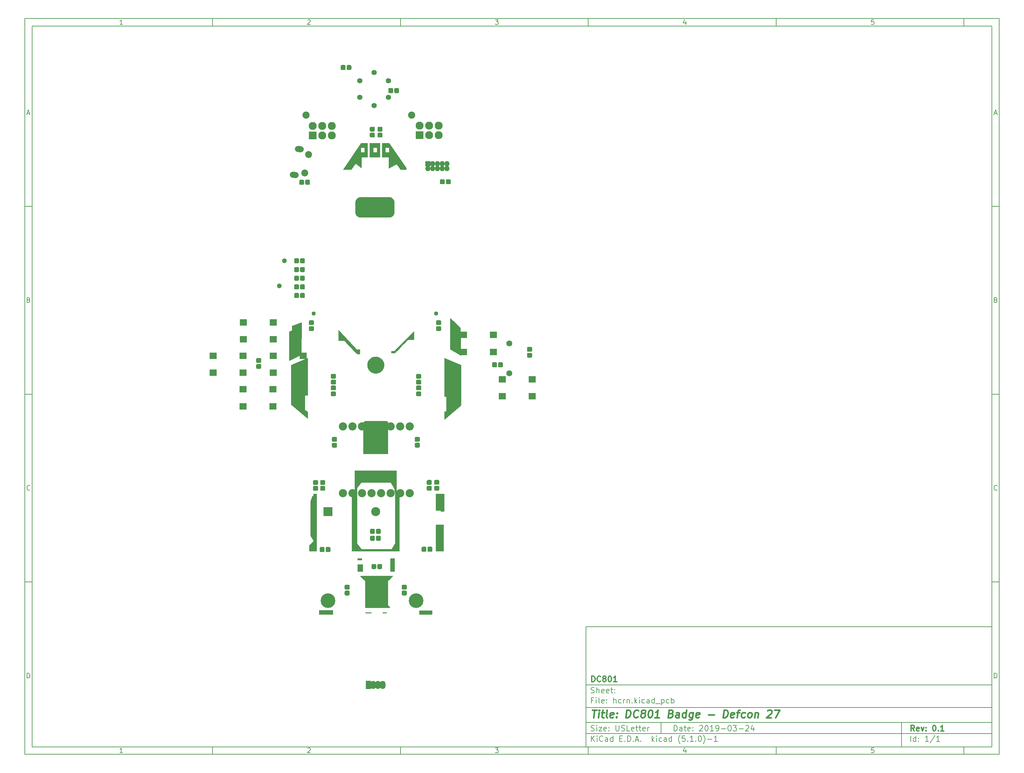
<source format=gts>
G04 #@! TF.GenerationSoftware,KiCad,Pcbnew,(5.1.0)-1*
G04 #@! TF.CreationDate,2019-04-28T22:44:37-06:00*
G04 #@! TF.ProjectId,hcrn,6863726e-2e6b-4696-9361-645f70636258,0.1*
G04 #@! TF.SameCoordinates,Original*
G04 #@! TF.FileFunction,Soldermask,Top*
G04 #@! TF.FilePolarity,Negative*
%FSLAX46Y46*%
G04 Gerber Fmt 4.6, Leading zero omitted, Abs format (unit mm)*
G04 Created by KiCad (PCBNEW (5.1.0)-1) date 2019-04-28 22:44:37*
%MOMM*%
%LPD*%
G04 APERTURE LIST*
%ADD10C,0.100000*%
%ADD11C,0.150000*%
%ADD12C,0.300000*%
%ADD13C,0.400000*%
%ADD14C,1.900000*%
%ADD15C,1.400000*%
%ADD16R,2.400000X2.400000*%
%ADD17C,2.400000*%
%ADD18C,3.900000*%
%ADD19C,5.400000*%
%ADD20C,1.120000*%
%ADD21C,1.600000*%
%ADD22R,1.950000X1.700000*%
%ADD23C,1.275000*%
%ADD24R,1.470000X2.200000*%
%ADD25O,1.470000X2.200000*%
%ADD26C,1.850000*%
%ADD27C,1.600000*%
%ADD28C,1.300000*%
%ADD29R,1.400000X1.400000*%
%ADD30O,1.400000X1.400000*%
%ADD31C,2.178000*%
%ADD32C,2.127200*%
%ADD33O,2.127200X2.127200*%
%ADD34R,2.127200X2.127200*%
G04 APERTURE END LIST*
D10*
D11*
X159400000Y-171900000D02*
X159400000Y-203900000D01*
X267400000Y-203900000D01*
X267400000Y-171900000D01*
X159400000Y-171900000D01*
D10*
D11*
X10000000Y-10000000D02*
X10000000Y-205900000D01*
X269400000Y-205900000D01*
X269400000Y-10000000D01*
X10000000Y-10000000D01*
D10*
D11*
X12000000Y-12000000D02*
X12000000Y-203900000D01*
X267400000Y-203900000D01*
X267400000Y-12000000D01*
X12000000Y-12000000D01*
D10*
D11*
X60000000Y-12000000D02*
X60000000Y-10000000D01*
D10*
D11*
X110000000Y-12000000D02*
X110000000Y-10000000D01*
D10*
D11*
X160000000Y-12000000D02*
X160000000Y-10000000D01*
D10*
D11*
X210000000Y-12000000D02*
X210000000Y-10000000D01*
D10*
D11*
X260000000Y-12000000D02*
X260000000Y-10000000D01*
D10*
D11*
X36065476Y-11588095D02*
X35322619Y-11588095D01*
X35694047Y-11588095D02*
X35694047Y-10288095D01*
X35570238Y-10473809D01*
X35446428Y-10597619D01*
X35322619Y-10659523D01*
D10*
D11*
X85322619Y-10411904D02*
X85384523Y-10350000D01*
X85508333Y-10288095D01*
X85817857Y-10288095D01*
X85941666Y-10350000D01*
X86003571Y-10411904D01*
X86065476Y-10535714D01*
X86065476Y-10659523D01*
X86003571Y-10845238D01*
X85260714Y-11588095D01*
X86065476Y-11588095D01*
D10*
D11*
X135260714Y-10288095D02*
X136065476Y-10288095D01*
X135632142Y-10783333D01*
X135817857Y-10783333D01*
X135941666Y-10845238D01*
X136003571Y-10907142D01*
X136065476Y-11030952D01*
X136065476Y-11340476D01*
X136003571Y-11464285D01*
X135941666Y-11526190D01*
X135817857Y-11588095D01*
X135446428Y-11588095D01*
X135322619Y-11526190D01*
X135260714Y-11464285D01*
D10*
D11*
X185941666Y-10721428D02*
X185941666Y-11588095D01*
X185632142Y-10226190D02*
X185322619Y-11154761D01*
X186127380Y-11154761D01*
D10*
D11*
X236003571Y-10288095D02*
X235384523Y-10288095D01*
X235322619Y-10907142D01*
X235384523Y-10845238D01*
X235508333Y-10783333D01*
X235817857Y-10783333D01*
X235941666Y-10845238D01*
X236003571Y-10907142D01*
X236065476Y-11030952D01*
X236065476Y-11340476D01*
X236003571Y-11464285D01*
X235941666Y-11526190D01*
X235817857Y-11588095D01*
X235508333Y-11588095D01*
X235384523Y-11526190D01*
X235322619Y-11464285D01*
D10*
D11*
X60000000Y-203900000D02*
X60000000Y-205900000D01*
D10*
D11*
X110000000Y-203900000D02*
X110000000Y-205900000D01*
D10*
D11*
X160000000Y-203900000D02*
X160000000Y-205900000D01*
D10*
D11*
X210000000Y-203900000D02*
X210000000Y-205900000D01*
D10*
D11*
X260000000Y-203900000D02*
X260000000Y-205900000D01*
D10*
D11*
X36065476Y-205488095D02*
X35322619Y-205488095D01*
X35694047Y-205488095D02*
X35694047Y-204188095D01*
X35570238Y-204373809D01*
X35446428Y-204497619D01*
X35322619Y-204559523D01*
D10*
D11*
X85322619Y-204311904D02*
X85384523Y-204250000D01*
X85508333Y-204188095D01*
X85817857Y-204188095D01*
X85941666Y-204250000D01*
X86003571Y-204311904D01*
X86065476Y-204435714D01*
X86065476Y-204559523D01*
X86003571Y-204745238D01*
X85260714Y-205488095D01*
X86065476Y-205488095D01*
D10*
D11*
X135260714Y-204188095D02*
X136065476Y-204188095D01*
X135632142Y-204683333D01*
X135817857Y-204683333D01*
X135941666Y-204745238D01*
X136003571Y-204807142D01*
X136065476Y-204930952D01*
X136065476Y-205240476D01*
X136003571Y-205364285D01*
X135941666Y-205426190D01*
X135817857Y-205488095D01*
X135446428Y-205488095D01*
X135322619Y-205426190D01*
X135260714Y-205364285D01*
D10*
D11*
X185941666Y-204621428D02*
X185941666Y-205488095D01*
X185632142Y-204126190D02*
X185322619Y-205054761D01*
X186127380Y-205054761D01*
D10*
D11*
X236003571Y-204188095D02*
X235384523Y-204188095D01*
X235322619Y-204807142D01*
X235384523Y-204745238D01*
X235508333Y-204683333D01*
X235817857Y-204683333D01*
X235941666Y-204745238D01*
X236003571Y-204807142D01*
X236065476Y-204930952D01*
X236065476Y-205240476D01*
X236003571Y-205364285D01*
X235941666Y-205426190D01*
X235817857Y-205488095D01*
X235508333Y-205488095D01*
X235384523Y-205426190D01*
X235322619Y-205364285D01*
D10*
D11*
X10000000Y-60000000D02*
X12000000Y-60000000D01*
D10*
D11*
X10000000Y-110000000D02*
X12000000Y-110000000D01*
D10*
D11*
X10000000Y-160000000D02*
X12000000Y-160000000D01*
D10*
D11*
X10690476Y-35216666D02*
X11309523Y-35216666D01*
X10566666Y-35588095D02*
X11000000Y-34288095D01*
X11433333Y-35588095D01*
D10*
D11*
X11092857Y-84907142D02*
X11278571Y-84969047D01*
X11340476Y-85030952D01*
X11402380Y-85154761D01*
X11402380Y-85340476D01*
X11340476Y-85464285D01*
X11278571Y-85526190D01*
X11154761Y-85588095D01*
X10659523Y-85588095D01*
X10659523Y-84288095D01*
X11092857Y-84288095D01*
X11216666Y-84350000D01*
X11278571Y-84411904D01*
X11340476Y-84535714D01*
X11340476Y-84659523D01*
X11278571Y-84783333D01*
X11216666Y-84845238D01*
X11092857Y-84907142D01*
X10659523Y-84907142D01*
D10*
D11*
X11402380Y-135464285D02*
X11340476Y-135526190D01*
X11154761Y-135588095D01*
X11030952Y-135588095D01*
X10845238Y-135526190D01*
X10721428Y-135402380D01*
X10659523Y-135278571D01*
X10597619Y-135030952D01*
X10597619Y-134845238D01*
X10659523Y-134597619D01*
X10721428Y-134473809D01*
X10845238Y-134350000D01*
X11030952Y-134288095D01*
X11154761Y-134288095D01*
X11340476Y-134350000D01*
X11402380Y-134411904D01*
D10*
D11*
X10659523Y-185588095D02*
X10659523Y-184288095D01*
X10969047Y-184288095D01*
X11154761Y-184350000D01*
X11278571Y-184473809D01*
X11340476Y-184597619D01*
X11402380Y-184845238D01*
X11402380Y-185030952D01*
X11340476Y-185278571D01*
X11278571Y-185402380D01*
X11154761Y-185526190D01*
X10969047Y-185588095D01*
X10659523Y-185588095D01*
D10*
D11*
X269400000Y-60000000D02*
X267400000Y-60000000D01*
D10*
D11*
X269400000Y-110000000D02*
X267400000Y-110000000D01*
D10*
D11*
X269400000Y-160000000D02*
X267400000Y-160000000D01*
D10*
D11*
X268090476Y-35216666D02*
X268709523Y-35216666D01*
X267966666Y-35588095D02*
X268400000Y-34288095D01*
X268833333Y-35588095D01*
D10*
D11*
X268492857Y-84907142D02*
X268678571Y-84969047D01*
X268740476Y-85030952D01*
X268802380Y-85154761D01*
X268802380Y-85340476D01*
X268740476Y-85464285D01*
X268678571Y-85526190D01*
X268554761Y-85588095D01*
X268059523Y-85588095D01*
X268059523Y-84288095D01*
X268492857Y-84288095D01*
X268616666Y-84350000D01*
X268678571Y-84411904D01*
X268740476Y-84535714D01*
X268740476Y-84659523D01*
X268678571Y-84783333D01*
X268616666Y-84845238D01*
X268492857Y-84907142D01*
X268059523Y-84907142D01*
D10*
D11*
X268802380Y-135464285D02*
X268740476Y-135526190D01*
X268554761Y-135588095D01*
X268430952Y-135588095D01*
X268245238Y-135526190D01*
X268121428Y-135402380D01*
X268059523Y-135278571D01*
X267997619Y-135030952D01*
X267997619Y-134845238D01*
X268059523Y-134597619D01*
X268121428Y-134473809D01*
X268245238Y-134350000D01*
X268430952Y-134288095D01*
X268554761Y-134288095D01*
X268740476Y-134350000D01*
X268802380Y-134411904D01*
D10*
D11*
X268059523Y-185588095D02*
X268059523Y-184288095D01*
X268369047Y-184288095D01*
X268554761Y-184350000D01*
X268678571Y-184473809D01*
X268740476Y-184597619D01*
X268802380Y-184845238D01*
X268802380Y-185030952D01*
X268740476Y-185278571D01*
X268678571Y-185402380D01*
X268554761Y-185526190D01*
X268369047Y-185588095D01*
X268059523Y-185588095D01*
D10*
D11*
X182832142Y-199678571D02*
X182832142Y-198178571D01*
X183189285Y-198178571D01*
X183403571Y-198250000D01*
X183546428Y-198392857D01*
X183617857Y-198535714D01*
X183689285Y-198821428D01*
X183689285Y-199035714D01*
X183617857Y-199321428D01*
X183546428Y-199464285D01*
X183403571Y-199607142D01*
X183189285Y-199678571D01*
X182832142Y-199678571D01*
X184975000Y-199678571D02*
X184975000Y-198892857D01*
X184903571Y-198750000D01*
X184760714Y-198678571D01*
X184475000Y-198678571D01*
X184332142Y-198750000D01*
X184975000Y-199607142D02*
X184832142Y-199678571D01*
X184475000Y-199678571D01*
X184332142Y-199607142D01*
X184260714Y-199464285D01*
X184260714Y-199321428D01*
X184332142Y-199178571D01*
X184475000Y-199107142D01*
X184832142Y-199107142D01*
X184975000Y-199035714D01*
X185475000Y-198678571D02*
X186046428Y-198678571D01*
X185689285Y-198178571D02*
X185689285Y-199464285D01*
X185760714Y-199607142D01*
X185903571Y-199678571D01*
X186046428Y-199678571D01*
X187117857Y-199607142D02*
X186975000Y-199678571D01*
X186689285Y-199678571D01*
X186546428Y-199607142D01*
X186475000Y-199464285D01*
X186475000Y-198892857D01*
X186546428Y-198750000D01*
X186689285Y-198678571D01*
X186975000Y-198678571D01*
X187117857Y-198750000D01*
X187189285Y-198892857D01*
X187189285Y-199035714D01*
X186475000Y-199178571D01*
X187832142Y-199535714D02*
X187903571Y-199607142D01*
X187832142Y-199678571D01*
X187760714Y-199607142D01*
X187832142Y-199535714D01*
X187832142Y-199678571D01*
X187832142Y-198750000D02*
X187903571Y-198821428D01*
X187832142Y-198892857D01*
X187760714Y-198821428D01*
X187832142Y-198750000D01*
X187832142Y-198892857D01*
X189617857Y-198321428D02*
X189689285Y-198250000D01*
X189832142Y-198178571D01*
X190189285Y-198178571D01*
X190332142Y-198250000D01*
X190403571Y-198321428D01*
X190475000Y-198464285D01*
X190475000Y-198607142D01*
X190403571Y-198821428D01*
X189546428Y-199678571D01*
X190475000Y-199678571D01*
X191403571Y-198178571D02*
X191546428Y-198178571D01*
X191689285Y-198250000D01*
X191760714Y-198321428D01*
X191832142Y-198464285D01*
X191903571Y-198750000D01*
X191903571Y-199107142D01*
X191832142Y-199392857D01*
X191760714Y-199535714D01*
X191689285Y-199607142D01*
X191546428Y-199678571D01*
X191403571Y-199678571D01*
X191260714Y-199607142D01*
X191189285Y-199535714D01*
X191117857Y-199392857D01*
X191046428Y-199107142D01*
X191046428Y-198750000D01*
X191117857Y-198464285D01*
X191189285Y-198321428D01*
X191260714Y-198250000D01*
X191403571Y-198178571D01*
X193332142Y-199678571D02*
X192475000Y-199678571D01*
X192903571Y-199678571D02*
X192903571Y-198178571D01*
X192760714Y-198392857D01*
X192617857Y-198535714D01*
X192475000Y-198607142D01*
X194046428Y-199678571D02*
X194332142Y-199678571D01*
X194475000Y-199607142D01*
X194546428Y-199535714D01*
X194689285Y-199321428D01*
X194760714Y-199035714D01*
X194760714Y-198464285D01*
X194689285Y-198321428D01*
X194617857Y-198250000D01*
X194475000Y-198178571D01*
X194189285Y-198178571D01*
X194046428Y-198250000D01*
X193975000Y-198321428D01*
X193903571Y-198464285D01*
X193903571Y-198821428D01*
X193975000Y-198964285D01*
X194046428Y-199035714D01*
X194189285Y-199107142D01*
X194475000Y-199107142D01*
X194617857Y-199035714D01*
X194689285Y-198964285D01*
X194760714Y-198821428D01*
X195403571Y-199107142D02*
X196546428Y-199107142D01*
X197546428Y-198178571D02*
X197689285Y-198178571D01*
X197832142Y-198250000D01*
X197903571Y-198321428D01*
X197975000Y-198464285D01*
X198046428Y-198750000D01*
X198046428Y-199107142D01*
X197975000Y-199392857D01*
X197903571Y-199535714D01*
X197832142Y-199607142D01*
X197689285Y-199678571D01*
X197546428Y-199678571D01*
X197403571Y-199607142D01*
X197332142Y-199535714D01*
X197260714Y-199392857D01*
X197189285Y-199107142D01*
X197189285Y-198750000D01*
X197260714Y-198464285D01*
X197332142Y-198321428D01*
X197403571Y-198250000D01*
X197546428Y-198178571D01*
X198546428Y-198178571D02*
X199475000Y-198178571D01*
X198975000Y-198750000D01*
X199189285Y-198750000D01*
X199332142Y-198821428D01*
X199403571Y-198892857D01*
X199475000Y-199035714D01*
X199475000Y-199392857D01*
X199403571Y-199535714D01*
X199332142Y-199607142D01*
X199189285Y-199678571D01*
X198760714Y-199678571D01*
X198617857Y-199607142D01*
X198546428Y-199535714D01*
X200117857Y-199107142D02*
X201260714Y-199107142D01*
X201903571Y-198321428D02*
X201975000Y-198250000D01*
X202117857Y-198178571D01*
X202475000Y-198178571D01*
X202617857Y-198250000D01*
X202689285Y-198321428D01*
X202760714Y-198464285D01*
X202760714Y-198607142D01*
X202689285Y-198821428D01*
X201832142Y-199678571D01*
X202760714Y-199678571D01*
X204046428Y-198678571D02*
X204046428Y-199678571D01*
X203689285Y-198107142D02*
X203332142Y-199178571D01*
X204260714Y-199178571D01*
D10*
D11*
X159400000Y-200400000D02*
X267400000Y-200400000D01*
D10*
D11*
X160832142Y-202478571D02*
X160832142Y-200978571D01*
X161689285Y-202478571D02*
X161046428Y-201621428D01*
X161689285Y-200978571D02*
X160832142Y-201835714D01*
X162332142Y-202478571D02*
X162332142Y-201478571D01*
X162332142Y-200978571D02*
X162260714Y-201050000D01*
X162332142Y-201121428D01*
X162403571Y-201050000D01*
X162332142Y-200978571D01*
X162332142Y-201121428D01*
X163903571Y-202335714D02*
X163832142Y-202407142D01*
X163617857Y-202478571D01*
X163475000Y-202478571D01*
X163260714Y-202407142D01*
X163117857Y-202264285D01*
X163046428Y-202121428D01*
X162975000Y-201835714D01*
X162975000Y-201621428D01*
X163046428Y-201335714D01*
X163117857Y-201192857D01*
X163260714Y-201050000D01*
X163475000Y-200978571D01*
X163617857Y-200978571D01*
X163832142Y-201050000D01*
X163903571Y-201121428D01*
X165189285Y-202478571D02*
X165189285Y-201692857D01*
X165117857Y-201550000D01*
X164975000Y-201478571D01*
X164689285Y-201478571D01*
X164546428Y-201550000D01*
X165189285Y-202407142D02*
X165046428Y-202478571D01*
X164689285Y-202478571D01*
X164546428Y-202407142D01*
X164475000Y-202264285D01*
X164475000Y-202121428D01*
X164546428Y-201978571D01*
X164689285Y-201907142D01*
X165046428Y-201907142D01*
X165189285Y-201835714D01*
X166546428Y-202478571D02*
X166546428Y-200978571D01*
X166546428Y-202407142D02*
X166403571Y-202478571D01*
X166117857Y-202478571D01*
X165975000Y-202407142D01*
X165903571Y-202335714D01*
X165832142Y-202192857D01*
X165832142Y-201764285D01*
X165903571Y-201621428D01*
X165975000Y-201550000D01*
X166117857Y-201478571D01*
X166403571Y-201478571D01*
X166546428Y-201550000D01*
X168403571Y-201692857D02*
X168903571Y-201692857D01*
X169117857Y-202478571D02*
X168403571Y-202478571D01*
X168403571Y-200978571D01*
X169117857Y-200978571D01*
X169760714Y-202335714D02*
X169832142Y-202407142D01*
X169760714Y-202478571D01*
X169689285Y-202407142D01*
X169760714Y-202335714D01*
X169760714Y-202478571D01*
X170475000Y-202478571D02*
X170475000Y-200978571D01*
X170832142Y-200978571D01*
X171046428Y-201050000D01*
X171189285Y-201192857D01*
X171260714Y-201335714D01*
X171332142Y-201621428D01*
X171332142Y-201835714D01*
X171260714Y-202121428D01*
X171189285Y-202264285D01*
X171046428Y-202407142D01*
X170832142Y-202478571D01*
X170475000Y-202478571D01*
X171975000Y-202335714D02*
X172046428Y-202407142D01*
X171975000Y-202478571D01*
X171903571Y-202407142D01*
X171975000Y-202335714D01*
X171975000Y-202478571D01*
X172617857Y-202050000D02*
X173332142Y-202050000D01*
X172475000Y-202478571D02*
X172975000Y-200978571D01*
X173475000Y-202478571D01*
X173975000Y-202335714D02*
X174046428Y-202407142D01*
X173975000Y-202478571D01*
X173903571Y-202407142D01*
X173975000Y-202335714D01*
X173975000Y-202478571D01*
X176975000Y-202478571D02*
X176975000Y-200978571D01*
X177117857Y-201907142D02*
X177546428Y-202478571D01*
X177546428Y-201478571D02*
X176975000Y-202050000D01*
X178189285Y-202478571D02*
X178189285Y-201478571D01*
X178189285Y-200978571D02*
X178117857Y-201050000D01*
X178189285Y-201121428D01*
X178260714Y-201050000D01*
X178189285Y-200978571D01*
X178189285Y-201121428D01*
X179546428Y-202407142D02*
X179403571Y-202478571D01*
X179117857Y-202478571D01*
X178975000Y-202407142D01*
X178903571Y-202335714D01*
X178832142Y-202192857D01*
X178832142Y-201764285D01*
X178903571Y-201621428D01*
X178975000Y-201550000D01*
X179117857Y-201478571D01*
X179403571Y-201478571D01*
X179546428Y-201550000D01*
X180832142Y-202478571D02*
X180832142Y-201692857D01*
X180760714Y-201550000D01*
X180617857Y-201478571D01*
X180332142Y-201478571D01*
X180189285Y-201550000D01*
X180832142Y-202407142D02*
X180689285Y-202478571D01*
X180332142Y-202478571D01*
X180189285Y-202407142D01*
X180117857Y-202264285D01*
X180117857Y-202121428D01*
X180189285Y-201978571D01*
X180332142Y-201907142D01*
X180689285Y-201907142D01*
X180832142Y-201835714D01*
X182189285Y-202478571D02*
X182189285Y-200978571D01*
X182189285Y-202407142D02*
X182046428Y-202478571D01*
X181760714Y-202478571D01*
X181617857Y-202407142D01*
X181546428Y-202335714D01*
X181475000Y-202192857D01*
X181475000Y-201764285D01*
X181546428Y-201621428D01*
X181617857Y-201550000D01*
X181760714Y-201478571D01*
X182046428Y-201478571D01*
X182189285Y-201550000D01*
X184475000Y-203050000D02*
X184403571Y-202978571D01*
X184260714Y-202764285D01*
X184189285Y-202621428D01*
X184117857Y-202407142D01*
X184046428Y-202050000D01*
X184046428Y-201764285D01*
X184117857Y-201407142D01*
X184189285Y-201192857D01*
X184260714Y-201050000D01*
X184403571Y-200835714D01*
X184475000Y-200764285D01*
X185760714Y-200978571D02*
X185046428Y-200978571D01*
X184975000Y-201692857D01*
X185046428Y-201621428D01*
X185189285Y-201550000D01*
X185546428Y-201550000D01*
X185689285Y-201621428D01*
X185760714Y-201692857D01*
X185832142Y-201835714D01*
X185832142Y-202192857D01*
X185760714Y-202335714D01*
X185689285Y-202407142D01*
X185546428Y-202478571D01*
X185189285Y-202478571D01*
X185046428Y-202407142D01*
X184975000Y-202335714D01*
X186475000Y-202335714D02*
X186546428Y-202407142D01*
X186475000Y-202478571D01*
X186403571Y-202407142D01*
X186475000Y-202335714D01*
X186475000Y-202478571D01*
X187975000Y-202478571D02*
X187117857Y-202478571D01*
X187546428Y-202478571D02*
X187546428Y-200978571D01*
X187403571Y-201192857D01*
X187260714Y-201335714D01*
X187117857Y-201407142D01*
X188617857Y-202335714D02*
X188689285Y-202407142D01*
X188617857Y-202478571D01*
X188546428Y-202407142D01*
X188617857Y-202335714D01*
X188617857Y-202478571D01*
X189617857Y-200978571D02*
X189760714Y-200978571D01*
X189903571Y-201050000D01*
X189975000Y-201121428D01*
X190046428Y-201264285D01*
X190117857Y-201550000D01*
X190117857Y-201907142D01*
X190046428Y-202192857D01*
X189975000Y-202335714D01*
X189903571Y-202407142D01*
X189760714Y-202478571D01*
X189617857Y-202478571D01*
X189475000Y-202407142D01*
X189403571Y-202335714D01*
X189332142Y-202192857D01*
X189260714Y-201907142D01*
X189260714Y-201550000D01*
X189332142Y-201264285D01*
X189403571Y-201121428D01*
X189475000Y-201050000D01*
X189617857Y-200978571D01*
X190617857Y-203050000D02*
X190689285Y-202978571D01*
X190832142Y-202764285D01*
X190903571Y-202621428D01*
X190975000Y-202407142D01*
X191046428Y-202050000D01*
X191046428Y-201764285D01*
X190975000Y-201407142D01*
X190903571Y-201192857D01*
X190832142Y-201050000D01*
X190689285Y-200835714D01*
X190617857Y-200764285D01*
X191760714Y-201907142D02*
X192903571Y-201907142D01*
X194403571Y-202478571D02*
X193546428Y-202478571D01*
X193975000Y-202478571D02*
X193975000Y-200978571D01*
X193832142Y-201192857D01*
X193689285Y-201335714D01*
X193546428Y-201407142D01*
D10*
D11*
X159400000Y-197400000D02*
X267400000Y-197400000D01*
D10*
D12*
X246809285Y-199678571D02*
X246309285Y-198964285D01*
X245952142Y-199678571D02*
X245952142Y-198178571D01*
X246523571Y-198178571D01*
X246666428Y-198250000D01*
X246737857Y-198321428D01*
X246809285Y-198464285D01*
X246809285Y-198678571D01*
X246737857Y-198821428D01*
X246666428Y-198892857D01*
X246523571Y-198964285D01*
X245952142Y-198964285D01*
X248023571Y-199607142D02*
X247880714Y-199678571D01*
X247595000Y-199678571D01*
X247452142Y-199607142D01*
X247380714Y-199464285D01*
X247380714Y-198892857D01*
X247452142Y-198750000D01*
X247595000Y-198678571D01*
X247880714Y-198678571D01*
X248023571Y-198750000D01*
X248095000Y-198892857D01*
X248095000Y-199035714D01*
X247380714Y-199178571D01*
X248595000Y-198678571D02*
X248952142Y-199678571D01*
X249309285Y-198678571D01*
X249880714Y-199535714D02*
X249952142Y-199607142D01*
X249880714Y-199678571D01*
X249809285Y-199607142D01*
X249880714Y-199535714D01*
X249880714Y-199678571D01*
X249880714Y-198750000D02*
X249952142Y-198821428D01*
X249880714Y-198892857D01*
X249809285Y-198821428D01*
X249880714Y-198750000D01*
X249880714Y-198892857D01*
X252023571Y-198178571D02*
X252166428Y-198178571D01*
X252309285Y-198250000D01*
X252380714Y-198321428D01*
X252452142Y-198464285D01*
X252523571Y-198750000D01*
X252523571Y-199107142D01*
X252452142Y-199392857D01*
X252380714Y-199535714D01*
X252309285Y-199607142D01*
X252166428Y-199678571D01*
X252023571Y-199678571D01*
X251880714Y-199607142D01*
X251809285Y-199535714D01*
X251737857Y-199392857D01*
X251666428Y-199107142D01*
X251666428Y-198750000D01*
X251737857Y-198464285D01*
X251809285Y-198321428D01*
X251880714Y-198250000D01*
X252023571Y-198178571D01*
X253166428Y-199535714D02*
X253237857Y-199607142D01*
X253166428Y-199678571D01*
X253095000Y-199607142D01*
X253166428Y-199535714D01*
X253166428Y-199678571D01*
X254666428Y-199678571D02*
X253809285Y-199678571D01*
X254237857Y-199678571D02*
X254237857Y-198178571D01*
X254095000Y-198392857D01*
X253952142Y-198535714D01*
X253809285Y-198607142D01*
D10*
D11*
X160760714Y-199607142D02*
X160975000Y-199678571D01*
X161332142Y-199678571D01*
X161475000Y-199607142D01*
X161546428Y-199535714D01*
X161617857Y-199392857D01*
X161617857Y-199250000D01*
X161546428Y-199107142D01*
X161475000Y-199035714D01*
X161332142Y-198964285D01*
X161046428Y-198892857D01*
X160903571Y-198821428D01*
X160832142Y-198750000D01*
X160760714Y-198607142D01*
X160760714Y-198464285D01*
X160832142Y-198321428D01*
X160903571Y-198250000D01*
X161046428Y-198178571D01*
X161403571Y-198178571D01*
X161617857Y-198250000D01*
X162260714Y-199678571D02*
X162260714Y-198678571D01*
X162260714Y-198178571D02*
X162189285Y-198250000D01*
X162260714Y-198321428D01*
X162332142Y-198250000D01*
X162260714Y-198178571D01*
X162260714Y-198321428D01*
X162832142Y-198678571D02*
X163617857Y-198678571D01*
X162832142Y-199678571D01*
X163617857Y-199678571D01*
X164760714Y-199607142D02*
X164617857Y-199678571D01*
X164332142Y-199678571D01*
X164189285Y-199607142D01*
X164117857Y-199464285D01*
X164117857Y-198892857D01*
X164189285Y-198750000D01*
X164332142Y-198678571D01*
X164617857Y-198678571D01*
X164760714Y-198750000D01*
X164832142Y-198892857D01*
X164832142Y-199035714D01*
X164117857Y-199178571D01*
X165475000Y-199535714D02*
X165546428Y-199607142D01*
X165475000Y-199678571D01*
X165403571Y-199607142D01*
X165475000Y-199535714D01*
X165475000Y-199678571D01*
X165475000Y-198750000D02*
X165546428Y-198821428D01*
X165475000Y-198892857D01*
X165403571Y-198821428D01*
X165475000Y-198750000D01*
X165475000Y-198892857D01*
X167332142Y-198178571D02*
X167332142Y-199392857D01*
X167403571Y-199535714D01*
X167475000Y-199607142D01*
X167617857Y-199678571D01*
X167903571Y-199678571D01*
X168046428Y-199607142D01*
X168117857Y-199535714D01*
X168189285Y-199392857D01*
X168189285Y-198178571D01*
X168832142Y-199607142D02*
X169046428Y-199678571D01*
X169403571Y-199678571D01*
X169546428Y-199607142D01*
X169617857Y-199535714D01*
X169689285Y-199392857D01*
X169689285Y-199250000D01*
X169617857Y-199107142D01*
X169546428Y-199035714D01*
X169403571Y-198964285D01*
X169117857Y-198892857D01*
X168975000Y-198821428D01*
X168903571Y-198750000D01*
X168832142Y-198607142D01*
X168832142Y-198464285D01*
X168903571Y-198321428D01*
X168975000Y-198250000D01*
X169117857Y-198178571D01*
X169475000Y-198178571D01*
X169689285Y-198250000D01*
X171046428Y-199678571D02*
X170332142Y-199678571D01*
X170332142Y-198178571D01*
X172117857Y-199607142D02*
X171975000Y-199678571D01*
X171689285Y-199678571D01*
X171546428Y-199607142D01*
X171475000Y-199464285D01*
X171475000Y-198892857D01*
X171546428Y-198750000D01*
X171689285Y-198678571D01*
X171975000Y-198678571D01*
X172117857Y-198750000D01*
X172189285Y-198892857D01*
X172189285Y-199035714D01*
X171475000Y-199178571D01*
X172617857Y-198678571D02*
X173189285Y-198678571D01*
X172832142Y-198178571D02*
X172832142Y-199464285D01*
X172903571Y-199607142D01*
X173046428Y-199678571D01*
X173189285Y-199678571D01*
X173475000Y-198678571D02*
X174046428Y-198678571D01*
X173689285Y-198178571D02*
X173689285Y-199464285D01*
X173760714Y-199607142D01*
X173903571Y-199678571D01*
X174046428Y-199678571D01*
X175117857Y-199607142D02*
X174975000Y-199678571D01*
X174689285Y-199678571D01*
X174546428Y-199607142D01*
X174475000Y-199464285D01*
X174475000Y-198892857D01*
X174546428Y-198750000D01*
X174689285Y-198678571D01*
X174975000Y-198678571D01*
X175117857Y-198750000D01*
X175189285Y-198892857D01*
X175189285Y-199035714D01*
X174475000Y-199178571D01*
X175832142Y-199678571D02*
X175832142Y-198678571D01*
X175832142Y-198964285D02*
X175903571Y-198821428D01*
X175975000Y-198750000D01*
X176117857Y-198678571D01*
X176260714Y-198678571D01*
D10*
D11*
X245832142Y-202478571D02*
X245832142Y-200978571D01*
X247189285Y-202478571D02*
X247189285Y-200978571D01*
X247189285Y-202407142D02*
X247046428Y-202478571D01*
X246760714Y-202478571D01*
X246617857Y-202407142D01*
X246546428Y-202335714D01*
X246475000Y-202192857D01*
X246475000Y-201764285D01*
X246546428Y-201621428D01*
X246617857Y-201550000D01*
X246760714Y-201478571D01*
X247046428Y-201478571D01*
X247189285Y-201550000D01*
X247903571Y-202335714D02*
X247975000Y-202407142D01*
X247903571Y-202478571D01*
X247832142Y-202407142D01*
X247903571Y-202335714D01*
X247903571Y-202478571D01*
X247903571Y-201550000D02*
X247975000Y-201621428D01*
X247903571Y-201692857D01*
X247832142Y-201621428D01*
X247903571Y-201550000D01*
X247903571Y-201692857D01*
X250546428Y-202478571D02*
X249689285Y-202478571D01*
X250117857Y-202478571D02*
X250117857Y-200978571D01*
X249975000Y-201192857D01*
X249832142Y-201335714D01*
X249689285Y-201407142D01*
X252260714Y-200907142D02*
X250975000Y-202835714D01*
X253546428Y-202478571D02*
X252689285Y-202478571D01*
X253117857Y-202478571D02*
X253117857Y-200978571D01*
X252975000Y-201192857D01*
X252832142Y-201335714D01*
X252689285Y-201407142D01*
D10*
D11*
X159400000Y-193400000D02*
X267400000Y-193400000D01*
D10*
D13*
X161112380Y-194104761D02*
X162255238Y-194104761D01*
X161433809Y-196104761D02*
X161683809Y-194104761D01*
X162671904Y-196104761D02*
X162838571Y-194771428D01*
X162921904Y-194104761D02*
X162814761Y-194200000D01*
X162898095Y-194295238D01*
X163005238Y-194200000D01*
X162921904Y-194104761D01*
X162898095Y-194295238D01*
X163505238Y-194771428D02*
X164267142Y-194771428D01*
X163874285Y-194104761D02*
X163660000Y-195819047D01*
X163731428Y-196009523D01*
X163910000Y-196104761D01*
X164100476Y-196104761D01*
X165052857Y-196104761D02*
X164874285Y-196009523D01*
X164802857Y-195819047D01*
X165017142Y-194104761D01*
X166588571Y-196009523D02*
X166386190Y-196104761D01*
X166005238Y-196104761D01*
X165826666Y-196009523D01*
X165755238Y-195819047D01*
X165850476Y-195057142D01*
X165969523Y-194866666D01*
X166171904Y-194771428D01*
X166552857Y-194771428D01*
X166731428Y-194866666D01*
X166802857Y-195057142D01*
X166779047Y-195247619D01*
X165802857Y-195438095D01*
X167552857Y-195914285D02*
X167636190Y-196009523D01*
X167529047Y-196104761D01*
X167445714Y-196009523D01*
X167552857Y-195914285D01*
X167529047Y-196104761D01*
X167683809Y-194866666D02*
X167767142Y-194961904D01*
X167660000Y-195057142D01*
X167576666Y-194961904D01*
X167683809Y-194866666D01*
X167660000Y-195057142D01*
X170005238Y-196104761D02*
X170255238Y-194104761D01*
X170731428Y-194104761D01*
X171005238Y-194200000D01*
X171171904Y-194390476D01*
X171243333Y-194580952D01*
X171290952Y-194961904D01*
X171255238Y-195247619D01*
X171112380Y-195628571D01*
X170993333Y-195819047D01*
X170779047Y-196009523D01*
X170481428Y-196104761D01*
X170005238Y-196104761D01*
X173171904Y-195914285D02*
X173064761Y-196009523D01*
X172767142Y-196104761D01*
X172576666Y-196104761D01*
X172302857Y-196009523D01*
X172136190Y-195819047D01*
X172064761Y-195628571D01*
X172017142Y-195247619D01*
X172052857Y-194961904D01*
X172195714Y-194580952D01*
X172314761Y-194390476D01*
X172529047Y-194200000D01*
X172826666Y-194104761D01*
X173017142Y-194104761D01*
X173290952Y-194200000D01*
X173374285Y-194295238D01*
X174433809Y-194961904D02*
X174255238Y-194866666D01*
X174171904Y-194771428D01*
X174100476Y-194580952D01*
X174112380Y-194485714D01*
X174231428Y-194295238D01*
X174338571Y-194200000D01*
X174540952Y-194104761D01*
X174921904Y-194104761D01*
X175100476Y-194200000D01*
X175183809Y-194295238D01*
X175255238Y-194485714D01*
X175243333Y-194580952D01*
X175124285Y-194771428D01*
X175017142Y-194866666D01*
X174814761Y-194961904D01*
X174433809Y-194961904D01*
X174231428Y-195057142D01*
X174124285Y-195152380D01*
X174005238Y-195342857D01*
X173957619Y-195723809D01*
X174029047Y-195914285D01*
X174112380Y-196009523D01*
X174290952Y-196104761D01*
X174671904Y-196104761D01*
X174874285Y-196009523D01*
X174981428Y-195914285D01*
X175100476Y-195723809D01*
X175148095Y-195342857D01*
X175076666Y-195152380D01*
X174993333Y-195057142D01*
X174814761Y-194961904D01*
X176540952Y-194104761D02*
X176731428Y-194104761D01*
X176910000Y-194200000D01*
X176993333Y-194295238D01*
X177064761Y-194485714D01*
X177112380Y-194866666D01*
X177052857Y-195342857D01*
X176910000Y-195723809D01*
X176790952Y-195914285D01*
X176683809Y-196009523D01*
X176481428Y-196104761D01*
X176290952Y-196104761D01*
X176112380Y-196009523D01*
X176029047Y-195914285D01*
X175957619Y-195723809D01*
X175910000Y-195342857D01*
X175969523Y-194866666D01*
X176112380Y-194485714D01*
X176231428Y-194295238D01*
X176338571Y-194200000D01*
X176540952Y-194104761D01*
X178862380Y-196104761D02*
X177719523Y-196104761D01*
X178290952Y-196104761D02*
X178540952Y-194104761D01*
X178314761Y-194390476D01*
X178100476Y-194580952D01*
X177898095Y-194676190D01*
X182040952Y-195057142D02*
X182314761Y-195152380D01*
X182398095Y-195247619D01*
X182469523Y-195438095D01*
X182433809Y-195723809D01*
X182314761Y-195914285D01*
X182207619Y-196009523D01*
X182005238Y-196104761D01*
X181243333Y-196104761D01*
X181493333Y-194104761D01*
X182160000Y-194104761D01*
X182338571Y-194200000D01*
X182421904Y-194295238D01*
X182493333Y-194485714D01*
X182469523Y-194676190D01*
X182350476Y-194866666D01*
X182243333Y-194961904D01*
X182040952Y-195057142D01*
X181374285Y-195057142D01*
X184100476Y-196104761D02*
X184231428Y-195057142D01*
X184160000Y-194866666D01*
X183981428Y-194771428D01*
X183600476Y-194771428D01*
X183398095Y-194866666D01*
X184112380Y-196009523D02*
X183910000Y-196104761D01*
X183433809Y-196104761D01*
X183255238Y-196009523D01*
X183183809Y-195819047D01*
X183207619Y-195628571D01*
X183326666Y-195438095D01*
X183529047Y-195342857D01*
X184005238Y-195342857D01*
X184207619Y-195247619D01*
X185910000Y-196104761D02*
X186160000Y-194104761D01*
X185921904Y-196009523D02*
X185719523Y-196104761D01*
X185338571Y-196104761D01*
X185160000Y-196009523D01*
X185076666Y-195914285D01*
X185005238Y-195723809D01*
X185076666Y-195152380D01*
X185195714Y-194961904D01*
X185302857Y-194866666D01*
X185505238Y-194771428D01*
X185886190Y-194771428D01*
X186064761Y-194866666D01*
X187886190Y-194771428D02*
X187683809Y-196390476D01*
X187564761Y-196580952D01*
X187457619Y-196676190D01*
X187255238Y-196771428D01*
X186969523Y-196771428D01*
X186790952Y-196676190D01*
X187731428Y-196009523D02*
X187529047Y-196104761D01*
X187148095Y-196104761D01*
X186969523Y-196009523D01*
X186886190Y-195914285D01*
X186814761Y-195723809D01*
X186886190Y-195152380D01*
X187005238Y-194961904D01*
X187112380Y-194866666D01*
X187314761Y-194771428D01*
X187695714Y-194771428D01*
X187874285Y-194866666D01*
X189445714Y-196009523D02*
X189243333Y-196104761D01*
X188862380Y-196104761D01*
X188683809Y-196009523D01*
X188612380Y-195819047D01*
X188707619Y-195057142D01*
X188826666Y-194866666D01*
X189029047Y-194771428D01*
X189410000Y-194771428D01*
X189588571Y-194866666D01*
X189660000Y-195057142D01*
X189636190Y-195247619D01*
X188660000Y-195438095D01*
X192005238Y-195342857D02*
X193529047Y-195342857D01*
X195910000Y-196104761D02*
X196160000Y-194104761D01*
X196636190Y-194104761D01*
X196910000Y-194200000D01*
X197076666Y-194390476D01*
X197148095Y-194580952D01*
X197195714Y-194961904D01*
X197160000Y-195247619D01*
X197017142Y-195628571D01*
X196898095Y-195819047D01*
X196683809Y-196009523D01*
X196386190Y-196104761D01*
X195910000Y-196104761D01*
X198683809Y-196009523D02*
X198481428Y-196104761D01*
X198100476Y-196104761D01*
X197921904Y-196009523D01*
X197850476Y-195819047D01*
X197945714Y-195057142D01*
X198064761Y-194866666D01*
X198267142Y-194771428D01*
X198648095Y-194771428D01*
X198826666Y-194866666D01*
X198898095Y-195057142D01*
X198874285Y-195247619D01*
X197898095Y-195438095D01*
X199505238Y-194771428D02*
X200267142Y-194771428D01*
X199624285Y-196104761D02*
X199838571Y-194390476D01*
X199957619Y-194200000D01*
X200160000Y-194104761D01*
X200350476Y-194104761D01*
X201636190Y-196009523D02*
X201433809Y-196104761D01*
X201052857Y-196104761D01*
X200874285Y-196009523D01*
X200790952Y-195914285D01*
X200719523Y-195723809D01*
X200790952Y-195152380D01*
X200910000Y-194961904D01*
X201017142Y-194866666D01*
X201219523Y-194771428D01*
X201600476Y-194771428D01*
X201779047Y-194866666D01*
X202767142Y-196104761D02*
X202588571Y-196009523D01*
X202505238Y-195914285D01*
X202433809Y-195723809D01*
X202505238Y-195152380D01*
X202624285Y-194961904D01*
X202731428Y-194866666D01*
X202933809Y-194771428D01*
X203219523Y-194771428D01*
X203398095Y-194866666D01*
X203481428Y-194961904D01*
X203552857Y-195152380D01*
X203481428Y-195723809D01*
X203362380Y-195914285D01*
X203255238Y-196009523D01*
X203052857Y-196104761D01*
X202767142Y-196104761D01*
X204457619Y-194771428D02*
X204290952Y-196104761D01*
X204433809Y-194961904D02*
X204540952Y-194866666D01*
X204743333Y-194771428D01*
X205029047Y-194771428D01*
X205207619Y-194866666D01*
X205279047Y-195057142D01*
X205148095Y-196104761D01*
X207755238Y-194295238D02*
X207862380Y-194200000D01*
X208064761Y-194104761D01*
X208540952Y-194104761D01*
X208719523Y-194200000D01*
X208802857Y-194295238D01*
X208874285Y-194485714D01*
X208850476Y-194676190D01*
X208719523Y-194961904D01*
X207433809Y-196104761D01*
X208671904Y-196104761D01*
X209588571Y-194104761D02*
X210921904Y-194104761D01*
X209814761Y-196104761D01*
D10*
D11*
X161332142Y-191492857D02*
X160832142Y-191492857D01*
X160832142Y-192278571D02*
X160832142Y-190778571D01*
X161546428Y-190778571D01*
X162117857Y-192278571D02*
X162117857Y-191278571D01*
X162117857Y-190778571D02*
X162046428Y-190850000D01*
X162117857Y-190921428D01*
X162189285Y-190850000D01*
X162117857Y-190778571D01*
X162117857Y-190921428D01*
X163046428Y-192278571D02*
X162903571Y-192207142D01*
X162832142Y-192064285D01*
X162832142Y-190778571D01*
X164189285Y-192207142D02*
X164046428Y-192278571D01*
X163760714Y-192278571D01*
X163617857Y-192207142D01*
X163546428Y-192064285D01*
X163546428Y-191492857D01*
X163617857Y-191350000D01*
X163760714Y-191278571D01*
X164046428Y-191278571D01*
X164189285Y-191350000D01*
X164260714Y-191492857D01*
X164260714Y-191635714D01*
X163546428Y-191778571D01*
X164903571Y-192135714D02*
X164975000Y-192207142D01*
X164903571Y-192278571D01*
X164832142Y-192207142D01*
X164903571Y-192135714D01*
X164903571Y-192278571D01*
X164903571Y-191350000D02*
X164975000Y-191421428D01*
X164903571Y-191492857D01*
X164832142Y-191421428D01*
X164903571Y-191350000D01*
X164903571Y-191492857D01*
X166760714Y-192278571D02*
X166760714Y-190778571D01*
X167403571Y-192278571D02*
X167403571Y-191492857D01*
X167332142Y-191350000D01*
X167189285Y-191278571D01*
X166975000Y-191278571D01*
X166832142Y-191350000D01*
X166760714Y-191421428D01*
X168760714Y-192207142D02*
X168617857Y-192278571D01*
X168332142Y-192278571D01*
X168189285Y-192207142D01*
X168117857Y-192135714D01*
X168046428Y-191992857D01*
X168046428Y-191564285D01*
X168117857Y-191421428D01*
X168189285Y-191350000D01*
X168332142Y-191278571D01*
X168617857Y-191278571D01*
X168760714Y-191350000D01*
X169403571Y-192278571D02*
X169403571Y-191278571D01*
X169403571Y-191564285D02*
X169475000Y-191421428D01*
X169546428Y-191350000D01*
X169689285Y-191278571D01*
X169832142Y-191278571D01*
X170332142Y-191278571D02*
X170332142Y-192278571D01*
X170332142Y-191421428D02*
X170403571Y-191350000D01*
X170546428Y-191278571D01*
X170760714Y-191278571D01*
X170903571Y-191350000D01*
X170975000Y-191492857D01*
X170975000Y-192278571D01*
X171689285Y-192135714D02*
X171760714Y-192207142D01*
X171689285Y-192278571D01*
X171617857Y-192207142D01*
X171689285Y-192135714D01*
X171689285Y-192278571D01*
X172403571Y-192278571D02*
X172403571Y-190778571D01*
X172546428Y-191707142D02*
X172975000Y-192278571D01*
X172975000Y-191278571D02*
X172403571Y-191850000D01*
X173617857Y-192278571D02*
X173617857Y-191278571D01*
X173617857Y-190778571D02*
X173546428Y-190850000D01*
X173617857Y-190921428D01*
X173689285Y-190850000D01*
X173617857Y-190778571D01*
X173617857Y-190921428D01*
X174975000Y-192207142D02*
X174832142Y-192278571D01*
X174546428Y-192278571D01*
X174403571Y-192207142D01*
X174332142Y-192135714D01*
X174260714Y-191992857D01*
X174260714Y-191564285D01*
X174332142Y-191421428D01*
X174403571Y-191350000D01*
X174546428Y-191278571D01*
X174832142Y-191278571D01*
X174975000Y-191350000D01*
X176260714Y-192278571D02*
X176260714Y-191492857D01*
X176189285Y-191350000D01*
X176046428Y-191278571D01*
X175760714Y-191278571D01*
X175617857Y-191350000D01*
X176260714Y-192207142D02*
X176117857Y-192278571D01*
X175760714Y-192278571D01*
X175617857Y-192207142D01*
X175546428Y-192064285D01*
X175546428Y-191921428D01*
X175617857Y-191778571D01*
X175760714Y-191707142D01*
X176117857Y-191707142D01*
X176260714Y-191635714D01*
X177617857Y-192278571D02*
X177617857Y-190778571D01*
X177617857Y-192207142D02*
X177475000Y-192278571D01*
X177189285Y-192278571D01*
X177046428Y-192207142D01*
X176975000Y-192135714D01*
X176903571Y-191992857D01*
X176903571Y-191564285D01*
X176975000Y-191421428D01*
X177046428Y-191350000D01*
X177189285Y-191278571D01*
X177475000Y-191278571D01*
X177617857Y-191350000D01*
X177975000Y-192421428D02*
X179117857Y-192421428D01*
X179475000Y-191278571D02*
X179475000Y-192778571D01*
X179475000Y-191350000D02*
X179617857Y-191278571D01*
X179903571Y-191278571D01*
X180046428Y-191350000D01*
X180117857Y-191421428D01*
X180189285Y-191564285D01*
X180189285Y-191992857D01*
X180117857Y-192135714D01*
X180046428Y-192207142D01*
X179903571Y-192278571D01*
X179617857Y-192278571D01*
X179475000Y-192207142D01*
X181475000Y-192207142D02*
X181332142Y-192278571D01*
X181046428Y-192278571D01*
X180903571Y-192207142D01*
X180832142Y-192135714D01*
X180760714Y-191992857D01*
X180760714Y-191564285D01*
X180832142Y-191421428D01*
X180903571Y-191350000D01*
X181046428Y-191278571D01*
X181332142Y-191278571D01*
X181475000Y-191350000D01*
X182117857Y-192278571D02*
X182117857Y-190778571D01*
X182117857Y-191350000D02*
X182260714Y-191278571D01*
X182546428Y-191278571D01*
X182689285Y-191350000D01*
X182760714Y-191421428D01*
X182832142Y-191564285D01*
X182832142Y-191992857D01*
X182760714Y-192135714D01*
X182689285Y-192207142D01*
X182546428Y-192278571D01*
X182260714Y-192278571D01*
X182117857Y-192207142D01*
D10*
D11*
X159400000Y-187400000D02*
X267400000Y-187400000D01*
D10*
D11*
X160760714Y-189507142D02*
X160975000Y-189578571D01*
X161332142Y-189578571D01*
X161475000Y-189507142D01*
X161546428Y-189435714D01*
X161617857Y-189292857D01*
X161617857Y-189150000D01*
X161546428Y-189007142D01*
X161475000Y-188935714D01*
X161332142Y-188864285D01*
X161046428Y-188792857D01*
X160903571Y-188721428D01*
X160832142Y-188650000D01*
X160760714Y-188507142D01*
X160760714Y-188364285D01*
X160832142Y-188221428D01*
X160903571Y-188150000D01*
X161046428Y-188078571D01*
X161403571Y-188078571D01*
X161617857Y-188150000D01*
X162260714Y-189578571D02*
X162260714Y-188078571D01*
X162903571Y-189578571D02*
X162903571Y-188792857D01*
X162832142Y-188650000D01*
X162689285Y-188578571D01*
X162475000Y-188578571D01*
X162332142Y-188650000D01*
X162260714Y-188721428D01*
X164189285Y-189507142D02*
X164046428Y-189578571D01*
X163760714Y-189578571D01*
X163617857Y-189507142D01*
X163546428Y-189364285D01*
X163546428Y-188792857D01*
X163617857Y-188650000D01*
X163760714Y-188578571D01*
X164046428Y-188578571D01*
X164189285Y-188650000D01*
X164260714Y-188792857D01*
X164260714Y-188935714D01*
X163546428Y-189078571D01*
X165475000Y-189507142D02*
X165332142Y-189578571D01*
X165046428Y-189578571D01*
X164903571Y-189507142D01*
X164832142Y-189364285D01*
X164832142Y-188792857D01*
X164903571Y-188650000D01*
X165046428Y-188578571D01*
X165332142Y-188578571D01*
X165475000Y-188650000D01*
X165546428Y-188792857D01*
X165546428Y-188935714D01*
X164832142Y-189078571D01*
X165975000Y-188578571D02*
X166546428Y-188578571D01*
X166189285Y-188078571D02*
X166189285Y-189364285D01*
X166260714Y-189507142D01*
X166403571Y-189578571D01*
X166546428Y-189578571D01*
X167046428Y-189435714D02*
X167117857Y-189507142D01*
X167046428Y-189578571D01*
X166975000Y-189507142D01*
X167046428Y-189435714D01*
X167046428Y-189578571D01*
X167046428Y-188650000D02*
X167117857Y-188721428D01*
X167046428Y-188792857D01*
X166975000Y-188721428D01*
X167046428Y-188650000D01*
X167046428Y-188792857D01*
D10*
D12*
X160952142Y-186578571D02*
X160952142Y-185078571D01*
X161309285Y-185078571D01*
X161523571Y-185150000D01*
X161666428Y-185292857D01*
X161737857Y-185435714D01*
X161809285Y-185721428D01*
X161809285Y-185935714D01*
X161737857Y-186221428D01*
X161666428Y-186364285D01*
X161523571Y-186507142D01*
X161309285Y-186578571D01*
X160952142Y-186578571D01*
X163309285Y-186435714D02*
X163237857Y-186507142D01*
X163023571Y-186578571D01*
X162880714Y-186578571D01*
X162666428Y-186507142D01*
X162523571Y-186364285D01*
X162452142Y-186221428D01*
X162380714Y-185935714D01*
X162380714Y-185721428D01*
X162452142Y-185435714D01*
X162523571Y-185292857D01*
X162666428Y-185150000D01*
X162880714Y-185078571D01*
X163023571Y-185078571D01*
X163237857Y-185150000D01*
X163309285Y-185221428D01*
X164166428Y-185721428D02*
X164023571Y-185650000D01*
X163952142Y-185578571D01*
X163880714Y-185435714D01*
X163880714Y-185364285D01*
X163952142Y-185221428D01*
X164023571Y-185150000D01*
X164166428Y-185078571D01*
X164452142Y-185078571D01*
X164595000Y-185150000D01*
X164666428Y-185221428D01*
X164737857Y-185364285D01*
X164737857Y-185435714D01*
X164666428Y-185578571D01*
X164595000Y-185650000D01*
X164452142Y-185721428D01*
X164166428Y-185721428D01*
X164023571Y-185792857D01*
X163952142Y-185864285D01*
X163880714Y-186007142D01*
X163880714Y-186292857D01*
X163952142Y-186435714D01*
X164023571Y-186507142D01*
X164166428Y-186578571D01*
X164452142Y-186578571D01*
X164595000Y-186507142D01*
X164666428Y-186435714D01*
X164737857Y-186292857D01*
X164737857Y-186007142D01*
X164666428Y-185864285D01*
X164595000Y-185792857D01*
X164452142Y-185721428D01*
X165666428Y-185078571D02*
X165809285Y-185078571D01*
X165952142Y-185150000D01*
X166023571Y-185221428D01*
X166095000Y-185364285D01*
X166166428Y-185650000D01*
X166166428Y-186007142D01*
X166095000Y-186292857D01*
X166023571Y-186435714D01*
X165952142Y-186507142D01*
X165809285Y-186578571D01*
X165666428Y-186578571D01*
X165523571Y-186507142D01*
X165452142Y-186435714D01*
X165380714Y-186292857D01*
X165309285Y-186007142D01*
X165309285Y-185650000D01*
X165380714Y-185364285D01*
X165452142Y-185221428D01*
X165523571Y-185150000D01*
X165666428Y-185078571D01*
X167595000Y-186578571D02*
X166737857Y-186578571D01*
X167166428Y-186578571D02*
X167166428Y-185078571D01*
X167023571Y-185292857D01*
X166880714Y-185435714D01*
X166737857Y-185507142D01*
D10*
D11*
X179400000Y-197400000D02*
X179400000Y-200400000D01*
D10*
D11*
X243400000Y-197400000D02*
X243400000Y-203900000D01*
D10*
G36*
X101220000Y-45580000D02*
G01*
X100470000Y-45580000D01*
X100470000Y-44390000D01*
X101220000Y-44390000D01*
X101220000Y-45580000D01*
G37*
X101220000Y-45580000D02*
X100470000Y-45580000D01*
X100470000Y-44390000D01*
X101220000Y-44390000D01*
X101220000Y-45580000D01*
G36*
X101220000Y-44340000D02*
G01*
X99450000Y-44340000D01*
X99450000Y-45630000D01*
X101220000Y-45630000D01*
X101220000Y-46880000D01*
X99640000Y-46890000D01*
X99630000Y-49720000D01*
X98060000Y-48530000D01*
X96900000Y-50210000D01*
X94750000Y-50210000D01*
X99500000Y-43130000D01*
X101220000Y-43130000D01*
X101220000Y-44340000D01*
G37*
X101220000Y-44340000D02*
X99450000Y-44340000D01*
X99450000Y-45630000D01*
X101220000Y-45630000D01*
X101220000Y-46880000D01*
X99640000Y-46890000D01*
X99630000Y-49720000D01*
X98060000Y-48530000D01*
X96900000Y-50210000D01*
X94750000Y-50210000D01*
X99500000Y-43130000D01*
X101220000Y-43130000D01*
X101220000Y-44340000D01*
G36*
X102740000Y-45590000D02*
G01*
X101850000Y-45590000D01*
X101850000Y-44390000D01*
X102740000Y-44390000D01*
X102740000Y-45590000D01*
G37*
X102740000Y-45590000D02*
X101850000Y-45590000D01*
X101850000Y-44390000D01*
X102740000Y-44390000D01*
X102740000Y-45590000D01*
G36*
X104560000Y-46880000D02*
G01*
X101840000Y-46890000D01*
X101850000Y-45640000D01*
X103760000Y-45640000D01*
X103760000Y-44340000D01*
X101850000Y-44340000D01*
X101850000Y-43130000D01*
X104560000Y-43120000D01*
X104560000Y-46880000D01*
G37*
X104560000Y-46880000D02*
X101840000Y-46890000D01*
X101850000Y-45640000D01*
X103760000Y-45640000D01*
X103760000Y-44340000D01*
X101850000Y-44340000D01*
X101850000Y-43130000D01*
X104560000Y-43120000D01*
X104560000Y-46880000D01*
G36*
X105990000Y-45590000D02*
G01*
X105120000Y-45590000D01*
X105120000Y-44390000D01*
X105990000Y-44390000D01*
X105990000Y-45590000D01*
G37*
X105990000Y-45590000D02*
X105120000Y-45590000D01*
X105120000Y-44390000D01*
X105990000Y-44390000D01*
X105990000Y-45590000D01*
G36*
X111560000Y-49760000D02*
G01*
X111560000Y-50210000D01*
X110050000Y-50210000D01*
X108990000Y-48740000D01*
X106910000Y-49820000D01*
X106910000Y-46900000D01*
X105120000Y-46890000D01*
X105120000Y-45640000D01*
X107000000Y-45630000D01*
X107010000Y-44340000D01*
X105120000Y-44340000D01*
X105120000Y-43130000D01*
X107020000Y-43130000D01*
X111560000Y-49760000D01*
G37*
X111560000Y-49760000D02*
X111560000Y-50210000D01*
X110050000Y-50210000D01*
X108990000Y-48740000D01*
X106910000Y-49820000D01*
X106910000Y-46900000D01*
X105120000Y-46890000D01*
X105120000Y-45640000D01*
X107000000Y-45630000D01*
X107010000Y-44340000D01*
X105120000Y-44340000D01*
X105120000Y-43130000D01*
X107020000Y-43130000D01*
X111560000Y-49760000D01*
G36*
X108950000Y-136020000D02*
G01*
X109710000Y-136950000D01*
X109710000Y-151790000D01*
X97080000Y-151790000D01*
X97090000Y-137430000D01*
X97860000Y-136480000D01*
X98450000Y-136480000D01*
X98450000Y-149720000D01*
X99640000Y-151270000D01*
X107670000Y-151260000D01*
X108620000Y-149740000D01*
X108620000Y-136400000D01*
X108350000Y-135010000D01*
X107410000Y-133480000D01*
X99640000Y-133480000D01*
X98450000Y-135010000D01*
X98450000Y-136470000D01*
X97860000Y-136470000D01*
X97850000Y-130340000D01*
X108950000Y-130340000D01*
X108950000Y-136020000D01*
G37*
X108950000Y-136020000D02*
X109710000Y-136950000D01*
X109710000Y-151790000D01*
X97080000Y-151790000D01*
X97090000Y-137430000D01*
X97860000Y-136480000D01*
X98450000Y-136480000D01*
X98450000Y-149720000D01*
X99640000Y-151270000D01*
X107670000Y-151260000D01*
X108620000Y-149740000D01*
X108620000Y-136400000D01*
X108350000Y-135010000D01*
X107410000Y-133480000D01*
X99640000Y-133480000D01*
X98450000Y-135010000D01*
X98450000Y-136470000D01*
X97860000Y-136470000D01*
X97850000Y-130340000D01*
X108950000Y-130340000D01*
X108950000Y-136020000D01*
G36*
X125980000Y-92330000D02*
G01*
X126100000Y-99680000D01*
X123250000Y-98010000D01*
X123250000Y-89750000D01*
X125980000Y-92330000D01*
G37*
X125980000Y-92330000D02*
X126100000Y-99680000D01*
X123250000Y-98010000D01*
X123250000Y-89750000D01*
X125980000Y-92330000D01*
G36*
X99690000Y-154170000D02*
G01*
X98600000Y-154170000D01*
X98610000Y-153730000D01*
X99690000Y-153730000D01*
X99690000Y-154170000D01*
G37*
X99690000Y-154170000D02*
X98600000Y-154170000D01*
X98610000Y-153730000D01*
X99690000Y-153730000D01*
X99690000Y-154170000D01*
G36*
X106260000Y-168310000D02*
G01*
X105300000Y-168310000D01*
X105300000Y-168090000D01*
X106380000Y-168090000D01*
X106260000Y-168310000D01*
G37*
X106260000Y-168310000D02*
X105300000Y-168310000D01*
X105300000Y-168090000D01*
X106380000Y-168090000D01*
X106260000Y-168310000D01*
G36*
X99950000Y-157240000D02*
G01*
X98610000Y-157240000D01*
X98610000Y-155350000D01*
X99950000Y-155350000D01*
X99950000Y-157240000D01*
G37*
X99950000Y-157240000D02*
X98610000Y-157240000D01*
X98610000Y-155350000D01*
X99950000Y-155350000D01*
X99950000Y-157240000D01*
G36*
X85350000Y-110330000D02*
G01*
X84570000Y-110330000D01*
X84560000Y-114190000D01*
X85330000Y-114670000D01*
X85330000Y-116500000D01*
X80920000Y-112730000D01*
X80940000Y-102220000D01*
X85340000Y-100400000D01*
X85350000Y-110330000D01*
G37*
X85350000Y-110330000D02*
X84570000Y-110330000D01*
X84560000Y-114190000D01*
X85330000Y-114670000D01*
X85330000Y-116500000D01*
X80920000Y-112730000D01*
X80940000Y-102220000D01*
X85340000Y-100400000D01*
X85350000Y-110330000D01*
G36*
X118450000Y-168630000D02*
G01*
X115030000Y-168630000D01*
X115030000Y-167570000D01*
X118450000Y-167570000D01*
X118450000Y-168630000D01*
G37*
X118450000Y-168630000D02*
X115030000Y-168630000D01*
X115030000Y-167570000D01*
X118450000Y-167570000D01*
X118450000Y-168630000D01*
G36*
X121590000Y-141210000D02*
G01*
X120690000Y-141210000D01*
X120690000Y-140980000D01*
X119400000Y-140980000D01*
X119400000Y-136510000D01*
X121590000Y-136500000D01*
X121590000Y-141210000D01*
G37*
X121590000Y-141210000D02*
X120690000Y-141210000D01*
X120690000Y-140980000D01*
X119400000Y-140980000D01*
X119400000Y-136510000D01*
X121590000Y-136500000D01*
X121590000Y-141210000D01*
G36*
X108420000Y-157230000D02*
G01*
X107330000Y-157230000D01*
X107330000Y-153720000D01*
X108420000Y-153720000D01*
X108420000Y-157230000D01*
G37*
X108420000Y-157230000D02*
X107330000Y-157230000D01*
X107330000Y-153720000D01*
X108420000Y-153720000D01*
X108420000Y-157230000D01*
G36*
X83580000Y-99490000D02*
G01*
X80420000Y-101080000D01*
X80400000Y-93350000D01*
X81190000Y-93020000D01*
X81180000Y-91840000D01*
X83670000Y-90890000D01*
X83580000Y-99490000D01*
G37*
X83580000Y-99490000D02*
X80420000Y-101080000D01*
X80400000Y-93350000D01*
X81190000Y-93020000D01*
X81180000Y-91840000D01*
X83670000Y-90890000D01*
X83580000Y-99490000D01*
G36*
X121440000Y-151800000D02*
G01*
X119390000Y-151800000D01*
X119400000Y-144740000D01*
X121440000Y-144740000D01*
X121440000Y-151800000D01*
G37*
X121440000Y-151800000D02*
X119390000Y-151800000D01*
X119400000Y-144740000D01*
X121440000Y-144740000D01*
X121440000Y-151800000D01*
G36*
X87640000Y-151810000D02*
G01*
X85730000Y-151810000D01*
X85720000Y-150260000D01*
X86810000Y-149280000D01*
X86810000Y-148930000D01*
X86030000Y-147740000D01*
X86030000Y-138500000D01*
X86610000Y-137160000D01*
X86820000Y-137160000D01*
X86820000Y-136520000D01*
X87650000Y-136520000D01*
X87640000Y-151810000D01*
G37*
X87640000Y-151810000D02*
X85730000Y-151810000D01*
X85720000Y-150260000D01*
X86810000Y-149280000D01*
X86810000Y-148930000D01*
X86030000Y-147740000D01*
X86030000Y-138500000D01*
X86610000Y-137160000D01*
X86820000Y-137160000D01*
X86820000Y-136520000D01*
X87650000Y-136520000D01*
X87640000Y-151810000D01*
G36*
X92030000Y-168620000D02*
G01*
X88370000Y-168620000D01*
X88370000Y-167560000D01*
X92030000Y-167560000D01*
X92030000Y-168620000D01*
G37*
X92030000Y-168620000D02*
X88370000Y-168620000D01*
X88370000Y-167560000D01*
X92030000Y-167560000D01*
X92030000Y-168620000D01*
G36*
X103830000Y-100070000D02*
G01*
X104040000Y-100120000D01*
X104250000Y-100190000D01*
X104470000Y-100300000D01*
X104730000Y-100460000D01*
X104950000Y-100650000D01*
X105130000Y-100850000D01*
X105300000Y-101080000D01*
X105420000Y-101300000D01*
X105540000Y-101620000D01*
X105590000Y-101840000D01*
X105620000Y-102070000D01*
X105630000Y-102240000D01*
X105620000Y-102450000D01*
X105590000Y-102670000D01*
X105530000Y-102920000D01*
X105450000Y-103130000D01*
X105350000Y-103320000D01*
X105270000Y-103450000D01*
X105140000Y-103630000D01*
X105000000Y-103790000D01*
X104840000Y-103940000D01*
X104670000Y-104060000D01*
X104490000Y-104180000D01*
X104230000Y-104300000D01*
X103950000Y-104390000D01*
X103630000Y-104450000D01*
X103440000Y-104470000D01*
X103170000Y-104450000D01*
X102920000Y-104400000D01*
X102600000Y-104300000D01*
X102320000Y-104170000D01*
X102110000Y-104030000D01*
X101980000Y-103920000D01*
X101850000Y-103800000D01*
X101730000Y-103660000D01*
X101590000Y-103480000D01*
X101480000Y-103320000D01*
X101390000Y-103110000D01*
X101320000Y-102940000D01*
X101260000Y-102700000D01*
X101230000Y-102550000D01*
X101210000Y-102370000D01*
X101210000Y-102090000D01*
X101250000Y-101800000D01*
X101330000Y-101520000D01*
X101430000Y-101270000D01*
X101580000Y-101010000D01*
X101750000Y-100790000D01*
X101950000Y-100580000D01*
X102180000Y-100410000D01*
X102450000Y-100250000D01*
X102640000Y-100170000D01*
X102800000Y-100120000D01*
X102970000Y-100080000D01*
X103170000Y-100060000D01*
X103340000Y-100050000D01*
X103600000Y-100050000D01*
X103830000Y-100070000D01*
G37*
X103830000Y-100070000D02*
X104040000Y-100120000D01*
X104250000Y-100190000D01*
X104470000Y-100300000D01*
X104730000Y-100460000D01*
X104950000Y-100650000D01*
X105130000Y-100850000D01*
X105300000Y-101080000D01*
X105420000Y-101300000D01*
X105540000Y-101620000D01*
X105590000Y-101840000D01*
X105620000Y-102070000D01*
X105630000Y-102240000D01*
X105620000Y-102450000D01*
X105590000Y-102670000D01*
X105530000Y-102920000D01*
X105450000Y-103130000D01*
X105350000Y-103320000D01*
X105270000Y-103450000D01*
X105140000Y-103630000D01*
X105000000Y-103790000D01*
X104840000Y-103940000D01*
X104670000Y-104060000D01*
X104490000Y-104180000D01*
X104230000Y-104300000D01*
X103950000Y-104390000D01*
X103630000Y-104450000D01*
X103440000Y-104470000D01*
X103170000Y-104450000D01*
X102920000Y-104400000D01*
X102600000Y-104300000D01*
X102320000Y-104170000D01*
X102110000Y-104030000D01*
X101980000Y-103920000D01*
X101850000Y-103800000D01*
X101730000Y-103660000D01*
X101590000Y-103480000D01*
X101480000Y-103320000D01*
X101390000Y-103110000D01*
X101320000Y-102940000D01*
X101260000Y-102700000D01*
X101230000Y-102550000D01*
X101210000Y-102370000D01*
X101210000Y-102090000D01*
X101250000Y-101800000D01*
X101330000Y-101520000D01*
X101430000Y-101270000D01*
X101580000Y-101010000D01*
X101750000Y-100790000D01*
X101950000Y-100580000D01*
X102180000Y-100410000D01*
X102450000Y-100250000D01*
X102640000Y-100170000D01*
X102800000Y-100120000D01*
X102970000Y-100080000D01*
X103170000Y-100060000D01*
X103340000Y-100050000D01*
X103600000Y-100050000D01*
X103830000Y-100070000D01*
G36*
X102260000Y-168310000D02*
G01*
X100880000Y-168310000D01*
X100660000Y-168200000D01*
X100660000Y-168090000D01*
X102260000Y-168090000D01*
X102260000Y-168310000D01*
G37*
X102260000Y-168310000D02*
X100880000Y-168310000D01*
X100660000Y-168200000D01*
X100660000Y-168090000D01*
X102260000Y-168090000D01*
X102260000Y-168310000D01*
G36*
X98360000Y-98080000D02*
G01*
X99190000Y-98090000D01*
X99190000Y-99270000D01*
X98410000Y-99270000D01*
X95080000Y-95730000D01*
X93490000Y-95730000D01*
X93500000Y-92910000D01*
X98360000Y-98080000D01*
G37*
X98360000Y-98080000D02*
X99190000Y-98090000D01*
X99190000Y-99270000D01*
X98410000Y-99270000D01*
X95080000Y-95730000D01*
X93490000Y-95730000D01*
X93500000Y-92910000D01*
X98360000Y-98080000D01*
G36*
X126100000Y-102210000D02*
G01*
X126120000Y-112220000D01*
X126120000Y-112970000D01*
X121710000Y-116740000D01*
X121710000Y-114580000D01*
X122210000Y-114580000D01*
X122210000Y-110590000D01*
X121700000Y-110590000D01*
X121720000Y-100410000D01*
X126100000Y-102210000D01*
G37*
X126100000Y-102210000D02*
X126120000Y-112220000D01*
X126120000Y-112970000D01*
X121710000Y-116740000D01*
X121710000Y-114580000D01*
X122210000Y-114580000D01*
X122210000Y-110590000D01*
X121700000Y-110590000D01*
X121720000Y-100410000D01*
X126100000Y-102210000D01*
G36*
X113560000Y-95500000D02*
G01*
X111950000Y-95500000D01*
X108630000Y-99030000D01*
X107600000Y-99030000D01*
X107600000Y-98560000D01*
X108420000Y-98560000D01*
X113550000Y-93270000D01*
X113560000Y-93270000D01*
X113560000Y-95500000D01*
G37*
X113560000Y-95500000D02*
X111950000Y-95500000D01*
X108630000Y-99030000D01*
X107600000Y-99030000D01*
X107600000Y-98560000D01*
X108420000Y-98560000D01*
X113550000Y-93270000D01*
X113560000Y-93270000D01*
X113560000Y-95500000D01*
G36*
X106620000Y-117440000D02*
G01*
X106620000Y-125900000D01*
X100150000Y-125900000D01*
X100160000Y-117490000D01*
X100670000Y-117180000D01*
X106330000Y-117180000D01*
X106620000Y-117440000D01*
G37*
X106620000Y-117440000D02*
X106620000Y-125900000D01*
X100150000Y-125900000D01*
X100160000Y-117490000D01*
X100670000Y-117180000D01*
X106330000Y-117180000D01*
X106620000Y-117440000D01*
G36*
X107900000Y-158400000D02*
G01*
X107900000Y-158580000D01*
X106620000Y-159760000D01*
X106620000Y-166190000D01*
X107150000Y-166700000D01*
X107150000Y-166860000D01*
X100660000Y-166860000D01*
X100660000Y-159760000D01*
X99400000Y-158590000D01*
X99400000Y-158390000D01*
X107900000Y-158400000D01*
G37*
X107900000Y-158400000D02*
X107900000Y-158580000D01*
X106620000Y-159760000D01*
X106620000Y-166190000D01*
X107150000Y-166700000D01*
X107150000Y-166860000D01*
X100660000Y-166860000D01*
X100660000Y-159760000D01*
X99400000Y-158590000D01*
X99400000Y-158390000D01*
X107900000Y-158400000D01*
D14*
X84860000Y-35710000D03*
X113010000Y-35680000D03*
D15*
X106822832Y-26531340D03*
X106832832Y-30951340D03*
X103010000Y-33170000D03*
X99177168Y-30968660D03*
X99167168Y-26548660D03*
X102990000Y-24330000D03*
D16*
X90710000Y-141270000D03*
D17*
X103410000Y-141270000D03*
D18*
X114205000Y-164993600D03*
X90710000Y-164993600D03*
D10*
G36*
X107212323Y-57566501D02*
G01*
X107343372Y-57585940D01*
X107471884Y-57618131D01*
X107596623Y-57662763D01*
X107716386Y-57719406D01*
X107830020Y-57787516D01*
X107936431Y-57866436D01*
X108034594Y-57955406D01*
X108123564Y-58053569D01*
X108202484Y-58159980D01*
X108270594Y-58273614D01*
X108327237Y-58393377D01*
X108371869Y-58518116D01*
X108404060Y-58646628D01*
X108423499Y-58777677D01*
X108430000Y-58910000D01*
X108430000Y-61610000D01*
X108423499Y-61742323D01*
X108404060Y-61873372D01*
X108371869Y-62001884D01*
X108327237Y-62126623D01*
X108270594Y-62246386D01*
X108202484Y-62360020D01*
X108123564Y-62466431D01*
X108034594Y-62564594D01*
X107936431Y-62653564D01*
X107830020Y-62732484D01*
X107716386Y-62800594D01*
X107596623Y-62857237D01*
X107471884Y-62901869D01*
X107343372Y-62934060D01*
X107212323Y-62953499D01*
X107080000Y-62960000D01*
X99380000Y-62960000D01*
X99247677Y-62953499D01*
X99116628Y-62934060D01*
X98988116Y-62901869D01*
X98863377Y-62857237D01*
X98743614Y-62800594D01*
X98629980Y-62732484D01*
X98523569Y-62653564D01*
X98425406Y-62564594D01*
X98336436Y-62466431D01*
X98257516Y-62360020D01*
X98189406Y-62246386D01*
X98132763Y-62126623D01*
X98088131Y-62001884D01*
X98055940Y-61873372D01*
X98036501Y-61742323D01*
X98030000Y-61610000D01*
X98030000Y-58910000D01*
X98036501Y-58777677D01*
X98055940Y-58646628D01*
X98088131Y-58518116D01*
X98132763Y-58393377D01*
X98189406Y-58273614D01*
X98257516Y-58159980D01*
X98336436Y-58053569D01*
X98425406Y-57955406D01*
X98523569Y-57866436D01*
X98629980Y-57787516D01*
X98743614Y-57719406D01*
X98863377Y-57662763D01*
X98988116Y-57618131D01*
X99116628Y-57585940D01*
X99247677Y-57566501D01*
X99380000Y-57560000D01*
X107080000Y-57560000D01*
X107212323Y-57566501D01*
X107212323Y-57566501D01*
G37*
D19*
X103230000Y-60260000D03*
D20*
X86930000Y-88560000D03*
X119530000Y-88560000D03*
D21*
X139000000Y-96460000D03*
X139000000Y-104440000D03*
D22*
X60155000Y-99820000D03*
X68105000Y-99820000D03*
X60155000Y-104320000D03*
X68105000Y-104320000D03*
D10*
G36*
X86707493Y-90336535D02*
G01*
X86738435Y-90341125D01*
X86768778Y-90348725D01*
X86798230Y-90359263D01*
X86826508Y-90372638D01*
X86853338Y-90388719D01*
X86878463Y-90407353D01*
X86901640Y-90428360D01*
X86922647Y-90451537D01*
X86941281Y-90476662D01*
X86957362Y-90503492D01*
X86970737Y-90531770D01*
X86981275Y-90561222D01*
X86988875Y-90591565D01*
X86993465Y-90622507D01*
X86995000Y-90653750D01*
X86995000Y-91291250D01*
X86993465Y-91322493D01*
X86988875Y-91353435D01*
X86981275Y-91383778D01*
X86970737Y-91413230D01*
X86957362Y-91441508D01*
X86941281Y-91468338D01*
X86922647Y-91493463D01*
X86901640Y-91516640D01*
X86878463Y-91537647D01*
X86853338Y-91556281D01*
X86826508Y-91572362D01*
X86798230Y-91585737D01*
X86768778Y-91596275D01*
X86738435Y-91603875D01*
X86707493Y-91608465D01*
X86676250Y-91610000D01*
X85963750Y-91610000D01*
X85932507Y-91608465D01*
X85901565Y-91603875D01*
X85871222Y-91596275D01*
X85841770Y-91585737D01*
X85813492Y-91572362D01*
X85786662Y-91556281D01*
X85761537Y-91537647D01*
X85738360Y-91516640D01*
X85717353Y-91493463D01*
X85698719Y-91468338D01*
X85682638Y-91441508D01*
X85669263Y-91413230D01*
X85658725Y-91383778D01*
X85651125Y-91353435D01*
X85646535Y-91322493D01*
X85645000Y-91291250D01*
X85645000Y-90653750D01*
X85646535Y-90622507D01*
X85651125Y-90591565D01*
X85658725Y-90561222D01*
X85669263Y-90531770D01*
X85682638Y-90503492D01*
X85698719Y-90476662D01*
X85717353Y-90451537D01*
X85738360Y-90428360D01*
X85761537Y-90407353D01*
X85786662Y-90388719D01*
X85813492Y-90372638D01*
X85841770Y-90359263D01*
X85871222Y-90348725D01*
X85901565Y-90341125D01*
X85932507Y-90336535D01*
X85963750Y-90335000D01*
X86676250Y-90335000D01*
X86707493Y-90336535D01*
X86707493Y-90336535D01*
G37*
D23*
X86320000Y-90972500D03*
D10*
G36*
X86707493Y-91911535D02*
G01*
X86738435Y-91916125D01*
X86768778Y-91923725D01*
X86798230Y-91934263D01*
X86826508Y-91947638D01*
X86853338Y-91963719D01*
X86878463Y-91982353D01*
X86901640Y-92003360D01*
X86922647Y-92026537D01*
X86941281Y-92051662D01*
X86957362Y-92078492D01*
X86970737Y-92106770D01*
X86981275Y-92136222D01*
X86988875Y-92166565D01*
X86993465Y-92197507D01*
X86995000Y-92228750D01*
X86995000Y-92866250D01*
X86993465Y-92897493D01*
X86988875Y-92928435D01*
X86981275Y-92958778D01*
X86970737Y-92988230D01*
X86957362Y-93016508D01*
X86941281Y-93043338D01*
X86922647Y-93068463D01*
X86901640Y-93091640D01*
X86878463Y-93112647D01*
X86853338Y-93131281D01*
X86826508Y-93147362D01*
X86798230Y-93160737D01*
X86768778Y-93171275D01*
X86738435Y-93178875D01*
X86707493Y-93183465D01*
X86676250Y-93185000D01*
X85963750Y-93185000D01*
X85932507Y-93183465D01*
X85901565Y-93178875D01*
X85871222Y-93171275D01*
X85841770Y-93160737D01*
X85813492Y-93147362D01*
X85786662Y-93131281D01*
X85761537Y-93112647D01*
X85738360Y-93091640D01*
X85717353Y-93068463D01*
X85698719Y-93043338D01*
X85682638Y-93016508D01*
X85669263Y-92988230D01*
X85658725Y-92958778D01*
X85651125Y-92928435D01*
X85646535Y-92897493D01*
X85645000Y-92866250D01*
X85645000Y-92228750D01*
X85646535Y-92197507D01*
X85651125Y-92166565D01*
X85658725Y-92136222D01*
X85669263Y-92106770D01*
X85682638Y-92078492D01*
X85698719Y-92051662D01*
X85717353Y-92026537D01*
X85738360Y-92003360D01*
X85761537Y-91982353D01*
X85786662Y-91963719D01*
X85813492Y-91947638D01*
X85841770Y-91934263D01*
X85871222Y-91923725D01*
X85901565Y-91916125D01*
X85932507Y-91911535D01*
X85963750Y-91910000D01*
X86676250Y-91910000D01*
X86707493Y-91911535D01*
X86707493Y-91911535D01*
G37*
D23*
X86320000Y-92547500D03*
D10*
G36*
X84287493Y-73836535D02*
G01*
X84318435Y-73841125D01*
X84348778Y-73848725D01*
X84378230Y-73859263D01*
X84406508Y-73872638D01*
X84433338Y-73888719D01*
X84458463Y-73907353D01*
X84481640Y-73928360D01*
X84502647Y-73951537D01*
X84521281Y-73976662D01*
X84537362Y-74003492D01*
X84550737Y-74031770D01*
X84561275Y-74061222D01*
X84568875Y-74091565D01*
X84573465Y-74122507D01*
X84575000Y-74153750D01*
X84575000Y-74866250D01*
X84573465Y-74897493D01*
X84568875Y-74928435D01*
X84561275Y-74958778D01*
X84550737Y-74988230D01*
X84537362Y-75016508D01*
X84521281Y-75043338D01*
X84502647Y-75068463D01*
X84481640Y-75091640D01*
X84458463Y-75112647D01*
X84433338Y-75131281D01*
X84406508Y-75147362D01*
X84378230Y-75160737D01*
X84348778Y-75171275D01*
X84318435Y-75178875D01*
X84287493Y-75183465D01*
X84256250Y-75185000D01*
X83618750Y-75185000D01*
X83587507Y-75183465D01*
X83556565Y-75178875D01*
X83526222Y-75171275D01*
X83496770Y-75160737D01*
X83468492Y-75147362D01*
X83441662Y-75131281D01*
X83416537Y-75112647D01*
X83393360Y-75091640D01*
X83372353Y-75068463D01*
X83353719Y-75043338D01*
X83337638Y-75016508D01*
X83324263Y-74988230D01*
X83313725Y-74958778D01*
X83306125Y-74928435D01*
X83301535Y-74897493D01*
X83300000Y-74866250D01*
X83300000Y-74153750D01*
X83301535Y-74122507D01*
X83306125Y-74091565D01*
X83313725Y-74061222D01*
X83324263Y-74031770D01*
X83337638Y-74003492D01*
X83353719Y-73976662D01*
X83372353Y-73951537D01*
X83393360Y-73928360D01*
X83416537Y-73907353D01*
X83441662Y-73888719D01*
X83468492Y-73872638D01*
X83496770Y-73859263D01*
X83526222Y-73848725D01*
X83556565Y-73841125D01*
X83587507Y-73836535D01*
X83618750Y-73835000D01*
X84256250Y-73835000D01*
X84287493Y-73836535D01*
X84287493Y-73836535D01*
G37*
D23*
X83937500Y-74510000D03*
D10*
G36*
X82712493Y-73836535D02*
G01*
X82743435Y-73841125D01*
X82773778Y-73848725D01*
X82803230Y-73859263D01*
X82831508Y-73872638D01*
X82858338Y-73888719D01*
X82883463Y-73907353D01*
X82906640Y-73928360D01*
X82927647Y-73951537D01*
X82946281Y-73976662D01*
X82962362Y-74003492D01*
X82975737Y-74031770D01*
X82986275Y-74061222D01*
X82993875Y-74091565D01*
X82998465Y-74122507D01*
X83000000Y-74153750D01*
X83000000Y-74866250D01*
X82998465Y-74897493D01*
X82993875Y-74928435D01*
X82986275Y-74958778D01*
X82975737Y-74988230D01*
X82962362Y-75016508D01*
X82946281Y-75043338D01*
X82927647Y-75068463D01*
X82906640Y-75091640D01*
X82883463Y-75112647D01*
X82858338Y-75131281D01*
X82831508Y-75147362D01*
X82803230Y-75160737D01*
X82773778Y-75171275D01*
X82743435Y-75178875D01*
X82712493Y-75183465D01*
X82681250Y-75185000D01*
X82043750Y-75185000D01*
X82012507Y-75183465D01*
X81981565Y-75178875D01*
X81951222Y-75171275D01*
X81921770Y-75160737D01*
X81893492Y-75147362D01*
X81866662Y-75131281D01*
X81841537Y-75112647D01*
X81818360Y-75091640D01*
X81797353Y-75068463D01*
X81778719Y-75043338D01*
X81762638Y-75016508D01*
X81749263Y-74988230D01*
X81738725Y-74958778D01*
X81731125Y-74928435D01*
X81726535Y-74897493D01*
X81725000Y-74866250D01*
X81725000Y-74153750D01*
X81726535Y-74122507D01*
X81731125Y-74091565D01*
X81738725Y-74061222D01*
X81749263Y-74031770D01*
X81762638Y-74003492D01*
X81778719Y-73976662D01*
X81797353Y-73951537D01*
X81818360Y-73928360D01*
X81841537Y-73907353D01*
X81866662Y-73888719D01*
X81893492Y-73872638D01*
X81921770Y-73859263D01*
X81951222Y-73848725D01*
X81981565Y-73841125D01*
X82012507Y-73836535D01*
X82043750Y-73835000D01*
X82681250Y-73835000D01*
X82712493Y-73836535D01*
X82712493Y-73836535D01*
G37*
D23*
X82362500Y-74510000D03*
D10*
G36*
X82712493Y-76142785D02*
G01*
X82743435Y-76147375D01*
X82773778Y-76154975D01*
X82803230Y-76165513D01*
X82831508Y-76178888D01*
X82858338Y-76194969D01*
X82883463Y-76213603D01*
X82906640Y-76234610D01*
X82927647Y-76257787D01*
X82946281Y-76282912D01*
X82962362Y-76309742D01*
X82975737Y-76338020D01*
X82986275Y-76367472D01*
X82993875Y-76397815D01*
X82998465Y-76428757D01*
X83000000Y-76460000D01*
X83000000Y-77172500D01*
X82998465Y-77203743D01*
X82993875Y-77234685D01*
X82986275Y-77265028D01*
X82975737Y-77294480D01*
X82962362Y-77322758D01*
X82946281Y-77349588D01*
X82927647Y-77374713D01*
X82906640Y-77397890D01*
X82883463Y-77418897D01*
X82858338Y-77437531D01*
X82831508Y-77453612D01*
X82803230Y-77466987D01*
X82773778Y-77477525D01*
X82743435Y-77485125D01*
X82712493Y-77489715D01*
X82681250Y-77491250D01*
X82043750Y-77491250D01*
X82012507Y-77489715D01*
X81981565Y-77485125D01*
X81951222Y-77477525D01*
X81921770Y-77466987D01*
X81893492Y-77453612D01*
X81866662Y-77437531D01*
X81841537Y-77418897D01*
X81818360Y-77397890D01*
X81797353Y-77374713D01*
X81778719Y-77349588D01*
X81762638Y-77322758D01*
X81749263Y-77294480D01*
X81738725Y-77265028D01*
X81731125Y-77234685D01*
X81726535Y-77203743D01*
X81725000Y-77172500D01*
X81725000Y-76460000D01*
X81726535Y-76428757D01*
X81731125Y-76397815D01*
X81738725Y-76367472D01*
X81749263Y-76338020D01*
X81762638Y-76309742D01*
X81778719Y-76282912D01*
X81797353Y-76257787D01*
X81818360Y-76234610D01*
X81841537Y-76213603D01*
X81866662Y-76194969D01*
X81893492Y-76178888D01*
X81921770Y-76165513D01*
X81951222Y-76154975D01*
X81981565Y-76147375D01*
X82012507Y-76142785D01*
X82043750Y-76141250D01*
X82681250Y-76141250D01*
X82712493Y-76142785D01*
X82712493Y-76142785D01*
G37*
D23*
X82362500Y-76816250D03*
D10*
G36*
X84287493Y-76142785D02*
G01*
X84318435Y-76147375D01*
X84348778Y-76154975D01*
X84378230Y-76165513D01*
X84406508Y-76178888D01*
X84433338Y-76194969D01*
X84458463Y-76213603D01*
X84481640Y-76234610D01*
X84502647Y-76257787D01*
X84521281Y-76282912D01*
X84537362Y-76309742D01*
X84550737Y-76338020D01*
X84561275Y-76367472D01*
X84568875Y-76397815D01*
X84573465Y-76428757D01*
X84575000Y-76460000D01*
X84575000Y-77172500D01*
X84573465Y-77203743D01*
X84568875Y-77234685D01*
X84561275Y-77265028D01*
X84550737Y-77294480D01*
X84537362Y-77322758D01*
X84521281Y-77349588D01*
X84502647Y-77374713D01*
X84481640Y-77397890D01*
X84458463Y-77418897D01*
X84433338Y-77437531D01*
X84406508Y-77453612D01*
X84378230Y-77466987D01*
X84348778Y-77477525D01*
X84318435Y-77485125D01*
X84287493Y-77489715D01*
X84256250Y-77491250D01*
X83618750Y-77491250D01*
X83587507Y-77489715D01*
X83556565Y-77485125D01*
X83526222Y-77477525D01*
X83496770Y-77466987D01*
X83468492Y-77453612D01*
X83441662Y-77437531D01*
X83416537Y-77418897D01*
X83393360Y-77397890D01*
X83372353Y-77374713D01*
X83353719Y-77349588D01*
X83337638Y-77322758D01*
X83324263Y-77294480D01*
X83313725Y-77265028D01*
X83306125Y-77234685D01*
X83301535Y-77203743D01*
X83300000Y-77172500D01*
X83300000Y-76460000D01*
X83301535Y-76428757D01*
X83306125Y-76397815D01*
X83313725Y-76367472D01*
X83324263Y-76338020D01*
X83337638Y-76309742D01*
X83353719Y-76282912D01*
X83372353Y-76257787D01*
X83393360Y-76234610D01*
X83416537Y-76213603D01*
X83441662Y-76194969D01*
X83468492Y-76178888D01*
X83496770Y-76165513D01*
X83526222Y-76154975D01*
X83556565Y-76147375D01*
X83587507Y-76142785D01*
X83618750Y-76141250D01*
X84256250Y-76141250D01*
X84287493Y-76142785D01*
X84287493Y-76142785D01*
G37*
D23*
X83937500Y-76816250D03*
D10*
G36*
X82712493Y-78449035D02*
G01*
X82743435Y-78453625D01*
X82773778Y-78461225D01*
X82803230Y-78471763D01*
X82831508Y-78485138D01*
X82858338Y-78501219D01*
X82883463Y-78519853D01*
X82906640Y-78540860D01*
X82927647Y-78564037D01*
X82946281Y-78589162D01*
X82962362Y-78615992D01*
X82975737Y-78644270D01*
X82986275Y-78673722D01*
X82993875Y-78704065D01*
X82998465Y-78735007D01*
X83000000Y-78766250D01*
X83000000Y-79478750D01*
X82998465Y-79509993D01*
X82993875Y-79540935D01*
X82986275Y-79571278D01*
X82975737Y-79600730D01*
X82962362Y-79629008D01*
X82946281Y-79655838D01*
X82927647Y-79680963D01*
X82906640Y-79704140D01*
X82883463Y-79725147D01*
X82858338Y-79743781D01*
X82831508Y-79759862D01*
X82803230Y-79773237D01*
X82773778Y-79783775D01*
X82743435Y-79791375D01*
X82712493Y-79795965D01*
X82681250Y-79797500D01*
X82043750Y-79797500D01*
X82012507Y-79795965D01*
X81981565Y-79791375D01*
X81951222Y-79783775D01*
X81921770Y-79773237D01*
X81893492Y-79759862D01*
X81866662Y-79743781D01*
X81841537Y-79725147D01*
X81818360Y-79704140D01*
X81797353Y-79680963D01*
X81778719Y-79655838D01*
X81762638Y-79629008D01*
X81749263Y-79600730D01*
X81738725Y-79571278D01*
X81731125Y-79540935D01*
X81726535Y-79509993D01*
X81725000Y-79478750D01*
X81725000Y-78766250D01*
X81726535Y-78735007D01*
X81731125Y-78704065D01*
X81738725Y-78673722D01*
X81749263Y-78644270D01*
X81762638Y-78615992D01*
X81778719Y-78589162D01*
X81797353Y-78564037D01*
X81818360Y-78540860D01*
X81841537Y-78519853D01*
X81866662Y-78501219D01*
X81893492Y-78485138D01*
X81921770Y-78471763D01*
X81951222Y-78461225D01*
X81981565Y-78453625D01*
X82012507Y-78449035D01*
X82043750Y-78447500D01*
X82681250Y-78447500D01*
X82712493Y-78449035D01*
X82712493Y-78449035D01*
G37*
D23*
X82362500Y-79122500D03*
D10*
G36*
X84287493Y-78449035D02*
G01*
X84318435Y-78453625D01*
X84348778Y-78461225D01*
X84378230Y-78471763D01*
X84406508Y-78485138D01*
X84433338Y-78501219D01*
X84458463Y-78519853D01*
X84481640Y-78540860D01*
X84502647Y-78564037D01*
X84521281Y-78589162D01*
X84537362Y-78615992D01*
X84550737Y-78644270D01*
X84561275Y-78673722D01*
X84568875Y-78704065D01*
X84573465Y-78735007D01*
X84575000Y-78766250D01*
X84575000Y-79478750D01*
X84573465Y-79509993D01*
X84568875Y-79540935D01*
X84561275Y-79571278D01*
X84550737Y-79600730D01*
X84537362Y-79629008D01*
X84521281Y-79655838D01*
X84502647Y-79680963D01*
X84481640Y-79704140D01*
X84458463Y-79725147D01*
X84433338Y-79743781D01*
X84406508Y-79759862D01*
X84378230Y-79773237D01*
X84348778Y-79783775D01*
X84318435Y-79791375D01*
X84287493Y-79795965D01*
X84256250Y-79797500D01*
X83618750Y-79797500D01*
X83587507Y-79795965D01*
X83556565Y-79791375D01*
X83526222Y-79783775D01*
X83496770Y-79773237D01*
X83468492Y-79759862D01*
X83441662Y-79743781D01*
X83416537Y-79725147D01*
X83393360Y-79704140D01*
X83372353Y-79680963D01*
X83353719Y-79655838D01*
X83337638Y-79629008D01*
X83324263Y-79600730D01*
X83313725Y-79571278D01*
X83306125Y-79540935D01*
X83301535Y-79509993D01*
X83300000Y-79478750D01*
X83300000Y-78766250D01*
X83301535Y-78735007D01*
X83306125Y-78704065D01*
X83313725Y-78673722D01*
X83324263Y-78644270D01*
X83337638Y-78615992D01*
X83353719Y-78589162D01*
X83372353Y-78564037D01*
X83393360Y-78540860D01*
X83416537Y-78519853D01*
X83441662Y-78501219D01*
X83468492Y-78485138D01*
X83496770Y-78471763D01*
X83526222Y-78461225D01*
X83556565Y-78453625D01*
X83587507Y-78449035D01*
X83618750Y-78447500D01*
X84256250Y-78447500D01*
X84287493Y-78449035D01*
X84287493Y-78449035D01*
G37*
D23*
X83937500Y-79122500D03*
D10*
G36*
X82712493Y-80755285D02*
G01*
X82743435Y-80759875D01*
X82773778Y-80767475D01*
X82803230Y-80778013D01*
X82831508Y-80791388D01*
X82858338Y-80807469D01*
X82883463Y-80826103D01*
X82906640Y-80847110D01*
X82927647Y-80870287D01*
X82946281Y-80895412D01*
X82962362Y-80922242D01*
X82975737Y-80950520D01*
X82986275Y-80979972D01*
X82993875Y-81010315D01*
X82998465Y-81041257D01*
X83000000Y-81072500D01*
X83000000Y-81785000D01*
X82998465Y-81816243D01*
X82993875Y-81847185D01*
X82986275Y-81877528D01*
X82975737Y-81906980D01*
X82962362Y-81935258D01*
X82946281Y-81962088D01*
X82927647Y-81987213D01*
X82906640Y-82010390D01*
X82883463Y-82031397D01*
X82858338Y-82050031D01*
X82831508Y-82066112D01*
X82803230Y-82079487D01*
X82773778Y-82090025D01*
X82743435Y-82097625D01*
X82712493Y-82102215D01*
X82681250Y-82103750D01*
X82043750Y-82103750D01*
X82012507Y-82102215D01*
X81981565Y-82097625D01*
X81951222Y-82090025D01*
X81921770Y-82079487D01*
X81893492Y-82066112D01*
X81866662Y-82050031D01*
X81841537Y-82031397D01*
X81818360Y-82010390D01*
X81797353Y-81987213D01*
X81778719Y-81962088D01*
X81762638Y-81935258D01*
X81749263Y-81906980D01*
X81738725Y-81877528D01*
X81731125Y-81847185D01*
X81726535Y-81816243D01*
X81725000Y-81785000D01*
X81725000Y-81072500D01*
X81726535Y-81041257D01*
X81731125Y-81010315D01*
X81738725Y-80979972D01*
X81749263Y-80950520D01*
X81762638Y-80922242D01*
X81778719Y-80895412D01*
X81797353Y-80870287D01*
X81818360Y-80847110D01*
X81841537Y-80826103D01*
X81866662Y-80807469D01*
X81893492Y-80791388D01*
X81921770Y-80778013D01*
X81951222Y-80767475D01*
X81981565Y-80759875D01*
X82012507Y-80755285D01*
X82043750Y-80753750D01*
X82681250Y-80753750D01*
X82712493Y-80755285D01*
X82712493Y-80755285D01*
G37*
D23*
X82362500Y-81428750D03*
D10*
G36*
X84287493Y-80755285D02*
G01*
X84318435Y-80759875D01*
X84348778Y-80767475D01*
X84378230Y-80778013D01*
X84406508Y-80791388D01*
X84433338Y-80807469D01*
X84458463Y-80826103D01*
X84481640Y-80847110D01*
X84502647Y-80870287D01*
X84521281Y-80895412D01*
X84537362Y-80922242D01*
X84550737Y-80950520D01*
X84561275Y-80979972D01*
X84568875Y-81010315D01*
X84573465Y-81041257D01*
X84575000Y-81072500D01*
X84575000Y-81785000D01*
X84573465Y-81816243D01*
X84568875Y-81847185D01*
X84561275Y-81877528D01*
X84550737Y-81906980D01*
X84537362Y-81935258D01*
X84521281Y-81962088D01*
X84502647Y-81987213D01*
X84481640Y-82010390D01*
X84458463Y-82031397D01*
X84433338Y-82050031D01*
X84406508Y-82066112D01*
X84378230Y-82079487D01*
X84348778Y-82090025D01*
X84318435Y-82097625D01*
X84287493Y-82102215D01*
X84256250Y-82103750D01*
X83618750Y-82103750D01*
X83587507Y-82102215D01*
X83556565Y-82097625D01*
X83526222Y-82090025D01*
X83496770Y-82079487D01*
X83468492Y-82066112D01*
X83441662Y-82050031D01*
X83416537Y-82031397D01*
X83393360Y-82010390D01*
X83372353Y-81987213D01*
X83353719Y-81962088D01*
X83337638Y-81935258D01*
X83324263Y-81906980D01*
X83313725Y-81877528D01*
X83306125Y-81847185D01*
X83301535Y-81816243D01*
X83300000Y-81785000D01*
X83300000Y-81072500D01*
X83301535Y-81041257D01*
X83306125Y-81010315D01*
X83313725Y-80979972D01*
X83324263Y-80950520D01*
X83337638Y-80922242D01*
X83353719Y-80895412D01*
X83372353Y-80870287D01*
X83393360Y-80847110D01*
X83416537Y-80826103D01*
X83441662Y-80807469D01*
X83468492Y-80791388D01*
X83496770Y-80778013D01*
X83526222Y-80767475D01*
X83556565Y-80759875D01*
X83587507Y-80755285D01*
X83618750Y-80753750D01*
X84256250Y-80753750D01*
X84287493Y-80755285D01*
X84287493Y-80755285D01*
G37*
D23*
X83937500Y-81428750D03*
D10*
G36*
X84287493Y-83061535D02*
G01*
X84318435Y-83066125D01*
X84348778Y-83073725D01*
X84378230Y-83084263D01*
X84406508Y-83097638D01*
X84433338Y-83113719D01*
X84458463Y-83132353D01*
X84481640Y-83153360D01*
X84502647Y-83176537D01*
X84521281Y-83201662D01*
X84537362Y-83228492D01*
X84550737Y-83256770D01*
X84561275Y-83286222D01*
X84568875Y-83316565D01*
X84573465Y-83347507D01*
X84575000Y-83378750D01*
X84575000Y-84091250D01*
X84573465Y-84122493D01*
X84568875Y-84153435D01*
X84561275Y-84183778D01*
X84550737Y-84213230D01*
X84537362Y-84241508D01*
X84521281Y-84268338D01*
X84502647Y-84293463D01*
X84481640Y-84316640D01*
X84458463Y-84337647D01*
X84433338Y-84356281D01*
X84406508Y-84372362D01*
X84378230Y-84385737D01*
X84348778Y-84396275D01*
X84318435Y-84403875D01*
X84287493Y-84408465D01*
X84256250Y-84410000D01*
X83618750Y-84410000D01*
X83587507Y-84408465D01*
X83556565Y-84403875D01*
X83526222Y-84396275D01*
X83496770Y-84385737D01*
X83468492Y-84372362D01*
X83441662Y-84356281D01*
X83416537Y-84337647D01*
X83393360Y-84316640D01*
X83372353Y-84293463D01*
X83353719Y-84268338D01*
X83337638Y-84241508D01*
X83324263Y-84213230D01*
X83313725Y-84183778D01*
X83306125Y-84153435D01*
X83301535Y-84122493D01*
X83300000Y-84091250D01*
X83300000Y-83378750D01*
X83301535Y-83347507D01*
X83306125Y-83316565D01*
X83313725Y-83286222D01*
X83324263Y-83256770D01*
X83337638Y-83228492D01*
X83353719Y-83201662D01*
X83372353Y-83176537D01*
X83393360Y-83153360D01*
X83416537Y-83132353D01*
X83441662Y-83113719D01*
X83468492Y-83097638D01*
X83496770Y-83084263D01*
X83526222Y-83073725D01*
X83556565Y-83066125D01*
X83587507Y-83061535D01*
X83618750Y-83060000D01*
X84256250Y-83060000D01*
X84287493Y-83061535D01*
X84287493Y-83061535D01*
G37*
D23*
X83937500Y-83735000D03*
D10*
G36*
X82712493Y-83061535D02*
G01*
X82743435Y-83066125D01*
X82773778Y-83073725D01*
X82803230Y-83084263D01*
X82831508Y-83097638D01*
X82858338Y-83113719D01*
X82883463Y-83132353D01*
X82906640Y-83153360D01*
X82927647Y-83176537D01*
X82946281Y-83201662D01*
X82962362Y-83228492D01*
X82975737Y-83256770D01*
X82986275Y-83286222D01*
X82993875Y-83316565D01*
X82998465Y-83347507D01*
X83000000Y-83378750D01*
X83000000Y-84091250D01*
X82998465Y-84122493D01*
X82993875Y-84153435D01*
X82986275Y-84183778D01*
X82975737Y-84213230D01*
X82962362Y-84241508D01*
X82946281Y-84268338D01*
X82927647Y-84293463D01*
X82906640Y-84316640D01*
X82883463Y-84337647D01*
X82858338Y-84356281D01*
X82831508Y-84372362D01*
X82803230Y-84385737D01*
X82773778Y-84396275D01*
X82743435Y-84403875D01*
X82712493Y-84408465D01*
X82681250Y-84410000D01*
X82043750Y-84410000D01*
X82012507Y-84408465D01*
X81981565Y-84403875D01*
X81951222Y-84396275D01*
X81921770Y-84385737D01*
X81893492Y-84372362D01*
X81866662Y-84356281D01*
X81841537Y-84337647D01*
X81818360Y-84316640D01*
X81797353Y-84293463D01*
X81778719Y-84268338D01*
X81762638Y-84241508D01*
X81749263Y-84213230D01*
X81738725Y-84183778D01*
X81731125Y-84153435D01*
X81726535Y-84122493D01*
X81725000Y-84091250D01*
X81725000Y-83378750D01*
X81726535Y-83347507D01*
X81731125Y-83316565D01*
X81738725Y-83286222D01*
X81749263Y-83256770D01*
X81762638Y-83228492D01*
X81778719Y-83201662D01*
X81797353Y-83176537D01*
X81818360Y-83153360D01*
X81841537Y-83132353D01*
X81866662Y-83113719D01*
X81893492Y-83097638D01*
X81921770Y-83084263D01*
X81951222Y-83073725D01*
X81981565Y-83066125D01*
X82012507Y-83061535D01*
X82043750Y-83060000D01*
X82681250Y-83060000D01*
X82712493Y-83061535D01*
X82712493Y-83061535D01*
G37*
D23*
X82362500Y-83735000D03*
D10*
G36*
X72687493Y-100406535D02*
G01*
X72718435Y-100411125D01*
X72748778Y-100418725D01*
X72778230Y-100429263D01*
X72806508Y-100442638D01*
X72833338Y-100458719D01*
X72858463Y-100477353D01*
X72881640Y-100498360D01*
X72902647Y-100521537D01*
X72921281Y-100546662D01*
X72937362Y-100573492D01*
X72950737Y-100601770D01*
X72961275Y-100631222D01*
X72968875Y-100661565D01*
X72973465Y-100692507D01*
X72975000Y-100723750D01*
X72975000Y-101361250D01*
X72973465Y-101392493D01*
X72968875Y-101423435D01*
X72961275Y-101453778D01*
X72950737Y-101483230D01*
X72937362Y-101511508D01*
X72921281Y-101538338D01*
X72902647Y-101563463D01*
X72881640Y-101586640D01*
X72858463Y-101607647D01*
X72833338Y-101626281D01*
X72806508Y-101642362D01*
X72778230Y-101655737D01*
X72748778Y-101666275D01*
X72718435Y-101673875D01*
X72687493Y-101678465D01*
X72656250Y-101680000D01*
X71943750Y-101680000D01*
X71912507Y-101678465D01*
X71881565Y-101673875D01*
X71851222Y-101666275D01*
X71821770Y-101655737D01*
X71793492Y-101642362D01*
X71766662Y-101626281D01*
X71741537Y-101607647D01*
X71718360Y-101586640D01*
X71697353Y-101563463D01*
X71678719Y-101538338D01*
X71662638Y-101511508D01*
X71649263Y-101483230D01*
X71638725Y-101453778D01*
X71631125Y-101423435D01*
X71626535Y-101392493D01*
X71625000Y-101361250D01*
X71625000Y-100723750D01*
X71626535Y-100692507D01*
X71631125Y-100661565D01*
X71638725Y-100631222D01*
X71649263Y-100601770D01*
X71662638Y-100573492D01*
X71678719Y-100546662D01*
X71697353Y-100521537D01*
X71718360Y-100498360D01*
X71741537Y-100477353D01*
X71766662Y-100458719D01*
X71793492Y-100442638D01*
X71821770Y-100429263D01*
X71851222Y-100418725D01*
X71881565Y-100411125D01*
X71912507Y-100406535D01*
X71943750Y-100405000D01*
X72656250Y-100405000D01*
X72687493Y-100406535D01*
X72687493Y-100406535D01*
G37*
D23*
X72300000Y-101042500D03*
D10*
G36*
X72687493Y-101981535D02*
G01*
X72718435Y-101986125D01*
X72748778Y-101993725D01*
X72778230Y-102004263D01*
X72806508Y-102017638D01*
X72833338Y-102033719D01*
X72858463Y-102052353D01*
X72881640Y-102073360D01*
X72902647Y-102096537D01*
X72921281Y-102121662D01*
X72937362Y-102148492D01*
X72950737Y-102176770D01*
X72961275Y-102206222D01*
X72968875Y-102236565D01*
X72973465Y-102267507D01*
X72975000Y-102298750D01*
X72975000Y-102936250D01*
X72973465Y-102967493D01*
X72968875Y-102998435D01*
X72961275Y-103028778D01*
X72950737Y-103058230D01*
X72937362Y-103086508D01*
X72921281Y-103113338D01*
X72902647Y-103138463D01*
X72881640Y-103161640D01*
X72858463Y-103182647D01*
X72833338Y-103201281D01*
X72806508Y-103217362D01*
X72778230Y-103230737D01*
X72748778Y-103241275D01*
X72718435Y-103248875D01*
X72687493Y-103253465D01*
X72656250Y-103255000D01*
X71943750Y-103255000D01*
X71912507Y-103253465D01*
X71881565Y-103248875D01*
X71851222Y-103241275D01*
X71821770Y-103230737D01*
X71793492Y-103217362D01*
X71766662Y-103201281D01*
X71741537Y-103182647D01*
X71718360Y-103161640D01*
X71697353Y-103138463D01*
X71678719Y-103113338D01*
X71662638Y-103086508D01*
X71649263Y-103058230D01*
X71638725Y-103028778D01*
X71631125Y-102998435D01*
X71626535Y-102967493D01*
X71625000Y-102936250D01*
X71625000Y-102298750D01*
X71626535Y-102267507D01*
X71631125Y-102236565D01*
X71638725Y-102206222D01*
X71649263Y-102176770D01*
X71662638Y-102148492D01*
X71678719Y-102121662D01*
X71697353Y-102096537D01*
X71718360Y-102073360D01*
X71741537Y-102052353D01*
X71766662Y-102033719D01*
X71793492Y-102017638D01*
X71821770Y-102004263D01*
X71851222Y-101993725D01*
X71881565Y-101986125D01*
X71912507Y-101981535D01*
X71943750Y-101980000D01*
X72656250Y-101980000D01*
X72687493Y-101981535D01*
X72687493Y-101981535D01*
G37*
D23*
X72300000Y-102617500D03*
D10*
G36*
X84072493Y-52896535D02*
G01*
X84103435Y-52901125D01*
X84133778Y-52908725D01*
X84163230Y-52919263D01*
X84191508Y-52932638D01*
X84218338Y-52948719D01*
X84243463Y-52967353D01*
X84266640Y-52988360D01*
X84287647Y-53011537D01*
X84306281Y-53036662D01*
X84322362Y-53063492D01*
X84335737Y-53091770D01*
X84346275Y-53121222D01*
X84353875Y-53151565D01*
X84358465Y-53182507D01*
X84360000Y-53213750D01*
X84360000Y-53926250D01*
X84358465Y-53957493D01*
X84353875Y-53988435D01*
X84346275Y-54018778D01*
X84335737Y-54048230D01*
X84322362Y-54076508D01*
X84306281Y-54103338D01*
X84287647Y-54128463D01*
X84266640Y-54151640D01*
X84243463Y-54172647D01*
X84218338Y-54191281D01*
X84191508Y-54207362D01*
X84163230Y-54220737D01*
X84133778Y-54231275D01*
X84103435Y-54238875D01*
X84072493Y-54243465D01*
X84041250Y-54245000D01*
X83403750Y-54245000D01*
X83372507Y-54243465D01*
X83341565Y-54238875D01*
X83311222Y-54231275D01*
X83281770Y-54220737D01*
X83253492Y-54207362D01*
X83226662Y-54191281D01*
X83201537Y-54172647D01*
X83178360Y-54151640D01*
X83157353Y-54128463D01*
X83138719Y-54103338D01*
X83122638Y-54076508D01*
X83109263Y-54048230D01*
X83098725Y-54018778D01*
X83091125Y-53988435D01*
X83086535Y-53957493D01*
X83085000Y-53926250D01*
X83085000Y-53213750D01*
X83086535Y-53182507D01*
X83091125Y-53151565D01*
X83098725Y-53121222D01*
X83109263Y-53091770D01*
X83122638Y-53063492D01*
X83138719Y-53036662D01*
X83157353Y-53011537D01*
X83178360Y-52988360D01*
X83201537Y-52967353D01*
X83226662Y-52948719D01*
X83253492Y-52932638D01*
X83281770Y-52919263D01*
X83311222Y-52908725D01*
X83341565Y-52901125D01*
X83372507Y-52896535D01*
X83403750Y-52895000D01*
X84041250Y-52895000D01*
X84072493Y-52896535D01*
X84072493Y-52896535D01*
G37*
D23*
X83722500Y-53570000D03*
D10*
G36*
X85647493Y-52896535D02*
G01*
X85678435Y-52901125D01*
X85708778Y-52908725D01*
X85738230Y-52919263D01*
X85766508Y-52932638D01*
X85793338Y-52948719D01*
X85818463Y-52967353D01*
X85841640Y-52988360D01*
X85862647Y-53011537D01*
X85881281Y-53036662D01*
X85897362Y-53063492D01*
X85910737Y-53091770D01*
X85921275Y-53121222D01*
X85928875Y-53151565D01*
X85933465Y-53182507D01*
X85935000Y-53213750D01*
X85935000Y-53926250D01*
X85933465Y-53957493D01*
X85928875Y-53988435D01*
X85921275Y-54018778D01*
X85910737Y-54048230D01*
X85897362Y-54076508D01*
X85881281Y-54103338D01*
X85862647Y-54128463D01*
X85841640Y-54151640D01*
X85818463Y-54172647D01*
X85793338Y-54191281D01*
X85766508Y-54207362D01*
X85738230Y-54220737D01*
X85708778Y-54231275D01*
X85678435Y-54238875D01*
X85647493Y-54243465D01*
X85616250Y-54245000D01*
X84978750Y-54245000D01*
X84947507Y-54243465D01*
X84916565Y-54238875D01*
X84886222Y-54231275D01*
X84856770Y-54220737D01*
X84828492Y-54207362D01*
X84801662Y-54191281D01*
X84776537Y-54172647D01*
X84753360Y-54151640D01*
X84732353Y-54128463D01*
X84713719Y-54103338D01*
X84697638Y-54076508D01*
X84684263Y-54048230D01*
X84673725Y-54018778D01*
X84666125Y-53988435D01*
X84661535Y-53957493D01*
X84660000Y-53926250D01*
X84660000Y-53213750D01*
X84661535Y-53182507D01*
X84666125Y-53151565D01*
X84673725Y-53121222D01*
X84684263Y-53091770D01*
X84697638Y-53063492D01*
X84713719Y-53036662D01*
X84732353Y-53011537D01*
X84753360Y-52988360D01*
X84776537Y-52967353D01*
X84801662Y-52948719D01*
X84828492Y-52932638D01*
X84856770Y-52919263D01*
X84886222Y-52908725D01*
X84916565Y-52901125D01*
X84947507Y-52896535D01*
X84978750Y-52895000D01*
X85616250Y-52895000D01*
X85647493Y-52896535D01*
X85647493Y-52896535D01*
G37*
D23*
X85297500Y-53570000D03*
D10*
G36*
X92557493Y-106161535D02*
G01*
X92588435Y-106166125D01*
X92618778Y-106173725D01*
X92648230Y-106184263D01*
X92676508Y-106197638D01*
X92703338Y-106213719D01*
X92728463Y-106232353D01*
X92751640Y-106253360D01*
X92772647Y-106276537D01*
X92791281Y-106301662D01*
X92807362Y-106328492D01*
X92820737Y-106356770D01*
X92831275Y-106386222D01*
X92838875Y-106416565D01*
X92843465Y-106447507D01*
X92845000Y-106478750D01*
X92845000Y-107116250D01*
X92843465Y-107147493D01*
X92838875Y-107178435D01*
X92831275Y-107208778D01*
X92820737Y-107238230D01*
X92807362Y-107266508D01*
X92791281Y-107293338D01*
X92772647Y-107318463D01*
X92751640Y-107341640D01*
X92728463Y-107362647D01*
X92703338Y-107381281D01*
X92676508Y-107397362D01*
X92648230Y-107410737D01*
X92618778Y-107421275D01*
X92588435Y-107428875D01*
X92557493Y-107433465D01*
X92526250Y-107435000D01*
X91813750Y-107435000D01*
X91782507Y-107433465D01*
X91751565Y-107428875D01*
X91721222Y-107421275D01*
X91691770Y-107410737D01*
X91663492Y-107397362D01*
X91636662Y-107381281D01*
X91611537Y-107362647D01*
X91588360Y-107341640D01*
X91567353Y-107318463D01*
X91548719Y-107293338D01*
X91532638Y-107266508D01*
X91519263Y-107238230D01*
X91508725Y-107208778D01*
X91501125Y-107178435D01*
X91496535Y-107147493D01*
X91495000Y-107116250D01*
X91495000Y-106478750D01*
X91496535Y-106447507D01*
X91501125Y-106416565D01*
X91508725Y-106386222D01*
X91519263Y-106356770D01*
X91532638Y-106328492D01*
X91548719Y-106301662D01*
X91567353Y-106276537D01*
X91588360Y-106253360D01*
X91611537Y-106232353D01*
X91636662Y-106213719D01*
X91663492Y-106197638D01*
X91691770Y-106184263D01*
X91721222Y-106173725D01*
X91751565Y-106166125D01*
X91782507Y-106161535D01*
X91813750Y-106160000D01*
X92526250Y-106160000D01*
X92557493Y-106161535D01*
X92557493Y-106161535D01*
G37*
D23*
X92170000Y-106797500D03*
D10*
G36*
X92557493Y-104586535D02*
G01*
X92588435Y-104591125D01*
X92618778Y-104598725D01*
X92648230Y-104609263D01*
X92676508Y-104622638D01*
X92703338Y-104638719D01*
X92728463Y-104657353D01*
X92751640Y-104678360D01*
X92772647Y-104701537D01*
X92791281Y-104726662D01*
X92807362Y-104753492D01*
X92820737Y-104781770D01*
X92831275Y-104811222D01*
X92838875Y-104841565D01*
X92843465Y-104872507D01*
X92845000Y-104903750D01*
X92845000Y-105541250D01*
X92843465Y-105572493D01*
X92838875Y-105603435D01*
X92831275Y-105633778D01*
X92820737Y-105663230D01*
X92807362Y-105691508D01*
X92791281Y-105718338D01*
X92772647Y-105743463D01*
X92751640Y-105766640D01*
X92728463Y-105787647D01*
X92703338Y-105806281D01*
X92676508Y-105822362D01*
X92648230Y-105835737D01*
X92618778Y-105846275D01*
X92588435Y-105853875D01*
X92557493Y-105858465D01*
X92526250Y-105860000D01*
X91813750Y-105860000D01*
X91782507Y-105858465D01*
X91751565Y-105853875D01*
X91721222Y-105846275D01*
X91691770Y-105835737D01*
X91663492Y-105822362D01*
X91636662Y-105806281D01*
X91611537Y-105787647D01*
X91588360Y-105766640D01*
X91567353Y-105743463D01*
X91548719Y-105718338D01*
X91532638Y-105691508D01*
X91519263Y-105663230D01*
X91508725Y-105633778D01*
X91501125Y-105603435D01*
X91496535Y-105572493D01*
X91495000Y-105541250D01*
X91495000Y-104903750D01*
X91496535Y-104872507D01*
X91501125Y-104841565D01*
X91508725Y-104811222D01*
X91519263Y-104781770D01*
X91532638Y-104753492D01*
X91548719Y-104726662D01*
X91567353Y-104701537D01*
X91588360Y-104678360D01*
X91611537Y-104657353D01*
X91636662Y-104638719D01*
X91663492Y-104622638D01*
X91691770Y-104609263D01*
X91721222Y-104598725D01*
X91751565Y-104591125D01*
X91782507Y-104586535D01*
X91813750Y-104585000D01*
X92526250Y-104585000D01*
X92557493Y-104586535D01*
X92557493Y-104586535D01*
G37*
D23*
X92170000Y-105222500D03*
D10*
G36*
X92557493Y-109271535D02*
G01*
X92588435Y-109276125D01*
X92618778Y-109283725D01*
X92648230Y-109294263D01*
X92676508Y-109307638D01*
X92703338Y-109323719D01*
X92728463Y-109342353D01*
X92751640Y-109363360D01*
X92772647Y-109386537D01*
X92791281Y-109411662D01*
X92807362Y-109438492D01*
X92820737Y-109466770D01*
X92831275Y-109496222D01*
X92838875Y-109526565D01*
X92843465Y-109557507D01*
X92845000Y-109588750D01*
X92845000Y-110226250D01*
X92843465Y-110257493D01*
X92838875Y-110288435D01*
X92831275Y-110318778D01*
X92820737Y-110348230D01*
X92807362Y-110376508D01*
X92791281Y-110403338D01*
X92772647Y-110428463D01*
X92751640Y-110451640D01*
X92728463Y-110472647D01*
X92703338Y-110491281D01*
X92676508Y-110507362D01*
X92648230Y-110520737D01*
X92618778Y-110531275D01*
X92588435Y-110538875D01*
X92557493Y-110543465D01*
X92526250Y-110545000D01*
X91813750Y-110545000D01*
X91782507Y-110543465D01*
X91751565Y-110538875D01*
X91721222Y-110531275D01*
X91691770Y-110520737D01*
X91663492Y-110507362D01*
X91636662Y-110491281D01*
X91611537Y-110472647D01*
X91588360Y-110451640D01*
X91567353Y-110428463D01*
X91548719Y-110403338D01*
X91532638Y-110376508D01*
X91519263Y-110348230D01*
X91508725Y-110318778D01*
X91501125Y-110288435D01*
X91496535Y-110257493D01*
X91495000Y-110226250D01*
X91495000Y-109588750D01*
X91496535Y-109557507D01*
X91501125Y-109526565D01*
X91508725Y-109496222D01*
X91519263Y-109466770D01*
X91532638Y-109438492D01*
X91548719Y-109411662D01*
X91567353Y-109386537D01*
X91588360Y-109363360D01*
X91611537Y-109342353D01*
X91636662Y-109323719D01*
X91663492Y-109307638D01*
X91691770Y-109294263D01*
X91721222Y-109283725D01*
X91751565Y-109276125D01*
X91782507Y-109271535D01*
X91813750Y-109270000D01*
X92526250Y-109270000D01*
X92557493Y-109271535D01*
X92557493Y-109271535D01*
G37*
D23*
X92170000Y-109907500D03*
D10*
G36*
X92557493Y-107696535D02*
G01*
X92588435Y-107701125D01*
X92618778Y-107708725D01*
X92648230Y-107719263D01*
X92676508Y-107732638D01*
X92703338Y-107748719D01*
X92728463Y-107767353D01*
X92751640Y-107788360D01*
X92772647Y-107811537D01*
X92791281Y-107836662D01*
X92807362Y-107863492D01*
X92820737Y-107891770D01*
X92831275Y-107921222D01*
X92838875Y-107951565D01*
X92843465Y-107982507D01*
X92845000Y-108013750D01*
X92845000Y-108651250D01*
X92843465Y-108682493D01*
X92838875Y-108713435D01*
X92831275Y-108743778D01*
X92820737Y-108773230D01*
X92807362Y-108801508D01*
X92791281Y-108828338D01*
X92772647Y-108853463D01*
X92751640Y-108876640D01*
X92728463Y-108897647D01*
X92703338Y-108916281D01*
X92676508Y-108932362D01*
X92648230Y-108945737D01*
X92618778Y-108956275D01*
X92588435Y-108963875D01*
X92557493Y-108968465D01*
X92526250Y-108970000D01*
X91813750Y-108970000D01*
X91782507Y-108968465D01*
X91751565Y-108963875D01*
X91721222Y-108956275D01*
X91691770Y-108945737D01*
X91663492Y-108932362D01*
X91636662Y-108916281D01*
X91611537Y-108897647D01*
X91588360Y-108876640D01*
X91567353Y-108853463D01*
X91548719Y-108828338D01*
X91532638Y-108801508D01*
X91519263Y-108773230D01*
X91508725Y-108743778D01*
X91501125Y-108713435D01*
X91496535Y-108682493D01*
X91495000Y-108651250D01*
X91495000Y-108013750D01*
X91496535Y-107982507D01*
X91501125Y-107951565D01*
X91508725Y-107921222D01*
X91519263Y-107891770D01*
X91532638Y-107863492D01*
X91548719Y-107836662D01*
X91567353Y-107811537D01*
X91588360Y-107788360D01*
X91611537Y-107767353D01*
X91636662Y-107748719D01*
X91663492Y-107732638D01*
X91691770Y-107719263D01*
X91721222Y-107708725D01*
X91751565Y-107701125D01*
X91782507Y-107696535D01*
X91813750Y-107695000D01*
X92526250Y-107695000D01*
X92557493Y-107696535D01*
X92557493Y-107696535D01*
G37*
D23*
X92170000Y-108332500D03*
D10*
G36*
X92847493Y-121386535D02*
G01*
X92878435Y-121391125D01*
X92908778Y-121398725D01*
X92938230Y-121409263D01*
X92966508Y-121422638D01*
X92993338Y-121438719D01*
X93018463Y-121457353D01*
X93041640Y-121478360D01*
X93062647Y-121501537D01*
X93081281Y-121526662D01*
X93097362Y-121553492D01*
X93110737Y-121581770D01*
X93121275Y-121611222D01*
X93128875Y-121641565D01*
X93133465Y-121672507D01*
X93135000Y-121703750D01*
X93135000Y-122341250D01*
X93133465Y-122372493D01*
X93128875Y-122403435D01*
X93121275Y-122433778D01*
X93110737Y-122463230D01*
X93097362Y-122491508D01*
X93081281Y-122518338D01*
X93062647Y-122543463D01*
X93041640Y-122566640D01*
X93018463Y-122587647D01*
X92993338Y-122606281D01*
X92966508Y-122622362D01*
X92938230Y-122635737D01*
X92908778Y-122646275D01*
X92878435Y-122653875D01*
X92847493Y-122658465D01*
X92816250Y-122660000D01*
X92103750Y-122660000D01*
X92072507Y-122658465D01*
X92041565Y-122653875D01*
X92011222Y-122646275D01*
X91981770Y-122635737D01*
X91953492Y-122622362D01*
X91926662Y-122606281D01*
X91901537Y-122587647D01*
X91878360Y-122566640D01*
X91857353Y-122543463D01*
X91838719Y-122518338D01*
X91822638Y-122491508D01*
X91809263Y-122463230D01*
X91798725Y-122433778D01*
X91791125Y-122403435D01*
X91786535Y-122372493D01*
X91785000Y-122341250D01*
X91785000Y-121703750D01*
X91786535Y-121672507D01*
X91791125Y-121641565D01*
X91798725Y-121611222D01*
X91809263Y-121581770D01*
X91822638Y-121553492D01*
X91838719Y-121526662D01*
X91857353Y-121501537D01*
X91878360Y-121478360D01*
X91901537Y-121457353D01*
X91926662Y-121438719D01*
X91953492Y-121422638D01*
X91981770Y-121409263D01*
X92011222Y-121398725D01*
X92041565Y-121391125D01*
X92072507Y-121386535D01*
X92103750Y-121385000D01*
X92816250Y-121385000D01*
X92847493Y-121386535D01*
X92847493Y-121386535D01*
G37*
D23*
X92460000Y-122022500D03*
D10*
G36*
X92847493Y-122961535D02*
G01*
X92878435Y-122966125D01*
X92908778Y-122973725D01*
X92938230Y-122984263D01*
X92966508Y-122997638D01*
X92993338Y-123013719D01*
X93018463Y-123032353D01*
X93041640Y-123053360D01*
X93062647Y-123076537D01*
X93081281Y-123101662D01*
X93097362Y-123128492D01*
X93110737Y-123156770D01*
X93121275Y-123186222D01*
X93128875Y-123216565D01*
X93133465Y-123247507D01*
X93135000Y-123278750D01*
X93135000Y-123916250D01*
X93133465Y-123947493D01*
X93128875Y-123978435D01*
X93121275Y-124008778D01*
X93110737Y-124038230D01*
X93097362Y-124066508D01*
X93081281Y-124093338D01*
X93062647Y-124118463D01*
X93041640Y-124141640D01*
X93018463Y-124162647D01*
X92993338Y-124181281D01*
X92966508Y-124197362D01*
X92938230Y-124210737D01*
X92908778Y-124221275D01*
X92878435Y-124228875D01*
X92847493Y-124233465D01*
X92816250Y-124235000D01*
X92103750Y-124235000D01*
X92072507Y-124233465D01*
X92041565Y-124228875D01*
X92011222Y-124221275D01*
X91981770Y-124210737D01*
X91953492Y-124197362D01*
X91926662Y-124181281D01*
X91901537Y-124162647D01*
X91878360Y-124141640D01*
X91857353Y-124118463D01*
X91838719Y-124093338D01*
X91822638Y-124066508D01*
X91809263Y-124038230D01*
X91798725Y-124008778D01*
X91791125Y-123978435D01*
X91786535Y-123947493D01*
X91785000Y-123916250D01*
X91785000Y-123278750D01*
X91786535Y-123247507D01*
X91791125Y-123216565D01*
X91798725Y-123186222D01*
X91809263Y-123156770D01*
X91822638Y-123128492D01*
X91838719Y-123101662D01*
X91857353Y-123076537D01*
X91878360Y-123053360D01*
X91901537Y-123032353D01*
X91926662Y-123013719D01*
X91953492Y-122997638D01*
X91981770Y-122984263D01*
X92011222Y-122973725D01*
X92041565Y-122966125D01*
X92072507Y-122961535D01*
X92103750Y-122960000D01*
X92816250Y-122960000D01*
X92847493Y-122961535D01*
X92847493Y-122961535D01*
G37*
D23*
X92460000Y-123597500D03*
D10*
G36*
X91097493Y-150696535D02*
G01*
X91128435Y-150701125D01*
X91158778Y-150708725D01*
X91188230Y-150719263D01*
X91216508Y-150732638D01*
X91243338Y-150748719D01*
X91268463Y-150767353D01*
X91291640Y-150788360D01*
X91312647Y-150811537D01*
X91331281Y-150836662D01*
X91347362Y-150863492D01*
X91360737Y-150891770D01*
X91371275Y-150921222D01*
X91378875Y-150951565D01*
X91383465Y-150982507D01*
X91385000Y-151013750D01*
X91385000Y-151726250D01*
X91383465Y-151757493D01*
X91378875Y-151788435D01*
X91371275Y-151818778D01*
X91360737Y-151848230D01*
X91347362Y-151876508D01*
X91331281Y-151903338D01*
X91312647Y-151928463D01*
X91291640Y-151951640D01*
X91268463Y-151972647D01*
X91243338Y-151991281D01*
X91216508Y-152007362D01*
X91188230Y-152020737D01*
X91158778Y-152031275D01*
X91128435Y-152038875D01*
X91097493Y-152043465D01*
X91066250Y-152045000D01*
X90428750Y-152045000D01*
X90397507Y-152043465D01*
X90366565Y-152038875D01*
X90336222Y-152031275D01*
X90306770Y-152020737D01*
X90278492Y-152007362D01*
X90251662Y-151991281D01*
X90226537Y-151972647D01*
X90203360Y-151951640D01*
X90182353Y-151928463D01*
X90163719Y-151903338D01*
X90147638Y-151876508D01*
X90134263Y-151848230D01*
X90123725Y-151818778D01*
X90116125Y-151788435D01*
X90111535Y-151757493D01*
X90110000Y-151726250D01*
X90110000Y-151013750D01*
X90111535Y-150982507D01*
X90116125Y-150951565D01*
X90123725Y-150921222D01*
X90134263Y-150891770D01*
X90147638Y-150863492D01*
X90163719Y-150836662D01*
X90182353Y-150811537D01*
X90203360Y-150788360D01*
X90226537Y-150767353D01*
X90251662Y-150748719D01*
X90278492Y-150732638D01*
X90306770Y-150719263D01*
X90336222Y-150708725D01*
X90366565Y-150701125D01*
X90397507Y-150696535D01*
X90428750Y-150695000D01*
X91066250Y-150695000D01*
X91097493Y-150696535D01*
X91097493Y-150696535D01*
G37*
D23*
X90747500Y-151370000D03*
D10*
G36*
X89522493Y-150696535D02*
G01*
X89553435Y-150701125D01*
X89583778Y-150708725D01*
X89613230Y-150719263D01*
X89641508Y-150732638D01*
X89668338Y-150748719D01*
X89693463Y-150767353D01*
X89716640Y-150788360D01*
X89737647Y-150811537D01*
X89756281Y-150836662D01*
X89772362Y-150863492D01*
X89785737Y-150891770D01*
X89796275Y-150921222D01*
X89803875Y-150951565D01*
X89808465Y-150982507D01*
X89810000Y-151013750D01*
X89810000Y-151726250D01*
X89808465Y-151757493D01*
X89803875Y-151788435D01*
X89796275Y-151818778D01*
X89785737Y-151848230D01*
X89772362Y-151876508D01*
X89756281Y-151903338D01*
X89737647Y-151928463D01*
X89716640Y-151951640D01*
X89693463Y-151972647D01*
X89668338Y-151991281D01*
X89641508Y-152007362D01*
X89613230Y-152020737D01*
X89583778Y-152031275D01*
X89553435Y-152038875D01*
X89522493Y-152043465D01*
X89491250Y-152045000D01*
X88853750Y-152045000D01*
X88822507Y-152043465D01*
X88791565Y-152038875D01*
X88761222Y-152031275D01*
X88731770Y-152020737D01*
X88703492Y-152007362D01*
X88676662Y-151991281D01*
X88651537Y-151972647D01*
X88628360Y-151951640D01*
X88607353Y-151928463D01*
X88588719Y-151903338D01*
X88572638Y-151876508D01*
X88559263Y-151848230D01*
X88548725Y-151818778D01*
X88541125Y-151788435D01*
X88536535Y-151757493D01*
X88535000Y-151726250D01*
X88535000Y-151013750D01*
X88536535Y-150982507D01*
X88541125Y-150951565D01*
X88548725Y-150921222D01*
X88559263Y-150891770D01*
X88572638Y-150863492D01*
X88588719Y-150836662D01*
X88607353Y-150811537D01*
X88628360Y-150788360D01*
X88651537Y-150767353D01*
X88676662Y-150748719D01*
X88703492Y-150732638D01*
X88731770Y-150719263D01*
X88761222Y-150708725D01*
X88791565Y-150701125D01*
X88822507Y-150696535D01*
X88853750Y-150695000D01*
X89491250Y-150695000D01*
X89522493Y-150696535D01*
X89522493Y-150696535D01*
G37*
D23*
X89172500Y-151370000D03*
D10*
G36*
X89717493Y-134451535D02*
G01*
X89748435Y-134456125D01*
X89778778Y-134463725D01*
X89808230Y-134474263D01*
X89836508Y-134487638D01*
X89863338Y-134503719D01*
X89888463Y-134522353D01*
X89911640Y-134543360D01*
X89932647Y-134566537D01*
X89951281Y-134591662D01*
X89967362Y-134618492D01*
X89980737Y-134646770D01*
X89991275Y-134676222D01*
X89998875Y-134706565D01*
X90003465Y-134737507D01*
X90005000Y-134768750D01*
X90005000Y-135406250D01*
X90003465Y-135437493D01*
X89998875Y-135468435D01*
X89991275Y-135498778D01*
X89980737Y-135528230D01*
X89967362Y-135556508D01*
X89951281Y-135583338D01*
X89932647Y-135608463D01*
X89911640Y-135631640D01*
X89888463Y-135652647D01*
X89863338Y-135671281D01*
X89836508Y-135687362D01*
X89808230Y-135700737D01*
X89778778Y-135711275D01*
X89748435Y-135718875D01*
X89717493Y-135723465D01*
X89686250Y-135725000D01*
X88973750Y-135725000D01*
X88942507Y-135723465D01*
X88911565Y-135718875D01*
X88881222Y-135711275D01*
X88851770Y-135700737D01*
X88823492Y-135687362D01*
X88796662Y-135671281D01*
X88771537Y-135652647D01*
X88748360Y-135631640D01*
X88727353Y-135608463D01*
X88708719Y-135583338D01*
X88692638Y-135556508D01*
X88679263Y-135528230D01*
X88668725Y-135498778D01*
X88661125Y-135468435D01*
X88656535Y-135437493D01*
X88655000Y-135406250D01*
X88655000Y-134768750D01*
X88656535Y-134737507D01*
X88661125Y-134706565D01*
X88668725Y-134676222D01*
X88679263Y-134646770D01*
X88692638Y-134618492D01*
X88708719Y-134591662D01*
X88727353Y-134566537D01*
X88748360Y-134543360D01*
X88771537Y-134522353D01*
X88796662Y-134503719D01*
X88823492Y-134487638D01*
X88851770Y-134474263D01*
X88881222Y-134463725D01*
X88911565Y-134456125D01*
X88942507Y-134451535D01*
X88973750Y-134450000D01*
X89686250Y-134450000D01*
X89717493Y-134451535D01*
X89717493Y-134451535D01*
G37*
D23*
X89330000Y-135087500D03*
D10*
G36*
X89717493Y-132876535D02*
G01*
X89748435Y-132881125D01*
X89778778Y-132888725D01*
X89808230Y-132899263D01*
X89836508Y-132912638D01*
X89863338Y-132928719D01*
X89888463Y-132947353D01*
X89911640Y-132968360D01*
X89932647Y-132991537D01*
X89951281Y-133016662D01*
X89967362Y-133043492D01*
X89980737Y-133071770D01*
X89991275Y-133101222D01*
X89998875Y-133131565D01*
X90003465Y-133162507D01*
X90005000Y-133193750D01*
X90005000Y-133831250D01*
X90003465Y-133862493D01*
X89998875Y-133893435D01*
X89991275Y-133923778D01*
X89980737Y-133953230D01*
X89967362Y-133981508D01*
X89951281Y-134008338D01*
X89932647Y-134033463D01*
X89911640Y-134056640D01*
X89888463Y-134077647D01*
X89863338Y-134096281D01*
X89836508Y-134112362D01*
X89808230Y-134125737D01*
X89778778Y-134136275D01*
X89748435Y-134143875D01*
X89717493Y-134148465D01*
X89686250Y-134150000D01*
X88973750Y-134150000D01*
X88942507Y-134148465D01*
X88911565Y-134143875D01*
X88881222Y-134136275D01*
X88851770Y-134125737D01*
X88823492Y-134112362D01*
X88796662Y-134096281D01*
X88771537Y-134077647D01*
X88748360Y-134056640D01*
X88727353Y-134033463D01*
X88708719Y-134008338D01*
X88692638Y-133981508D01*
X88679263Y-133953230D01*
X88668725Y-133923778D01*
X88661125Y-133893435D01*
X88656535Y-133862493D01*
X88655000Y-133831250D01*
X88655000Y-133193750D01*
X88656535Y-133162507D01*
X88661125Y-133131565D01*
X88668725Y-133101222D01*
X88679263Y-133071770D01*
X88692638Y-133043492D01*
X88708719Y-133016662D01*
X88727353Y-132991537D01*
X88748360Y-132968360D01*
X88771537Y-132947353D01*
X88796662Y-132928719D01*
X88823492Y-132912638D01*
X88851770Y-132899263D01*
X88881222Y-132888725D01*
X88911565Y-132881125D01*
X88942507Y-132876535D01*
X88973750Y-132875000D01*
X89686250Y-132875000D01*
X89717493Y-132876535D01*
X89717493Y-132876535D01*
G37*
D23*
X89330000Y-133512500D03*
D10*
G36*
X87807493Y-132876535D02*
G01*
X87838435Y-132881125D01*
X87868778Y-132888725D01*
X87898230Y-132899263D01*
X87926508Y-132912638D01*
X87953338Y-132928719D01*
X87978463Y-132947353D01*
X88001640Y-132968360D01*
X88022647Y-132991537D01*
X88041281Y-133016662D01*
X88057362Y-133043492D01*
X88070737Y-133071770D01*
X88081275Y-133101222D01*
X88088875Y-133131565D01*
X88093465Y-133162507D01*
X88095000Y-133193750D01*
X88095000Y-133831250D01*
X88093465Y-133862493D01*
X88088875Y-133893435D01*
X88081275Y-133923778D01*
X88070737Y-133953230D01*
X88057362Y-133981508D01*
X88041281Y-134008338D01*
X88022647Y-134033463D01*
X88001640Y-134056640D01*
X87978463Y-134077647D01*
X87953338Y-134096281D01*
X87926508Y-134112362D01*
X87898230Y-134125737D01*
X87868778Y-134136275D01*
X87838435Y-134143875D01*
X87807493Y-134148465D01*
X87776250Y-134150000D01*
X87063750Y-134150000D01*
X87032507Y-134148465D01*
X87001565Y-134143875D01*
X86971222Y-134136275D01*
X86941770Y-134125737D01*
X86913492Y-134112362D01*
X86886662Y-134096281D01*
X86861537Y-134077647D01*
X86838360Y-134056640D01*
X86817353Y-134033463D01*
X86798719Y-134008338D01*
X86782638Y-133981508D01*
X86769263Y-133953230D01*
X86758725Y-133923778D01*
X86751125Y-133893435D01*
X86746535Y-133862493D01*
X86745000Y-133831250D01*
X86745000Y-133193750D01*
X86746535Y-133162507D01*
X86751125Y-133131565D01*
X86758725Y-133101222D01*
X86769263Y-133071770D01*
X86782638Y-133043492D01*
X86798719Y-133016662D01*
X86817353Y-132991537D01*
X86838360Y-132968360D01*
X86861537Y-132947353D01*
X86886662Y-132928719D01*
X86913492Y-132912638D01*
X86941770Y-132899263D01*
X86971222Y-132888725D01*
X87001565Y-132881125D01*
X87032507Y-132876535D01*
X87063750Y-132875000D01*
X87776250Y-132875000D01*
X87807493Y-132876535D01*
X87807493Y-132876535D01*
G37*
D23*
X87420000Y-133512500D03*
D10*
G36*
X87807493Y-134451535D02*
G01*
X87838435Y-134456125D01*
X87868778Y-134463725D01*
X87898230Y-134474263D01*
X87926508Y-134487638D01*
X87953338Y-134503719D01*
X87978463Y-134522353D01*
X88001640Y-134543360D01*
X88022647Y-134566537D01*
X88041281Y-134591662D01*
X88057362Y-134618492D01*
X88070737Y-134646770D01*
X88081275Y-134676222D01*
X88088875Y-134706565D01*
X88093465Y-134737507D01*
X88095000Y-134768750D01*
X88095000Y-135406250D01*
X88093465Y-135437493D01*
X88088875Y-135468435D01*
X88081275Y-135498778D01*
X88070737Y-135528230D01*
X88057362Y-135556508D01*
X88041281Y-135583338D01*
X88022647Y-135608463D01*
X88001640Y-135631640D01*
X87978463Y-135652647D01*
X87953338Y-135671281D01*
X87926508Y-135687362D01*
X87898230Y-135700737D01*
X87868778Y-135711275D01*
X87838435Y-135718875D01*
X87807493Y-135723465D01*
X87776250Y-135725000D01*
X87063750Y-135725000D01*
X87032507Y-135723465D01*
X87001565Y-135718875D01*
X86971222Y-135711275D01*
X86941770Y-135700737D01*
X86913492Y-135687362D01*
X86886662Y-135671281D01*
X86861537Y-135652647D01*
X86838360Y-135631640D01*
X86817353Y-135608463D01*
X86798719Y-135583338D01*
X86782638Y-135556508D01*
X86769263Y-135528230D01*
X86758725Y-135498778D01*
X86751125Y-135468435D01*
X86746535Y-135437493D01*
X86745000Y-135406250D01*
X86745000Y-134768750D01*
X86746535Y-134737507D01*
X86751125Y-134706565D01*
X86758725Y-134676222D01*
X86769263Y-134646770D01*
X86782638Y-134618492D01*
X86798719Y-134591662D01*
X86817353Y-134566537D01*
X86838360Y-134543360D01*
X86861537Y-134522353D01*
X86886662Y-134503719D01*
X86913492Y-134487638D01*
X86941770Y-134474263D01*
X86971222Y-134463725D01*
X87001565Y-134456125D01*
X87032507Y-134451535D01*
X87063750Y-134450000D01*
X87776250Y-134450000D01*
X87807493Y-134451535D01*
X87807493Y-134451535D01*
G37*
D23*
X87420000Y-135087500D03*
D10*
G36*
X115247493Y-104606535D02*
G01*
X115278435Y-104611125D01*
X115308778Y-104618725D01*
X115338230Y-104629263D01*
X115366508Y-104642638D01*
X115393338Y-104658719D01*
X115418463Y-104677353D01*
X115441640Y-104698360D01*
X115462647Y-104721537D01*
X115481281Y-104746662D01*
X115497362Y-104773492D01*
X115510737Y-104801770D01*
X115521275Y-104831222D01*
X115528875Y-104861565D01*
X115533465Y-104892507D01*
X115535000Y-104923750D01*
X115535000Y-105561250D01*
X115533465Y-105592493D01*
X115528875Y-105623435D01*
X115521275Y-105653778D01*
X115510737Y-105683230D01*
X115497362Y-105711508D01*
X115481281Y-105738338D01*
X115462647Y-105763463D01*
X115441640Y-105786640D01*
X115418463Y-105807647D01*
X115393338Y-105826281D01*
X115366508Y-105842362D01*
X115338230Y-105855737D01*
X115308778Y-105866275D01*
X115278435Y-105873875D01*
X115247493Y-105878465D01*
X115216250Y-105880000D01*
X114503750Y-105880000D01*
X114472507Y-105878465D01*
X114441565Y-105873875D01*
X114411222Y-105866275D01*
X114381770Y-105855737D01*
X114353492Y-105842362D01*
X114326662Y-105826281D01*
X114301537Y-105807647D01*
X114278360Y-105786640D01*
X114257353Y-105763463D01*
X114238719Y-105738338D01*
X114222638Y-105711508D01*
X114209263Y-105683230D01*
X114198725Y-105653778D01*
X114191125Y-105623435D01*
X114186535Y-105592493D01*
X114185000Y-105561250D01*
X114185000Y-104923750D01*
X114186535Y-104892507D01*
X114191125Y-104861565D01*
X114198725Y-104831222D01*
X114209263Y-104801770D01*
X114222638Y-104773492D01*
X114238719Y-104746662D01*
X114257353Y-104721537D01*
X114278360Y-104698360D01*
X114301537Y-104677353D01*
X114326662Y-104658719D01*
X114353492Y-104642638D01*
X114381770Y-104629263D01*
X114411222Y-104618725D01*
X114441565Y-104611125D01*
X114472507Y-104606535D01*
X114503750Y-104605000D01*
X115216250Y-104605000D01*
X115247493Y-104606535D01*
X115247493Y-104606535D01*
G37*
D23*
X114860000Y-105242500D03*
D10*
G36*
X115247493Y-106181535D02*
G01*
X115278435Y-106186125D01*
X115308778Y-106193725D01*
X115338230Y-106204263D01*
X115366508Y-106217638D01*
X115393338Y-106233719D01*
X115418463Y-106252353D01*
X115441640Y-106273360D01*
X115462647Y-106296537D01*
X115481281Y-106321662D01*
X115497362Y-106348492D01*
X115510737Y-106376770D01*
X115521275Y-106406222D01*
X115528875Y-106436565D01*
X115533465Y-106467507D01*
X115535000Y-106498750D01*
X115535000Y-107136250D01*
X115533465Y-107167493D01*
X115528875Y-107198435D01*
X115521275Y-107228778D01*
X115510737Y-107258230D01*
X115497362Y-107286508D01*
X115481281Y-107313338D01*
X115462647Y-107338463D01*
X115441640Y-107361640D01*
X115418463Y-107382647D01*
X115393338Y-107401281D01*
X115366508Y-107417362D01*
X115338230Y-107430737D01*
X115308778Y-107441275D01*
X115278435Y-107448875D01*
X115247493Y-107453465D01*
X115216250Y-107455000D01*
X114503750Y-107455000D01*
X114472507Y-107453465D01*
X114441565Y-107448875D01*
X114411222Y-107441275D01*
X114381770Y-107430737D01*
X114353492Y-107417362D01*
X114326662Y-107401281D01*
X114301537Y-107382647D01*
X114278360Y-107361640D01*
X114257353Y-107338463D01*
X114238719Y-107313338D01*
X114222638Y-107286508D01*
X114209263Y-107258230D01*
X114198725Y-107228778D01*
X114191125Y-107198435D01*
X114186535Y-107167493D01*
X114185000Y-107136250D01*
X114185000Y-106498750D01*
X114186535Y-106467507D01*
X114191125Y-106436565D01*
X114198725Y-106406222D01*
X114209263Y-106376770D01*
X114222638Y-106348492D01*
X114238719Y-106321662D01*
X114257353Y-106296537D01*
X114278360Y-106273360D01*
X114301537Y-106252353D01*
X114326662Y-106233719D01*
X114353492Y-106217638D01*
X114381770Y-106204263D01*
X114411222Y-106193725D01*
X114441565Y-106186125D01*
X114472507Y-106181535D01*
X114503750Y-106180000D01*
X115216250Y-106180000D01*
X115247493Y-106181535D01*
X115247493Y-106181535D01*
G37*
D23*
X114860000Y-106817500D03*
D10*
G36*
X115257493Y-109271535D02*
G01*
X115288435Y-109276125D01*
X115318778Y-109283725D01*
X115348230Y-109294263D01*
X115376508Y-109307638D01*
X115403338Y-109323719D01*
X115428463Y-109342353D01*
X115451640Y-109363360D01*
X115472647Y-109386537D01*
X115491281Y-109411662D01*
X115507362Y-109438492D01*
X115520737Y-109466770D01*
X115531275Y-109496222D01*
X115538875Y-109526565D01*
X115543465Y-109557507D01*
X115545000Y-109588750D01*
X115545000Y-110226250D01*
X115543465Y-110257493D01*
X115538875Y-110288435D01*
X115531275Y-110318778D01*
X115520737Y-110348230D01*
X115507362Y-110376508D01*
X115491281Y-110403338D01*
X115472647Y-110428463D01*
X115451640Y-110451640D01*
X115428463Y-110472647D01*
X115403338Y-110491281D01*
X115376508Y-110507362D01*
X115348230Y-110520737D01*
X115318778Y-110531275D01*
X115288435Y-110538875D01*
X115257493Y-110543465D01*
X115226250Y-110545000D01*
X114513750Y-110545000D01*
X114482507Y-110543465D01*
X114451565Y-110538875D01*
X114421222Y-110531275D01*
X114391770Y-110520737D01*
X114363492Y-110507362D01*
X114336662Y-110491281D01*
X114311537Y-110472647D01*
X114288360Y-110451640D01*
X114267353Y-110428463D01*
X114248719Y-110403338D01*
X114232638Y-110376508D01*
X114219263Y-110348230D01*
X114208725Y-110318778D01*
X114201125Y-110288435D01*
X114196535Y-110257493D01*
X114195000Y-110226250D01*
X114195000Y-109588750D01*
X114196535Y-109557507D01*
X114201125Y-109526565D01*
X114208725Y-109496222D01*
X114219263Y-109466770D01*
X114232638Y-109438492D01*
X114248719Y-109411662D01*
X114267353Y-109386537D01*
X114288360Y-109363360D01*
X114311537Y-109342353D01*
X114336662Y-109323719D01*
X114363492Y-109307638D01*
X114391770Y-109294263D01*
X114421222Y-109283725D01*
X114451565Y-109276125D01*
X114482507Y-109271535D01*
X114513750Y-109270000D01*
X115226250Y-109270000D01*
X115257493Y-109271535D01*
X115257493Y-109271535D01*
G37*
D23*
X114870000Y-109907500D03*
D10*
G36*
X115257493Y-107696535D02*
G01*
X115288435Y-107701125D01*
X115318778Y-107708725D01*
X115348230Y-107719263D01*
X115376508Y-107732638D01*
X115403338Y-107748719D01*
X115428463Y-107767353D01*
X115451640Y-107788360D01*
X115472647Y-107811537D01*
X115491281Y-107836662D01*
X115507362Y-107863492D01*
X115520737Y-107891770D01*
X115531275Y-107921222D01*
X115538875Y-107951565D01*
X115543465Y-107982507D01*
X115545000Y-108013750D01*
X115545000Y-108651250D01*
X115543465Y-108682493D01*
X115538875Y-108713435D01*
X115531275Y-108743778D01*
X115520737Y-108773230D01*
X115507362Y-108801508D01*
X115491281Y-108828338D01*
X115472647Y-108853463D01*
X115451640Y-108876640D01*
X115428463Y-108897647D01*
X115403338Y-108916281D01*
X115376508Y-108932362D01*
X115348230Y-108945737D01*
X115318778Y-108956275D01*
X115288435Y-108963875D01*
X115257493Y-108968465D01*
X115226250Y-108970000D01*
X114513750Y-108970000D01*
X114482507Y-108968465D01*
X114451565Y-108963875D01*
X114421222Y-108956275D01*
X114391770Y-108945737D01*
X114363492Y-108932362D01*
X114336662Y-108916281D01*
X114311537Y-108897647D01*
X114288360Y-108876640D01*
X114267353Y-108853463D01*
X114248719Y-108828338D01*
X114232638Y-108801508D01*
X114219263Y-108773230D01*
X114208725Y-108743778D01*
X114201125Y-108713435D01*
X114196535Y-108682493D01*
X114195000Y-108651250D01*
X114195000Y-108013750D01*
X114196535Y-107982507D01*
X114201125Y-107951565D01*
X114208725Y-107921222D01*
X114219263Y-107891770D01*
X114232638Y-107863492D01*
X114248719Y-107836662D01*
X114267353Y-107811537D01*
X114288360Y-107788360D01*
X114311537Y-107767353D01*
X114336662Y-107748719D01*
X114363492Y-107732638D01*
X114391770Y-107719263D01*
X114421222Y-107708725D01*
X114451565Y-107701125D01*
X114482507Y-107696535D01*
X114513750Y-107695000D01*
X115226250Y-107695000D01*
X115257493Y-107696535D01*
X115257493Y-107696535D01*
G37*
D23*
X114870000Y-108332500D03*
D10*
G36*
X114887493Y-121376535D02*
G01*
X114918435Y-121381125D01*
X114948778Y-121388725D01*
X114978230Y-121399263D01*
X115006508Y-121412638D01*
X115033338Y-121428719D01*
X115058463Y-121447353D01*
X115081640Y-121468360D01*
X115102647Y-121491537D01*
X115121281Y-121516662D01*
X115137362Y-121543492D01*
X115150737Y-121571770D01*
X115161275Y-121601222D01*
X115168875Y-121631565D01*
X115173465Y-121662507D01*
X115175000Y-121693750D01*
X115175000Y-122331250D01*
X115173465Y-122362493D01*
X115168875Y-122393435D01*
X115161275Y-122423778D01*
X115150737Y-122453230D01*
X115137362Y-122481508D01*
X115121281Y-122508338D01*
X115102647Y-122533463D01*
X115081640Y-122556640D01*
X115058463Y-122577647D01*
X115033338Y-122596281D01*
X115006508Y-122612362D01*
X114978230Y-122625737D01*
X114948778Y-122636275D01*
X114918435Y-122643875D01*
X114887493Y-122648465D01*
X114856250Y-122650000D01*
X114143750Y-122650000D01*
X114112507Y-122648465D01*
X114081565Y-122643875D01*
X114051222Y-122636275D01*
X114021770Y-122625737D01*
X113993492Y-122612362D01*
X113966662Y-122596281D01*
X113941537Y-122577647D01*
X113918360Y-122556640D01*
X113897353Y-122533463D01*
X113878719Y-122508338D01*
X113862638Y-122481508D01*
X113849263Y-122453230D01*
X113838725Y-122423778D01*
X113831125Y-122393435D01*
X113826535Y-122362493D01*
X113825000Y-122331250D01*
X113825000Y-121693750D01*
X113826535Y-121662507D01*
X113831125Y-121631565D01*
X113838725Y-121601222D01*
X113849263Y-121571770D01*
X113862638Y-121543492D01*
X113878719Y-121516662D01*
X113897353Y-121491537D01*
X113918360Y-121468360D01*
X113941537Y-121447353D01*
X113966662Y-121428719D01*
X113993492Y-121412638D01*
X114021770Y-121399263D01*
X114051222Y-121388725D01*
X114081565Y-121381125D01*
X114112507Y-121376535D01*
X114143750Y-121375000D01*
X114856250Y-121375000D01*
X114887493Y-121376535D01*
X114887493Y-121376535D01*
G37*
D23*
X114500000Y-122012500D03*
D10*
G36*
X114887493Y-122951535D02*
G01*
X114918435Y-122956125D01*
X114948778Y-122963725D01*
X114978230Y-122974263D01*
X115006508Y-122987638D01*
X115033338Y-123003719D01*
X115058463Y-123022353D01*
X115081640Y-123043360D01*
X115102647Y-123066537D01*
X115121281Y-123091662D01*
X115137362Y-123118492D01*
X115150737Y-123146770D01*
X115161275Y-123176222D01*
X115168875Y-123206565D01*
X115173465Y-123237507D01*
X115175000Y-123268750D01*
X115175000Y-123906250D01*
X115173465Y-123937493D01*
X115168875Y-123968435D01*
X115161275Y-123998778D01*
X115150737Y-124028230D01*
X115137362Y-124056508D01*
X115121281Y-124083338D01*
X115102647Y-124108463D01*
X115081640Y-124131640D01*
X115058463Y-124152647D01*
X115033338Y-124171281D01*
X115006508Y-124187362D01*
X114978230Y-124200737D01*
X114948778Y-124211275D01*
X114918435Y-124218875D01*
X114887493Y-124223465D01*
X114856250Y-124225000D01*
X114143750Y-124225000D01*
X114112507Y-124223465D01*
X114081565Y-124218875D01*
X114051222Y-124211275D01*
X114021770Y-124200737D01*
X113993492Y-124187362D01*
X113966662Y-124171281D01*
X113941537Y-124152647D01*
X113918360Y-124131640D01*
X113897353Y-124108463D01*
X113878719Y-124083338D01*
X113862638Y-124056508D01*
X113849263Y-124028230D01*
X113838725Y-123998778D01*
X113831125Y-123968435D01*
X113826535Y-123937493D01*
X113825000Y-123906250D01*
X113825000Y-123268750D01*
X113826535Y-123237507D01*
X113831125Y-123206565D01*
X113838725Y-123176222D01*
X113849263Y-123146770D01*
X113862638Y-123118492D01*
X113878719Y-123091662D01*
X113897353Y-123066537D01*
X113918360Y-123043360D01*
X113941537Y-123022353D01*
X113966662Y-123003719D01*
X113993492Y-122987638D01*
X114021770Y-122974263D01*
X114051222Y-122963725D01*
X114081565Y-122956125D01*
X114112507Y-122951535D01*
X114143750Y-122950000D01*
X114856250Y-122950000D01*
X114887493Y-122951535D01*
X114887493Y-122951535D01*
G37*
D23*
X114500000Y-123587500D03*
D10*
G36*
X116632493Y-150636535D02*
G01*
X116663435Y-150641125D01*
X116693778Y-150648725D01*
X116723230Y-150659263D01*
X116751508Y-150672638D01*
X116778338Y-150688719D01*
X116803463Y-150707353D01*
X116826640Y-150728360D01*
X116847647Y-150751537D01*
X116866281Y-150776662D01*
X116882362Y-150803492D01*
X116895737Y-150831770D01*
X116906275Y-150861222D01*
X116913875Y-150891565D01*
X116918465Y-150922507D01*
X116920000Y-150953750D01*
X116920000Y-151666250D01*
X116918465Y-151697493D01*
X116913875Y-151728435D01*
X116906275Y-151758778D01*
X116895737Y-151788230D01*
X116882362Y-151816508D01*
X116866281Y-151843338D01*
X116847647Y-151868463D01*
X116826640Y-151891640D01*
X116803463Y-151912647D01*
X116778338Y-151931281D01*
X116751508Y-151947362D01*
X116723230Y-151960737D01*
X116693778Y-151971275D01*
X116663435Y-151978875D01*
X116632493Y-151983465D01*
X116601250Y-151985000D01*
X115963750Y-151985000D01*
X115932507Y-151983465D01*
X115901565Y-151978875D01*
X115871222Y-151971275D01*
X115841770Y-151960737D01*
X115813492Y-151947362D01*
X115786662Y-151931281D01*
X115761537Y-151912647D01*
X115738360Y-151891640D01*
X115717353Y-151868463D01*
X115698719Y-151843338D01*
X115682638Y-151816508D01*
X115669263Y-151788230D01*
X115658725Y-151758778D01*
X115651125Y-151728435D01*
X115646535Y-151697493D01*
X115645000Y-151666250D01*
X115645000Y-150953750D01*
X115646535Y-150922507D01*
X115651125Y-150891565D01*
X115658725Y-150861222D01*
X115669263Y-150831770D01*
X115682638Y-150803492D01*
X115698719Y-150776662D01*
X115717353Y-150751537D01*
X115738360Y-150728360D01*
X115761537Y-150707353D01*
X115786662Y-150688719D01*
X115813492Y-150672638D01*
X115841770Y-150659263D01*
X115871222Y-150648725D01*
X115901565Y-150641125D01*
X115932507Y-150636535D01*
X115963750Y-150635000D01*
X116601250Y-150635000D01*
X116632493Y-150636535D01*
X116632493Y-150636535D01*
G37*
D23*
X116282500Y-151310000D03*
D10*
G36*
X118207493Y-150636535D02*
G01*
X118238435Y-150641125D01*
X118268778Y-150648725D01*
X118298230Y-150659263D01*
X118326508Y-150672638D01*
X118353338Y-150688719D01*
X118378463Y-150707353D01*
X118401640Y-150728360D01*
X118422647Y-150751537D01*
X118441281Y-150776662D01*
X118457362Y-150803492D01*
X118470737Y-150831770D01*
X118481275Y-150861222D01*
X118488875Y-150891565D01*
X118493465Y-150922507D01*
X118495000Y-150953750D01*
X118495000Y-151666250D01*
X118493465Y-151697493D01*
X118488875Y-151728435D01*
X118481275Y-151758778D01*
X118470737Y-151788230D01*
X118457362Y-151816508D01*
X118441281Y-151843338D01*
X118422647Y-151868463D01*
X118401640Y-151891640D01*
X118378463Y-151912647D01*
X118353338Y-151931281D01*
X118326508Y-151947362D01*
X118298230Y-151960737D01*
X118268778Y-151971275D01*
X118238435Y-151978875D01*
X118207493Y-151983465D01*
X118176250Y-151985000D01*
X117538750Y-151985000D01*
X117507507Y-151983465D01*
X117476565Y-151978875D01*
X117446222Y-151971275D01*
X117416770Y-151960737D01*
X117388492Y-151947362D01*
X117361662Y-151931281D01*
X117336537Y-151912647D01*
X117313360Y-151891640D01*
X117292353Y-151868463D01*
X117273719Y-151843338D01*
X117257638Y-151816508D01*
X117244263Y-151788230D01*
X117233725Y-151758778D01*
X117226125Y-151728435D01*
X117221535Y-151697493D01*
X117220000Y-151666250D01*
X117220000Y-150953750D01*
X117221535Y-150922507D01*
X117226125Y-150891565D01*
X117233725Y-150861222D01*
X117244263Y-150831770D01*
X117257638Y-150803492D01*
X117273719Y-150776662D01*
X117292353Y-150751537D01*
X117313360Y-150728360D01*
X117336537Y-150707353D01*
X117361662Y-150688719D01*
X117388492Y-150672638D01*
X117416770Y-150659263D01*
X117446222Y-150648725D01*
X117476565Y-150641125D01*
X117507507Y-150636535D01*
X117538750Y-150635000D01*
X118176250Y-150635000D01*
X118207493Y-150636535D01*
X118207493Y-150636535D01*
G37*
D23*
X117857500Y-151310000D03*
D10*
G36*
X118067493Y-134431535D02*
G01*
X118098435Y-134436125D01*
X118128778Y-134443725D01*
X118158230Y-134454263D01*
X118186508Y-134467638D01*
X118213338Y-134483719D01*
X118238463Y-134502353D01*
X118261640Y-134523360D01*
X118282647Y-134546537D01*
X118301281Y-134571662D01*
X118317362Y-134598492D01*
X118330737Y-134626770D01*
X118341275Y-134656222D01*
X118348875Y-134686565D01*
X118353465Y-134717507D01*
X118355000Y-134748750D01*
X118355000Y-135386250D01*
X118353465Y-135417493D01*
X118348875Y-135448435D01*
X118341275Y-135478778D01*
X118330737Y-135508230D01*
X118317362Y-135536508D01*
X118301281Y-135563338D01*
X118282647Y-135588463D01*
X118261640Y-135611640D01*
X118238463Y-135632647D01*
X118213338Y-135651281D01*
X118186508Y-135667362D01*
X118158230Y-135680737D01*
X118128778Y-135691275D01*
X118098435Y-135698875D01*
X118067493Y-135703465D01*
X118036250Y-135705000D01*
X117323750Y-135705000D01*
X117292507Y-135703465D01*
X117261565Y-135698875D01*
X117231222Y-135691275D01*
X117201770Y-135680737D01*
X117173492Y-135667362D01*
X117146662Y-135651281D01*
X117121537Y-135632647D01*
X117098360Y-135611640D01*
X117077353Y-135588463D01*
X117058719Y-135563338D01*
X117042638Y-135536508D01*
X117029263Y-135508230D01*
X117018725Y-135478778D01*
X117011125Y-135448435D01*
X117006535Y-135417493D01*
X117005000Y-135386250D01*
X117005000Y-134748750D01*
X117006535Y-134717507D01*
X117011125Y-134686565D01*
X117018725Y-134656222D01*
X117029263Y-134626770D01*
X117042638Y-134598492D01*
X117058719Y-134571662D01*
X117077353Y-134546537D01*
X117098360Y-134523360D01*
X117121537Y-134502353D01*
X117146662Y-134483719D01*
X117173492Y-134467638D01*
X117201770Y-134454263D01*
X117231222Y-134443725D01*
X117261565Y-134436125D01*
X117292507Y-134431535D01*
X117323750Y-134430000D01*
X118036250Y-134430000D01*
X118067493Y-134431535D01*
X118067493Y-134431535D01*
G37*
D23*
X117680000Y-135067500D03*
D10*
G36*
X118067493Y-132856535D02*
G01*
X118098435Y-132861125D01*
X118128778Y-132868725D01*
X118158230Y-132879263D01*
X118186508Y-132892638D01*
X118213338Y-132908719D01*
X118238463Y-132927353D01*
X118261640Y-132948360D01*
X118282647Y-132971537D01*
X118301281Y-132996662D01*
X118317362Y-133023492D01*
X118330737Y-133051770D01*
X118341275Y-133081222D01*
X118348875Y-133111565D01*
X118353465Y-133142507D01*
X118355000Y-133173750D01*
X118355000Y-133811250D01*
X118353465Y-133842493D01*
X118348875Y-133873435D01*
X118341275Y-133903778D01*
X118330737Y-133933230D01*
X118317362Y-133961508D01*
X118301281Y-133988338D01*
X118282647Y-134013463D01*
X118261640Y-134036640D01*
X118238463Y-134057647D01*
X118213338Y-134076281D01*
X118186508Y-134092362D01*
X118158230Y-134105737D01*
X118128778Y-134116275D01*
X118098435Y-134123875D01*
X118067493Y-134128465D01*
X118036250Y-134130000D01*
X117323750Y-134130000D01*
X117292507Y-134128465D01*
X117261565Y-134123875D01*
X117231222Y-134116275D01*
X117201770Y-134105737D01*
X117173492Y-134092362D01*
X117146662Y-134076281D01*
X117121537Y-134057647D01*
X117098360Y-134036640D01*
X117077353Y-134013463D01*
X117058719Y-133988338D01*
X117042638Y-133961508D01*
X117029263Y-133933230D01*
X117018725Y-133903778D01*
X117011125Y-133873435D01*
X117006535Y-133842493D01*
X117005000Y-133811250D01*
X117005000Y-133173750D01*
X117006535Y-133142507D01*
X117011125Y-133111565D01*
X117018725Y-133081222D01*
X117029263Y-133051770D01*
X117042638Y-133023492D01*
X117058719Y-132996662D01*
X117077353Y-132971537D01*
X117098360Y-132948360D01*
X117121537Y-132927353D01*
X117146662Y-132908719D01*
X117173492Y-132892638D01*
X117201770Y-132879263D01*
X117231222Y-132868725D01*
X117261565Y-132861125D01*
X117292507Y-132856535D01*
X117323750Y-132855000D01*
X118036250Y-132855000D01*
X118067493Y-132856535D01*
X118067493Y-132856535D01*
G37*
D23*
X117680000Y-133492500D03*
D10*
G36*
X120057493Y-132846535D02*
G01*
X120088435Y-132851125D01*
X120118778Y-132858725D01*
X120148230Y-132869263D01*
X120176508Y-132882638D01*
X120203338Y-132898719D01*
X120228463Y-132917353D01*
X120251640Y-132938360D01*
X120272647Y-132961537D01*
X120291281Y-132986662D01*
X120307362Y-133013492D01*
X120320737Y-133041770D01*
X120331275Y-133071222D01*
X120338875Y-133101565D01*
X120343465Y-133132507D01*
X120345000Y-133163750D01*
X120345000Y-133801250D01*
X120343465Y-133832493D01*
X120338875Y-133863435D01*
X120331275Y-133893778D01*
X120320737Y-133923230D01*
X120307362Y-133951508D01*
X120291281Y-133978338D01*
X120272647Y-134003463D01*
X120251640Y-134026640D01*
X120228463Y-134047647D01*
X120203338Y-134066281D01*
X120176508Y-134082362D01*
X120148230Y-134095737D01*
X120118778Y-134106275D01*
X120088435Y-134113875D01*
X120057493Y-134118465D01*
X120026250Y-134120000D01*
X119313750Y-134120000D01*
X119282507Y-134118465D01*
X119251565Y-134113875D01*
X119221222Y-134106275D01*
X119191770Y-134095737D01*
X119163492Y-134082362D01*
X119136662Y-134066281D01*
X119111537Y-134047647D01*
X119088360Y-134026640D01*
X119067353Y-134003463D01*
X119048719Y-133978338D01*
X119032638Y-133951508D01*
X119019263Y-133923230D01*
X119008725Y-133893778D01*
X119001125Y-133863435D01*
X118996535Y-133832493D01*
X118995000Y-133801250D01*
X118995000Y-133163750D01*
X118996535Y-133132507D01*
X119001125Y-133101565D01*
X119008725Y-133071222D01*
X119019263Y-133041770D01*
X119032638Y-133013492D01*
X119048719Y-132986662D01*
X119067353Y-132961537D01*
X119088360Y-132938360D01*
X119111537Y-132917353D01*
X119136662Y-132898719D01*
X119163492Y-132882638D01*
X119191770Y-132869263D01*
X119221222Y-132858725D01*
X119251565Y-132851125D01*
X119282507Y-132846535D01*
X119313750Y-132845000D01*
X120026250Y-132845000D01*
X120057493Y-132846535D01*
X120057493Y-132846535D01*
G37*
D23*
X119670000Y-133482500D03*
D10*
G36*
X120057493Y-134421535D02*
G01*
X120088435Y-134426125D01*
X120118778Y-134433725D01*
X120148230Y-134444263D01*
X120176508Y-134457638D01*
X120203338Y-134473719D01*
X120228463Y-134492353D01*
X120251640Y-134513360D01*
X120272647Y-134536537D01*
X120291281Y-134561662D01*
X120307362Y-134588492D01*
X120320737Y-134616770D01*
X120331275Y-134646222D01*
X120338875Y-134676565D01*
X120343465Y-134707507D01*
X120345000Y-134738750D01*
X120345000Y-135376250D01*
X120343465Y-135407493D01*
X120338875Y-135438435D01*
X120331275Y-135468778D01*
X120320737Y-135498230D01*
X120307362Y-135526508D01*
X120291281Y-135553338D01*
X120272647Y-135578463D01*
X120251640Y-135601640D01*
X120228463Y-135622647D01*
X120203338Y-135641281D01*
X120176508Y-135657362D01*
X120148230Y-135670737D01*
X120118778Y-135681275D01*
X120088435Y-135688875D01*
X120057493Y-135693465D01*
X120026250Y-135695000D01*
X119313750Y-135695000D01*
X119282507Y-135693465D01*
X119251565Y-135688875D01*
X119221222Y-135681275D01*
X119191770Y-135670737D01*
X119163492Y-135657362D01*
X119136662Y-135641281D01*
X119111537Y-135622647D01*
X119088360Y-135601640D01*
X119067353Y-135578463D01*
X119048719Y-135553338D01*
X119032638Y-135526508D01*
X119019263Y-135498230D01*
X119008725Y-135468778D01*
X119001125Y-135438435D01*
X118996535Y-135407493D01*
X118995000Y-135376250D01*
X118995000Y-134738750D01*
X118996535Y-134707507D01*
X119001125Y-134676565D01*
X119008725Y-134646222D01*
X119019263Y-134616770D01*
X119032638Y-134588492D01*
X119048719Y-134561662D01*
X119067353Y-134536537D01*
X119088360Y-134513360D01*
X119111537Y-134492353D01*
X119136662Y-134473719D01*
X119163492Y-134457638D01*
X119191770Y-134444263D01*
X119221222Y-134433725D01*
X119251565Y-134426125D01*
X119282507Y-134421535D01*
X119313750Y-134420000D01*
X120026250Y-134420000D01*
X120057493Y-134421535D01*
X120057493Y-134421535D01*
G37*
D23*
X119670000Y-135057500D03*
D10*
G36*
X120547493Y-90336535D02*
G01*
X120578435Y-90341125D01*
X120608778Y-90348725D01*
X120638230Y-90359263D01*
X120666508Y-90372638D01*
X120693338Y-90388719D01*
X120718463Y-90407353D01*
X120741640Y-90428360D01*
X120762647Y-90451537D01*
X120781281Y-90476662D01*
X120797362Y-90503492D01*
X120810737Y-90531770D01*
X120821275Y-90561222D01*
X120828875Y-90591565D01*
X120833465Y-90622507D01*
X120835000Y-90653750D01*
X120835000Y-91291250D01*
X120833465Y-91322493D01*
X120828875Y-91353435D01*
X120821275Y-91383778D01*
X120810737Y-91413230D01*
X120797362Y-91441508D01*
X120781281Y-91468338D01*
X120762647Y-91493463D01*
X120741640Y-91516640D01*
X120718463Y-91537647D01*
X120693338Y-91556281D01*
X120666508Y-91572362D01*
X120638230Y-91585737D01*
X120608778Y-91596275D01*
X120578435Y-91603875D01*
X120547493Y-91608465D01*
X120516250Y-91610000D01*
X119803750Y-91610000D01*
X119772507Y-91608465D01*
X119741565Y-91603875D01*
X119711222Y-91596275D01*
X119681770Y-91585737D01*
X119653492Y-91572362D01*
X119626662Y-91556281D01*
X119601537Y-91537647D01*
X119578360Y-91516640D01*
X119557353Y-91493463D01*
X119538719Y-91468338D01*
X119522638Y-91441508D01*
X119509263Y-91413230D01*
X119498725Y-91383778D01*
X119491125Y-91353435D01*
X119486535Y-91322493D01*
X119485000Y-91291250D01*
X119485000Y-90653750D01*
X119486535Y-90622507D01*
X119491125Y-90591565D01*
X119498725Y-90561222D01*
X119509263Y-90531770D01*
X119522638Y-90503492D01*
X119538719Y-90476662D01*
X119557353Y-90451537D01*
X119578360Y-90428360D01*
X119601537Y-90407353D01*
X119626662Y-90388719D01*
X119653492Y-90372638D01*
X119681770Y-90359263D01*
X119711222Y-90348725D01*
X119741565Y-90341125D01*
X119772507Y-90336535D01*
X119803750Y-90335000D01*
X120516250Y-90335000D01*
X120547493Y-90336535D01*
X120547493Y-90336535D01*
G37*
D23*
X120160000Y-90972500D03*
D10*
G36*
X120547493Y-91911535D02*
G01*
X120578435Y-91916125D01*
X120608778Y-91923725D01*
X120638230Y-91934263D01*
X120666508Y-91947638D01*
X120693338Y-91963719D01*
X120718463Y-91982353D01*
X120741640Y-92003360D01*
X120762647Y-92026537D01*
X120781281Y-92051662D01*
X120797362Y-92078492D01*
X120810737Y-92106770D01*
X120821275Y-92136222D01*
X120828875Y-92166565D01*
X120833465Y-92197507D01*
X120835000Y-92228750D01*
X120835000Y-92866250D01*
X120833465Y-92897493D01*
X120828875Y-92928435D01*
X120821275Y-92958778D01*
X120810737Y-92988230D01*
X120797362Y-93016508D01*
X120781281Y-93043338D01*
X120762647Y-93068463D01*
X120741640Y-93091640D01*
X120718463Y-93112647D01*
X120693338Y-93131281D01*
X120666508Y-93147362D01*
X120638230Y-93160737D01*
X120608778Y-93171275D01*
X120578435Y-93178875D01*
X120547493Y-93183465D01*
X120516250Y-93185000D01*
X119803750Y-93185000D01*
X119772507Y-93183465D01*
X119741565Y-93178875D01*
X119711222Y-93171275D01*
X119681770Y-93160737D01*
X119653492Y-93147362D01*
X119626662Y-93131281D01*
X119601537Y-93112647D01*
X119578360Y-93091640D01*
X119557353Y-93068463D01*
X119538719Y-93043338D01*
X119522638Y-93016508D01*
X119509263Y-92988230D01*
X119498725Y-92958778D01*
X119491125Y-92928435D01*
X119486535Y-92897493D01*
X119485000Y-92866250D01*
X119485000Y-92228750D01*
X119486535Y-92197507D01*
X119491125Y-92166565D01*
X119498725Y-92136222D01*
X119509263Y-92106770D01*
X119522638Y-92078492D01*
X119538719Y-92051662D01*
X119557353Y-92026537D01*
X119578360Y-92003360D01*
X119601537Y-91982353D01*
X119626662Y-91963719D01*
X119653492Y-91947638D01*
X119681770Y-91934263D01*
X119711222Y-91923725D01*
X119741565Y-91916125D01*
X119772507Y-91911535D01*
X119803750Y-91910000D01*
X120516250Y-91910000D01*
X120547493Y-91911535D01*
X120547493Y-91911535D01*
G37*
D23*
X120160000Y-92547500D03*
D10*
G36*
X136987493Y-101496535D02*
G01*
X137018435Y-101501125D01*
X137048778Y-101508725D01*
X137078230Y-101519263D01*
X137106508Y-101532638D01*
X137133338Y-101548719D01*
X137158463Y-101567353D01*
X137181640Y-101588360D01*
X137202647Y-101611537D01*
X137221281Y-101636662D01*
X137237362Y-101663492D01*
X137250737Y-101691770D01*
X137261275Y-101721222D01*
X137268875Y-101751565D01*
X137273465Y-101782507D01*
X137275000Y-101813750D01*
X137275000Y-102526250D01*
X137273465Y-102557493D01*
X137268875Y-102588435D01*
X137261275Y-102618778D01*
X137250737Y-102648230D01*
X137237362Y-102676508D01*
X137221281Y-102703338D01*
X137202647Y-102728463D01*
X137181640Y-102751640D01*
X137158463Y-102772647D01*
X137133338Y-102791281D01*
X137106508Y-102807362D01*
X137078230Y-102820737D01*
X137048778Y-102831275D01*
X137018435Y-102838875D01*
X136987493Y-102843465D01*
X136956250Y-102845000D01*
X136318750Y-102845000D01*
X136287507Y-102843465D01*
X136256565Y-102838875D01*
X136226222Y-102831275D01*
X136196770Y-102820737D01*
X136168492Y-102807362D01*
X136141662Y-102791281D01*
X136116537Y-102772647D01*
X136093360Y-102751640D01*
X136072353Y-102728463D01*
X136053719Y-102703338D01*
X136037638Y-102676508D01*
X136024263Y-102648230D01*
X136013725Y-102618778D01*
X136006125Y-102588435D01*
X136001535Y-102557493D01*
X136000000Y-102526250D01*
X136000000Y-101813750D01*
X136001535Y-101782507D01*
X136006125Y-101751565D01*
X136013725Y-101721222D01*
X136024263Y-101691770D01*
X136037638Y-101663492D01*
X136053719Y-101636662D01*
X136072353Y-101611537D01*
X136093360Y-101588360D01*
X136116537Y-101567353D01*
X136141662Y-101548719D01*
X136168492Y-101532638D01*
X136196770Y-101519263D01*
X136226222Y-101508725D01*
X136256565Y-101501125D01*
X136287507Y-101496535D01*
X136318750Y-101495000D01*
X136956250Y-101495000D01*
X136987493Y-101496535D01*
X136987493Y-101496535D01*
G37*
D23*
X136637500Y-102170000D03*
D10*
G36*
X135412493Y-101496535D02*
G01*
X135443435Y-101501125D01*
X135473778Y-101508725D01*
X135503230Y-101519263D01*
X135531508Y-101532638D01*
X135558338Y-101548719D01*
X135583463Y-101567353D01*
X135606640Y-101588360D01*
X135627647Y-101611537D01*
X135646281Y-101636662D01*
X135662362Y-101663492D01*
X135675737Y-101691770D01*
X135686275Y-101721222D01*
X135693875Y-101751565D01*
X135698465Y-101782507D01*
X135700000Y-101813750D01*
X135700000Y-102526250D01*
X135698465Y-102557493D01*
X135693875Y-102588435D01*
X135686275Y-102618778D01*
X135675737Y-102648230D01*
X135662362Y-102676508D01*
X135646281Y-102703338D01*
X135627647Y-102728463D01*
X135606640Y-102751640D01*
X135583463Y-102772647D01*
X135558338Y-102791281D01*
X135531508Y-102807362D01*
X135503230Y-102820737D01*
X135473778Y-102831275D01*
X135443435Y-102838875D01*
X135412493Y-102843465D01*
X135381250Y-102845000D01*
X134743750Y-102845000D01*
X134712507Y-102843465D01*
X134681565Y-102838875D01*
X134651222Y-102831275D01*
X134621770Y-102820737D01*
X134593492Y-102807362D01*
X134566662Y-102791281D01*
X134541537Y-102772647D01*
X134518360Y-102751640D01*
X134497353Y-102728463D01*
X134478719Y-102703338D01*
X134462638Y-102676508D01*
X134449263Y-102648230D01*
X134438725Y-102618778D01*
X134431125Y-102588435D01*
X134426535Y-102557493D01*
X134425000Y-102526250D01*
X134425000Y-101813750D01*
X134426535Y-101782507D01*
X134431125Y-101751565D01*
X134438725Y-101721222D01*
X134449263Y-101691770D01*
X134462638Y-101663492D01*
X134478719Y-101636662D01*
X134497353Y-101611537D01*
X134518360Y-101588360D01*
X134541537Y-101567353D01*
X134566662Y-101548719D01*
X134593492Y-101532638D01*
X134621770Y-101519263D01*
X134651222Y-101508725D01*
X134681565Y-101501125D01*
X134712507Y-101496535D01*
X134743750Y-101495000D01*
X135381250Y-101495000D01*
X135412493Y-101496535D01*
X135412493Y-101496535D01*
G37*
D23*
X135062500Y-102170000D03*
D10*
G36*
X144757493Y-99001535D02*
G01*
X144788435Y-99006125D01*
X144818778Y-99013725D01*
X144848230Y-99024263D01*
X144876508Y-99037638D01*
X144903338Y-99053719D01*
X144928463Y-99072353D01*
X144951640Y-99093360D01*
X144972647Y-99116537D01*
X144991281Y-99141662D01*
X145007362Y-99168492D01*
X145020737Y-99196770D01*
X145031275Y-99226222D01*
X145038875Y-99256565D01*
X145043465Y-99287507D01*
X145045000Y-99318750D01*
X145045000Y-99956250D01*
X145043465Y-99987493D01*
X145038875Y-100018435D01*
X145031275Y-100048778D01*
X145020737Y-100078230D01*
X145007362Y-100106508D01*
X144991281Y-100133338D01*
X144972647Y-100158463D01*
X144951640Y-100181640D01*
X144928463Y-100202647D01*
X144903338Y-100221281D01*
X144876508Y-100237362D01*
X144848230Y-100250737D01*
X144818778Y-100261275D01*
X144788435Y-100268875D01*
X144757493Y-100273465D01*
X144726250Y-100275000D01*
X144013750Y-100275000D01*
X143982507Y-100273465D01*
X143951565Y-100268875D01*
X143921222Y-100261275D01*
X143891770Y-100250737D01*
X143863492Y-100237362D01*
X143836662Y-100221281D01*
X143811537Y-100202647D01*
X143788360Y-100181640D01*
X143767353Y-100158463D01*
X143748719Y-100133338D01*
X143732638Y-100106508D01*
X143719263Y-100078230D01*
X143708725Y-100048778D01*
X143701125Y-100018435D01*
X143696535Y-99987493D01*
X143695000Y-99956250D01*
X143695000Y-99318750D01*
X143696535Y-99287507D01*
X143701125Y-99256565D01*
X143708725Y-99226222D01*
X143719263Y-99196770D01*
X143732638Y-99168492D01*
X143748719Y-99141662D01*
X143767353Y-99116537D01*
X143788360Y-99093360D01*
X143811537Y-99072353D01*
X143836662Y-99053719D01*
X143863492Y-99037638D01*
X143891770Y-99024263D01*
X143921222Y-99013725D01*
X143951565Y-99006125D01*
X143982507Y-99001535D01*
X144013750Y-99000000D01*
X144726250Y-99000000D01*
X144757493Y-99001535D01*
X144757493Y-99001535D01*
G37*
D23*
X144370000Y-99637500D03*
D10*
G36*
X144757493Y-97426535D02*
G01*
X144788435Y-97431125D01*
X144818778Y-97438725D01*
X144848230Y-97449263D01*
X144876508Y-97462638D01*
X144903338Y-97478719D01*
X144928463Y-97497353D01*
X144951640Y-97518360D01*
X144972647Y-97541537D01*
X144991281Y-97566662D01*
X145007362Y-97593492D01*
X145020737Y-97621770D01*
X145031275Y-97651222D01*
X145038875Y-97681565D01*
X145043465Y-97712507D01*
X145045000Y-97743750D01*
X145045000Y-98381250D01*
X145043465Y-98412493D01*
X145038875Y-98443435D01*
X145031275Y-98473778D01*
X145020737Y-98503230D01*
X145007362Y-98531508D01*
X144991281Y-98558338D01*
X144972647Y-98583463D01*
X144951640Y-98606640D01*
X144928463Y-98627647D01*
X144903338Y-98646281D01*
X144876508Y-98662362D01*
X144848230Y-98675737D01*
X144818778Y-98686275D01*
X144788435Y-98693875D01*
X144757493Y-98698465D01*
X144726250Y-98700000D01*
X144013750Y-98700000D01*
X143982507Y-98698465D01*
X143951565Y-98693875D01*
X143921222Y-98686275D01*
X143891770Y-98675737D01*
X143863492Y-98662362D01*
X143836662Y-98646281D01*
X143811537Y-98627647D01*
X143788360Y-98606640D01*
X143767353Y-98583463D01*
X143748719Y-98558338D01*
X143732638Y-98531508D01*
X143719263Y-98503230D01*
X143708725Y-98473778D01*
X143701125Y-98443435D01*
X143696535Y-98412493D01*
X143695000Y-98381250D01*
X143695000Y-97743750D01*
X143696535Y-97712507D01*
X143701125Y-97681565D01*
X143708725Y-97651222D01*
X143719263Y-97621770D01*
X143732638Y-97593492D01*
X143748719Y-97566662D01*
X143767353Y-97541537D01*
X143788360Y-97518360D01*
X143811537Y-97497353D01*
X143836662Y-97478719D01*
X143863492Y-97462638D01*
X143891770Y-97449263D01*
X143921222Y-97438725D01*
X143951565Y-97431125D01*
X143982507Y-97426535D01*
X144013750Y-97425000D01*
X144726250Y-97425000D01*
X144757493Y-97426535D01*
X144757493Y-97426535D01*
G37*
D23*
X144370000Y-98062500D03*
D10*
G36*
X123087493Y-52766535D02*
G01*
X123118435Y-52771125D01*
X123148778Y-52778725D01*
X123178230Y-52789263D01*
X123206508Y-52802638D01*
X123233338Y-52818719D01*
X123258463Y-52837353D01*
X123281640Y-52858360D01*
X123302647Y-52881537D01*
X123321281Y-52906662D01*
X123337362Y-52933492D01*
X123350737Y-52961770D01*
X123361275Y-52991222D01*
X123368875Y-53021565D01*
X123373465Y-53052507D01*
X123375000Y-53083750D01*
X123375000Y-53796250D01*
X123373465Y-53827493D01*
X123368875Y-53858435D01*
X123361275Y-53888778D01*
X123350737Y-53918230D01*
X123337362Y-53946508D01*
X123321281Y-53973338D01*
X123302647Y-53998463D01*
X123281640Y-54021640D01*
X123258463Y-54042647D01*
X123233338Y-54061281D01*
X123206508Y-54077362D01*
X123178230Y-54090737D01*
X123148778Y-54101275D01*
X123118435Y-54108875D01*
X123087493Y-54113465D01*
X123056250Y-54115000D01*
X122418750Y-54115000D01*
X122387507Y-54113465D01*
X122356565Y-54108875D01*
X122326222Y-54101275D01*
X122296770Y-54090737D01*
X122268492Y-54077362D01*
X122241662Y-54061281D01*
X122216537Y-54042647D01*
X122193360Y-54021640D01*
X122172353Y-53998463D01*
X122153719Y-53973338D01*
X122137638Y-53946508D01*
X122124263Y-53918230D01*
X122113725Y-53888778D01*
X122106125Y-53858435D01*
X122101535Y-53827493D01*
X122100000Y-53796250D01*
X122100000Y-53083750D01*
X122101535Y-53052507D01*
X122106125Y-53021565D01*
X122113725Y-52991222D01*
X122124263Y-52961770D01*
X122137638Y-52933492D01*
X122153719Y-52906662D01*
X122172353Y-52881537D01*
X122193360Y-52858360D01*
X122216537Y-52837353D01*
X122241662Y-52818719D01*
X122268492Y-52802638D01*
X122296770Y-52789263D01*
X122326222Y-52778725D01*
X122356565Y-52771125D01*
X122387507Y-52766535D01*
X122418750Y-52765000D01*
X123056250Y-52765000D01*
X123087493Y-52766535D01*
X123087493Y-52766535D01*
G37*
D23*
X122737500Y-53440000D03*
D10*
G36*
X121512493Y-52766535D02*
G01*
X121543435Y-52771125D01*
X121573778Y-52778725D01*
X121603230Y-52789263D01*
X121631508Y-52802638D01*
X121658338Y-52818719D01*
X121683463Y-52837353D01*
X121706640Y-52858360D01*
X121727647Y-52881537D01*
X121746281Y-52906662D01*
X121762362Y-52933492D01*
X121775737Y-52961770D01*
X121786275Y-52991222D01*
X121793875Y-53021565D01*
X121798465Y-53052507D01*
X121800000Y-53083750D01*
X121800000Y-53796250D01*
X121798465Y-53827493D01*
X121793875Y-53858435D01*
X121786275Y-53888778D01*
X121775737Y-53918230D01*
X121762362Y-53946508D01*
X121746281Y-53973338D01*
X121727647Y-53998463D01*
X121706640Y-54021640D01*
X121683463Y-54042647D01*
X121658338Y-54061281D01*
X121631508Y-54077362D01*
X121603230Y-54090737D01*
X121573778Y-54101275D01*
X121543435Y-54108875D01*
X121512493Y-54113465D01*
X121481250Y-54115000D01*
X120843750Y-54115000D01*
X120812507Y-54113465D01*
X120781565Y-54108875D01*
X120751222Y-54101275D01*
X120721770Y-54090737D01*
X120693492Y-54077362D01*
X120666662Y-54061281D01*
X120641537Y-54042647D01*
X120618360Y-54021640D01*
X120597353Y-53998463D01*
X120578719Y-53973338D01*
X120562638Y-53946508D01*
X120549263Y-53918230D01*
X120538725Y-53888778D01*
X120531125Y-53858435D01*
X120526535Y-53827493D01*
X120525000Y-53796250D01*
X120525000Y-53083750D01*
X120526535Y-53052507D01*
X120531125Y-53021565D01*
X120538725Y-52991222D01*
X120549263Y-52961770D01*
X120562638Y-52933492D01*
X120578719Y-52906662D01*
X120597353Y-52881537D01*
X120618360Y-52858360D01*
X120641537Y-52837353D01*
X120666662Y-52818719D01*
X120693492Y-52802638D01*
X120721770Y-52789263D01*
X120751222Y-52778725D01*
X120781565Y-52771125D01*
X120812507Y-52766535D01*
X120843750Y-52765000D01*
X121481250Y-52765000D01*
X121512493Y-52766535D01*
X121512493Y-52766535D01*
G37*
D23*
X121162500Y-53440000D03*
D10*
G36*
X102917493Y-38796535D02*
G01*
X102948435Y-38801125D01*
X102978778Y-38808725D01*
X103008230Y-38819263D01*
X103036508Y-38832638D01*
X103063338Y-38848719D01*
X103088463Y-38867353D01*
X103111640Y-38888360D01*
X103132647Y-38911537D01*
X103151281Y-38936662D01*
X103167362Y-38963492D01*
X103180737Y-38991770D01*
X103191275Y-39021222D01*
X103198875Y-39051565D01*
X103203465Y-39082507D01*
X103205000Y-39113750D01*
X103205000Y-39751250D01*
X103203465Y-39782493D01*
X103198875Y-39813435D01*
X103191275Y-39843778D01*
X103180737Y-39873230D01*
X103167362Y-39901508D01*
X103151281Y-39928338D01*
X103132647Y-39953463D01*
X103111640Y-39976640D01*
X103088463Y-39997647D01*
X103063338Y-40016281D01*
X103036508Y-40032362D01*
X103008230Y-40045737D01*
X102978778Y-40056275D01*
X102948435Y-40063875D01*
X102917493Y-40068465D01*
X102886250Y-40070000D01*
X102173750Y-40070000D01*
X102142507Y-40068465D01*
X102111565Y-40063875D01*
X102081222Y-40056275D01*
X102051770Y-40045737D01*
X102023492Y-40032362D01*
X101996662Y-40016281D01*
X101971537Y-39997647D01*
X101948360Y-39976640D01*
X101927353Y-39953463D01*
X101908719Y-39928338D01*
X101892638Y-39901508D01*
X101879263Y-39873230D01*
X101868725Y-39843778D01*
X101861125Y-39813435D01*
X101856535Y-39782493D01*
X101855000Y-39751250D01*
X101855000Y-39113750D01*
X101856535Y-39082507D01*
X101861125Y-39051565D01*
X101868725Y-39021222D01*
X101879263Y-38991770D01*
X101892638Y-38963492D01*
X101908719Y-38936662D01*
X101927353Y-38911537D01*
X101948360Y-38888360D01*
X101971537Y-38867353D01*
X101996662Y-38848719D01*
X102023492Y-38832638D01*
X102051770Y-38819263D01*
X102081222Y-38808725D01*
X102111565Y-38801125D01*
X102142507Y-38796535D01*
X102173750Y-38795000D01*
X102886250Y-38795000D01*
X102917493Y-38796535D01*
X102917493Y-38796535D01*
G37*
D23*
X102530000Y-39432500D03*
D10*
G36*
X102917493Y-40371535D02*
G01*
X102948435Y-40376125D01*
X102978778Y-40383725D01*
X103008230Y-40394263D01*
X103036508Y-40407638D01*
X103063338Y-40423719D01*
X103088463Y-40442353D01*
X103111640Y-40463360D01*
X103132647Y-40486537D01*
X103151281Y-40511662D01*
X103167362Y-40538492D01*
X103180737Y-40566770D01*
X103191275Y-40596222D01*
X103198875Y-40626565D01*
X103203465Y-40657507D01*
X103205000Y-40688750D01*
X103205000Y-41326250D01*
X103203465Y-41357493D01*
X103198875Y-41388435D01*
X103191275Y-41418778D01*
X103180737Y-41448230D01*
X103167362Y-41476508D01*
X103151281Y-41503338D01*
X103132647Y-41528463D01*
X103111640Y-41551640D01*
X103088463Y-41572647D01*
X103063338Y-41591281D01*
X103036508Y-41607362D01*
X103008230Y-41620737D01*
X102978778Y-41631275D01*
X102948435Y-41638875D01*
X102917493Y-41643465D01*
X102886250Y-41645000D01*
X102173750Y-41645000D01*
X102142507Y-41643465D01*
X102111565Y-41638875D01*
X102081222Y-41631275D01*
X102051770Y-41620737D01*
X102023492Y-41607362D01*
X101996662Y-41591281D01*
X101971537Y-41572647D01*
X101948360Y-41551640D01*
X101927353Y-41528463D01*
X101908719Y-41503338D01*
X101892638Y-41476508D01*
X101879263Y-41448230D01*
X101868725Y-41418778D01*
X101861125Y-41388435D01*
X101856535Y-41357493D01*
X101855000Y-41326250D01*
X101855000Y-40688750D01*
X101856535Y-40657507D01*
X101861125Y-40626565D01*
X101868725Y-40596222D01*
X101879263Y-40566770D01*
X101892638Y-40538492D01*
X101908719Y-40511662D01*
X101927353Y-40486537D01*
X101948360Y-40463360D01*
X101971537Y-40442353D01*
X101996662Y-40423719D01*
X102023492Y-40407638D01*
X102051770Y-40394263D01*
X102081222Y-40383725D01*
X102111565Y-40376125D01*
X102142507Y-40371535D01*
X102173750Y-40370000D01*
X102886250Y-40370000D01*
X102917493Y-40371535D01*
X102917493Y-40371535D01*
G37*
D23*
X102530000Y-41007500D03*
D10*
G36*
X104957493Y-38816535D02*
G01*
X104988435Y-38821125D01*
X105018778Y-38828725D01*
X105048230Y-38839263D01*
X105076508Y-38852638D01*
X105103338Y-38868719D01*
X105128463Y-38887353D01*
X105151640Y-38908360D01*
X105172647Y-38931537D01*
X105191281Y-38956662D01*
X105207362Y-38983492D01*
X105220737Y-39011770D01*
X105231275Y-39041222D01*
X105238875Y-39071565D01*
X105243465Y-39102507D01*
X105245000Y-39133750D01*
X105245000Y-39771250D01*
X105243465Y-39802493D01*
X105238875Y-39833435D01*
X105231275Y-39863778D01*
X105220737Y-39893230D01*
X105207362Y-39921508D01*
X105191281Y-39948338D01*
X105172647Y-39973463D01*
X105151640Y-39996640D01*
X105128463Y-40017647D01*
X105103338Y-40036281D01*
X105076508Y-40052362D01*
X105048230Y-40065737D01*
X105018778Y-40076275D01*
X104988435Y-40083875D01*
X104957493Y-40088465D01*
X104926250Y-40090000D01*
X104213750Y-40090000D01*
X104182507Y-40088465D01*
X104151565Y-40083875D01*
X104121222Y-40076275D01*
X104091770Y-40065737D01*
X104063492Y-40052362D01*
X104036662Y-40036281D01*
X104011537Y-40017647D01*
X103988360Y-39996640D01*
X103967353Y-39973463D01*
X103948719Y-39948338D01*
X103932638Y-39921508D01*
X103919263Y-39893230D01*
X103908725Y-39863778D01*
X103901125Y-39833435D01*
X103896535Y-39802493D01*
X103895000Y-39771250D01*
X103895000Y-39133750D01*
X103896535Y-39102507D01*
X103901125Y-39071565D01*
X103908725Y-39041222D01*
X103919263Y-39011770D01*
X103932638Y-38983492D01*
X103948719Y-38956662D01*
X103967353Y-38931537D01*
X103988360Y-38908360D01*
X104011537Y-38887353D01*
X104036662Y-38868719D01*
X104063492Y-38852638D01*
X104091770Y-38839263D01*
X104121222Y-38828725D01*
X104151565Y-38821125D01*
X104182507Y-38816535D01*
X104213750Y-38815000D01*
X104926250Y-38815000D01*
X104957493Y-38816535D01*
X104957493Y-38816535D01*
G37*
D23*
X104570000Y-39452500D03*
D10*
G36*
X104957493Y-40391535D02*
G01*
X104988435Y-40396125D01*
X105018778Y-40403725D01*
X105048230Y-40414263D01*
X105076508Y-40427638D01*
X105103338Y-40443719D01*
X105128463Y-40462353D01*
X105151640Y-40483360D01*
X105172647Y-40506537D01*
X105191281Y-40531662D01*
X105207362Y-40558492D01*
X105220737Y-40586770D01*
X105231275Y-40616222D01*
X105238875Y-40646565D01*
X105243465Y-40677507D01*
X105245000Y-40708750D01*
X105245000Y-41346250D01*
X105243465Y-41377493D01*
X105238875Y-41408435D01*
X105231275Y-41438778D01*
X105220737Y-41468230D01*
X105207362Y-41496508D01*
X105191281Y-41523338D01*
X105172647Y-41548463D01*
X105151640Y-41571640D01*
X105128463Y-41592647D01*
X105103338Y-41611281D01*
X105076508Y-41627362D01*
X105048230Y-41640737D01*
X105018778Y-41651275D01*
X104988435Y-41658875D01*
X104957493Y-41663465D01*
X104926250Y-41665000D01*
X104213750Y-41665000D01*
X104182507Y-41663465D01*
X104151565Y-41658875D01*
X104121222Y-41651275D01*
X104091770Y-41640737D01*
X104063492Y-41627362D01*
X104036662Y-41611281D01*
X104011537Y-41592647D01*
X103988360Y-41571640D01*
X103967353Y-41548463D01*
X103948719Y-41523338D01*
X103932638Y-41496508D01*
X103919263Y-41468230D01*
X103908725Y-41438778D01*
X103901125Y-41408435D01*
X103896535Y-41377493D01*
X103895000Y-41346250D01*
X103895000Y-40708750D01*
X103896535Y-40677507D01*
X103901125Y-40646565D01*
X103908725Y-40616222D01*
X103919263Y-40586770D01*
X103932638Y-40558492D01*
X103948719Y-40531662D01*
X103967353Y-40506537D01*
X103988360Y-40483360D01*
X104011537Y-40462353D01*
X104036662Y-40443719D01*
X104063492Y-40427638D01*
X104091770Y-40414263D01*
X104121222Y-40403725D01*
X104151565Y-40396125D01*
X104182507Y-40391535D01*
X104213750Y-40390000D01*
X104926250Y-40390000D01*
X104957493Y-40391535D01*
X104957493Y-40391535D01*
G37*
D23*
X104570000Y-41027500D03*
D10*
G36*
X109357493Y-28486535D02*
G01*
X109388435Y-28491125D01*
X109418778Y-28498725D01*
X109448230Y-28509263D01*
X109476508Y-28522638D01*
X109503338Y-28538719D01*
X109528463Y-28557353D01*
X109551640Y-28578360D01*
X109572647Y-28601537D01*
X109591281Y-28626662D01*
X109607362Y-28653492D01*
X109620737Y-28681770D01*
X109631275Y-28711222D01*
X109638875Y-28741565D01*
X109643465Y-28772507D01*
X109645000Y-28803750D01*
X109645000Y-29516250D01*
X109643465Y-29547493D01*
X109638875Y-29578435D01*
X109631275Y-29608778D01*
X109620737Y-29638230D01*
X109607362Y-29666508D01*
X109591281Y-29693338D01*
X109572647Y-29718463D01*
X109551640Y-29741640D01*
X109528463Y-29762647D01*
X109503338Y-29781281D01*
X109476508Y-29797362D01*
X109448230Y-29810737D01*
X109418778Y-29821275D01*
X109388435Y-29828875D01*
X109357493Y-29833465D01*
X109326250Y-29835000D01*
X108688750Y-29835000D01*
X108657507Y-29833465D01*
X108626565Y-29828875D01*
X108596222Y-29821275D01*
X108566770Y-29810737D01*
X108538492Y-29797362D01*
X108511662Y-29781281D01*
X108486537Y-29762647D01*
X108463360Y-29741640D01*
X108442353Y-29718463D01*
X108423719Y-29693338D01*
X108407638Y-29666508D01*
X108394263Y-29638230D01*
X108383725Y-29608778D01*
X108376125Y-29578435D01*
X108371535Y-29547493D01*
X108370000Y-29516250D01*
X108370000Y-28803750D01*
X108371535Y-28772507D01*
X108376125Y-28741565D01*
X108383725Y-28711222D01*
X108394263Y-28681770D01*
X108407638Y-28653492D01*
X108423719Y-28626662D01*
X108442353Y-28601537D01*
X108463360Y-28578360D01*
X108486537Y-28557353D01*
X108511662Y-28538719D01*
X108538492Y-28522638D01*
X108566770Y-28509263D01*
X108596222Y-28498725D01*
X108626565Y-28491125D01*
X108657507Y-28486535D01*
X108688750Y-28485000D01*
X109326250Y-28485000D01*
X109357493Y-28486535D01*
X109357493Y-28486535D01*
G37*
D23*
X109007500Y-29160000D03*
D10*
G36*
X107782493Y-28486535D02*
G01*
X107813435Y-28491125D01*
X107843778Y-28498725D01*
X107873230Y-28509263D01*
X107901508Y-28522638D01*
X107928338Y-28538719D01*
X107953463Y-28557353D01*
X107976640Y-28578360D01*
X107997647Y-28601537D01*
X108016281Y-28626662D01*
X108032362Y-28653492D01*
X108045737Y-28681770D01*
X108056275Y-28711222D01*
X108063875Y-28741565D01*
X108068465Y-28772507D01*
X108070000Y-28803750D01*
X108070000Y-29516250D01*
X108068465Y-29547493D01*
X108063875Y-29578435D01*
X108056275Y-29608778D01*
X108045737Y-29638230D01*
X108032362Y-29666508D01*
X108016281Y-29693338D01*
X107997647Y-29718463D01*
X107976640Y-29741640D01*
X107953463Y-29762647D01*
X107928338Y-29781281D01*
X107901508Y-29797362D01*
X107873230Y-29810737D01*
X107843778Y-29821275D01*
X107813435Y-29828875D01*
X107782493Y-29833465D01*
X107751250Y-29835000D01*
X107113750Y-29835000D01*
X107082507Y-29833465D01*
X107051565Y-29828875D01*
X107021222Y-29821275D01*
X106991770Y-29810737D01*
X106963492Y-29797362D01*
X106936662Y-29781281D01*
X106911537Y-29762647D01*
X106888360Y-29741640D01*
X106867353Y-29718463D01*
X106848719Y-29693338D01*
X106832638Y-29666508D01*
X106819263Y-29638230D01*
X106808725Y-29608778D01*
X106801125Y-29578435D01*
X106796535Y-29547493D01*
X106795000Y-29516250D01*
X106795000Y-28803750D01*
X106796535Y-28772507D01*
X106801125Y-28741565D01*
X106808725Y-28711222D01*
X106819263Y-28681770D01*
X106832638Y-28653492D01*
X106848719Y-28626662D01*
X106867353Y-28601537D01*
X106888360Y-28578360D01*
X106911537Y-28557353D01*
X106936662Y-28538719D01*
X106963492Y-28522638D01*
X106991770Y-28509263D01*
X107021222Y-28498725D01*
X107051565Y-28491125D01*
X107082507Y-28486535D01*
X107113750Y-28485000D01*
X107751250Y-28485000D01*
X107782493Y-28486535D01*
X107782493Y-28486535D01*
G37*
D23*
X107432500Y-29160000D03*
D10*
G36*
X96667493Y-22366535D02*
G01*
X96698435Y-22371125D01*
X96728778Y-22378725D01*
X96758230Y-22389263D01*
X96786508Y-22402638D01*
X96813338Y-22418719D01*
X96838463Y-22437353D01*
X96861640Y-22458360D01*
X96882647Y-22481537D01*
X96901281Y-22506662D01*
X96917362Y-22533492D01*
X96930737Y-22561770D01*
X96941275Y-22591222D01*
X96948875Y-22621565D01*
X96953465Y-22652507D01*
X96955000Y-22683750D01*
X96955000Y-23396250D01*
X96953465Y-23427493D01*
X96948875Y-23458435D01*
X96941275Y-23488778D01*
X96930737Y-23518230D01*
X96917362Y-23546508D01*
X96901281Y-23573338D01*
X96882647Y-23598463D01*
X96861640Y-23621640D01*
X96838463Y-23642647D01*
X96813338Y-23661281D01*
X96786508Y-23677362D01*
X96758230Y-23690737D01*
X96728778Y-23701275D01*
X96698435Y-23708875D01*
X96667493Y-23713465D01*
X96636250Y-23715000D01*
X95998750Y-23715000D01*
X95967507Y-23713465D01*
X95936565Y-23708875D01*
X95906222Y-23701275D01*
X95876770Y-23690737D01*
X95848492Y-23677362D01*
X95821662Y-23661281D01*
X95796537Y-23642647D01*
X95773360Y-23621640D01*
X95752353Y-23598463D01*
X95733719Y-23573338D01*
X95717638Y-23546508D01*
X95704263Y-23518230D01*
X95693725Y-23488778D01*
X95686125Y-23458435D01*
X95681535Y-23427493D01*
X95680000Y-23396250D01*
X95680000Y-22683750D01*
X95681535Y-22652507D01*
X95686125Y-22621565D01*
X95693725Y-22591222D01*
X95704263Y-22561770D01*
X95717638Y-22533492D01*
X95733719Y-22506662D01*
X95752353Y-22481537D01*
X95773360Y-22458360D01*
X95796537Y-22437353D01*
X95821662Y-22418719D01*
X95848492Y-22402638D01*
X95876770Y-22389263D01*
X95906222Y-22378725D01*
X95936565Y-22371125D01*
X95967507Y-22366535D01*
X95998750Y-22365000D01*
X96636250Y-22365000D01*
X96667493Y-22366535D01*
X96667493Y-22366535D01*
G37*
D23*
X96317500Y-23040000D03*
D10*
G36*
X95092493Y-22366535D02*
G01*
X95123435Y-22371125D01*
X95153778Y-22378725D01*
X95183230Y-22389263D01*
X95211508Y-22402638D01*
X95238338Y-22418719D01*
X95263463Y-22437353D01*
X95286640Y-22458360D01*
X95307647Y-22481537D01*
X95326281Y-22506662D01*
X95342362Y-22533492D01*
X95355737Y-22561770D01*
X95366275Y-22591222D01*
X95373875Y-22621565D01*
X95378465Y-22652507D01*
X95380000Y-22683750D01*
X95380000Y-23396250D01*
X95378465Y-23427493D01*
X95373875Y-23458435D01*
X95366275Y-23488778D01*
X95355737Y-23518230D01*
X95342362Y-23546508D01*
X95326281Y-23573338D01*
X95307647Y-23598463D01*
X95286640Y-23621640D01*
X95263463Y-23642647D01*
X95238338Y-23661281D01*
X95211508Y-23677362D01*
X95183230Y-23690737D01*
X95153778Y-23701275D01*
X95123435Y-23708875D01*
X95092493Y-23713465D01*
X95061250Y-23715000D01*
X94423750Y-23715000D01*
X94392507Y-23713465D01*
X94361565Y-23708875D01*
X94331222Y-23701275D01*
X94301770Y-23690737D01*
X94273492Y-23677362D01*
X94246662Y-23661281D01*
X94221537Y-23642647D01*
X94198360Y-23621640D01*
X94177353Y-23598463D01*
X94158719Y-23573338D01*
X94142638Y-23546508D01*
X94129263Y-23518230D01*
X94118725Y-23488778D01*
X94111125Y-23458435D01*
X94106535Y-23427493D01*
X94105000Y-23396250D01*
X94105000Y-22683750D01*
X94106535Y-22652507D01*
X94111125Y-22621565D01*
X94118725Y-22591222D01*
X94129263Y-22561770D01*
X94142638Y-22533492D01*
X94158719Y-22506662D01*
X94177353Y-22481537D01*
X94198360Y-22458360D01*
X94221537Y-22437353D01*
X94246662Y-22418719D01*
X94273492Y-22402638D01*
X94301770Y-22389263D01*
X94331222Y-22378725D01*
X94361565Y-22371125D01*
X94392507Y-22366535D01*
X94423750Y-22365000D01*
X95061250Y-22365000D01*
X95092493Y-22366535D01*
X95092493Y-22366535D01*
G37*
D23*
X94742500Y-23040000D03*
D24*
X101480000Y-187450000D03*
D25*
X102750000Y-187450000D03*
X104020000Y-187450000D03*
X105290000Y-187450000D03*
D26*
X84549061Y-51116456D03*
X85520233Y-46211680D03*
D21*
X81706248Y-51572978D03*
D27*
X82049582Y-51640960D02*
X81362914Y-51504996D01*
D21*
X83065888Y-44706292D03*
D27*
X82722554Y-44638310D02*
X83409222Y-44774274D01*
D28*
X77752149Y-81171744D03*
X79107851Y-74508256D03*
D22*
X76185000Y-95420000D03*
X68235000Y-95420000D03*
X76185000Y-90920000D03*
X68235000Y-90920000D03*
X68155000Y-108720000D03*
X76105000Y-108720000D03*
X68155000Y-113220000D03*
X76105000Y-113220000D03*
X84125000Y-104320000D03*
X76175000Y-104320000D03*
X84125000Y-99820000D03*
X76175000Y-99820000D03*
X145065000Y-110560000D03*
X137115000Y-110560000D03*
X145065000Y-106060000D03*
X137115000Y-106060000D03*
X134725000Y-98740000D03*
X126775000Y-98740000D03*
X134725000Y-94240000D03*
X126775000Y-94240000D03*
D29*
X117322600Y-48615600D03*
D30*
X117322600Y-49885600D03*
X118592600Y-48615600D03*
X118592600Y-49885600D03*
X119862600Y-48615600D03*
X119862600Y-49885600D03*
X121132600Y-48615600D03*
X121132600Y-49885600D03*
X122402600Y-48615600D03*
X122402600Y-49885600D03*
D10*
G36*
X96227493Y-162321535D02*
G01*
X96258435Y-162326125D01*
X96288778Y-162333725D01*
X96318230Y-162344263D01*
X96346508Y-162357638D01*
X96373338Y-162373719D01*
X96398463Y-162392353D01*
X96421640Y-162413360D01*
X96442647Y-162436537D01*
X96461281Y-162461662D01*
X96477362Y-162488492D01*
X96490737Y-162516770D01*
X96501275Y-162546222D01*
X96508875Y-162576565D01*
X96513465Y-162607507D01*
X96515000Y-162638750D01*
X96515000Y-163276250D01*
X96513465Y-163307493D01*
X96508875Y-163338435D01*
X96501275Y-163368778D01*
X96490737Y-163398230D01*
X96477362Y-163426508D01*
X96461281Y-163453338D01*
X96442647Y-163478463D01*
X96421640Y-163501640D01*
X96398463Y-163522647D01*
X96373338Y-163541281D01*
X96346508Y-163557362D01*
X96318230Y-163570737D01*
X96288778Y-163581275D01*
X96258435Y-163588875D01*
X96227493Y-163593465D01*
X96196250Y-163595000D01*
X95483750Y-163595000D01*
X95452507Y-163593465D01*
X95421565Y-163588875D01*
X95391222Y-163581275D01*
X95361770Y-163570737D01*
X95333492Y-163557362D01*
X95306662Y-163541281D01*
X95281537Y-163522647D01*
X95258360Y-163501640D01*
X95237353Y-163478463D01*
X95218719Y-163453338D01*
X95202638Y-163426508D01*
X95189263Y-163398230D01*
X95178725Y-163368778D01*
X95171125Y-163338435D01*
X95166535Y-163307493D01*
X95165000Y-163276250D01*
X95165000Y-162638750D01*
X95166535Y-162607507D01*
X95171125Y-162576565D01*
X95178725Y-162546222D01*
X95189263Y-162516770D01*
X95202638Y-162488492D01*
X95218719Y-162461662D01*
X95237353Y-162436537D01*
X95258360Y-162413360D01*
X95281537Y-162392353D01*
X95306662Y-162373719D01*
X95333492Y-162357638D01*
X95361770Y-162344263D01*
X95391222Y-162333725D01*
X95421565Y-162326125D01*
X95452507Y-162321535D01*
X95483750Y-162320000D01*
X96196250Y-162320000D01*
X96227493Y-162321535D01*
X96227493Y-162321535D01*
G37*
D23*
X95840000Y-162957500D03*
D10*
G36*
X96227493Y-160746535D02*
G01*
X96258435Y-160751125D01*
X96288778Y-160758725D01*
X96318230Y-160769263D01*
X96346508Y-160782638D01*
X96373338Y-160798719D01*
X96398463Y-160817353D01*
X96421640Y-160838360D01*
X96442647Y-160861537D01*
X96461281Y-160886662D01*
X96477362Y-160913492D01*
X96490737Y-160941770D01*
X96501275Y-160971222D01*
X96508875Y-161001565D01*
X96513465Y-161032507D01*
X96515000Y-161063750D01*
X96515000Y-161701250D01*
X96513465Y-161732493D01*
X96508875Y-161763435D01*
X96501275Y-161793778D01*
X96490737Y-161823230D01*
X96477362Y-161851508D01*
X96461281Y-161878338D01*
X96442647Y-161903463D01*
X96421640Y-161926640D01*
X96398463Y-161947647D01*
X96373338Y-161966281D01*
X96346508Y-161982362D01*
X96318230Y-161995737D01*
X96288778Y-162006275D01*
X96258435Y-162013875D01*
X96227493Y-162018465D01*
X96196250Y-162020000D01*
X95483750Y-162020000D01*
X95452507Y-162018465D01*
X95421565Y-162013875D01*
X95391222Y-162006275D01*
X95361770Y-161995737D01*
X95333492Y-161982362D01*
X95306662Y-161966281D01*
X95281537Y-161947647D01*
X95258360Y-161926640D01*
X95237353Y-161903463D01*
X95218719Y-161878338D01*
X95202638Y-161851508D01*
X95189263Y-161823230D01*
X95178725Y-161793778D01*
X95171125Y-161763435D01*
X95166535Y-161732493D01*
X95165000Y-161701250D01*
X95165000Y-161063750D01*
X95166535Y-161032507D01*
X95171125Y-161001565D01*
X95178725Y-160971222D01*
X95189263Y-160941770D01*
X95202638Y-160913492D01*
X95218719Y-160886662D01*
X95237353Y-160861537D01*
X95258360Y-160838360D01*
X95281537Y-160817353D01*
X95306662Y-160798719D01*
X95333492Y-160782638D01*
X95361770Y-160769263D01*
X95391222Y-160758725D01*
X95421565Y-160751125D01*
X95452507Y-160746535D01*
X95483750Y-160745000D01*
X96196250Y-160745000D01*
X96227493Y-160746535D01*
X96227493Y-160746535D01*
G37*
D23*
X95840000Y-161382500D03*
D10*
G36*
X102922493Y-145846535D02*
G01*
X102953435Y-145851125D01*
X102983778Y-145858725D01*
X103013230Y-145869263D01*
X103041508Y-145882638D01*
X103068338Y-145898719D01*
X103093463Y-145917353D01*
X103116640Y-145938360D01*
X103137647Y-145961537D01*
X103156281Y-145986662D01*
X103172362Y-146013492D01*
X103185737Y-146041770D01*
X103196275Y-146071222D01*
X103203875Y-146101565D01*
X103208465Y-146132507D01*
X103210000Y-146163750D01*
X103210000Y-146876250D01*
X103208465Y-146907493D01*
X103203875Y-146938435D01*
X103196275Y-146968778D01*
X103185737Y-146998230D01*
X103172362Y-147026508D01*
X103156281Y-147053338D01*
X103137647Y-147078463D01*
X103116640Y-147101640D01*
X103093463Y-147122647D01*
X103068338Y-147141281D01*
X103041508Y-147157362D01*
X103013230Y-147170737D01*
X102983778Y-147181275D01*
X102953435Y-147188875D01*
X102922493Y-147193465D01*
X102891250Y-147195000D01*
X102253750Y-147195000D01*
X102222507Y-147193465D01*
X102191565Y-147188875D01*
X102161222Y-147181275D01*
X102131770Y-147170737D01*
X102103492Y-147157362D01*
X102076662Y-147141281D01*
X102051537Y-147122647D01*
X102028360Y-147101640D01*
X102007353Y-147078463D01*
X101988719Y-147053338D01*
X101972638Y-147026508D01*
X101959263Y-146998230D01*
X101948725Y-146968778D01*
X101941125Y-146938435D01*
X101936535Y-146907493D01*
X101935000Y-146876250D01*
X101935000Y-146163750D01*
X101936535Y-146132507D01*
X101941125Y-146101565D01*
X101948725Y-146071222D01*
X101959263Y-146041770D01*
X101972638Y-146013492D01*
X101988719Y-145986662D01*
X102007353Y-145961537D01*
X102028360Y-145938360D01*
X102051537Y-145917353D01*
X102076662Y-145898719D01*
X102103492Y-145882638D01*
X102131770Y-145869263D01*
X102161222Y-145858725D01*
X102191565Y-145851125D01*
X102222507Y-145846535D01*
X102253750Y-145845000D01*
X102891250Y-145845000D01*
X102922493Y-145846535D01*
X102922493Y-145846535D01*
G37*
D23*
X102572500Y-146520000D03*
D10*
G36*
X104497493Y-145846535D02*
G01*
X104528435Y-145851125D01*
X104558778Y-145858725D01*
X104588230Y-145869263D01*
X104616508Y-145882638D01*
X104643338Y-145898719D01*
X104668463Y-145917353D01*
X104691640Y-145938360D01*
X104712647Y-145961537D01*
X104731281Y-145986662D01*
X104747362Y-146013492D01*
X104760737Y-146041770D01*
X104771275Y-146071222D01*
X104778875Y-146101565D01*
X104783465Y-146132507D01*
X104785000Y-146163750D01*
X104785000Y-146876250D01*
X104783465Y-146907493D01*
X104778875Y-146938435D01*
X104771275Y-146968778D01*
X104760737Y-146998230D01*
X104747362Y-147026508D01*
X104731281Y-147053338D01*
X104712647Y-147078463D01*
X104691640Y-147101640D01*
X104668463Y-147122647D01*
X104643338Y-147141281D01*
X104616508Y-147157362D01*
X104588230Y-147170737D01*
X104558778Y-147181275D01*
X104528435Y-147188875D01*
X104497493Y-147193465D01*
X104466250Y-147195000D01*
X103828750Y-147195000D01*
X103797507Y-147193465D01*
X103766565Y-147188875D01*
X103736222Y-147181275D01*
X103706770Y-147170737D01*
X103678492Y-147157362D01*
X103651662Y-147141281D01*
X103626537Y-147122647D01*
X103603360Y-147101640D01*
X103582353Y-147078463D01*
X103563719Y-147053338D01*
X103547638Y-147026508D01*
X103534263Y-146998230D01*
X103523725Y-146968778D01*
X103516125Y-146938435D01*
X103511535Y-146907493D01*
X103510000Y-146876250D01*
X103510000Y-146163750D01*
X103511535Y-146132507D01*
X103516125Y-146101565D01*
X103523725Y-146071222D01*
X103534263Y-146041770D01*
X103547638Y-146013492D01*
X103563719Y-145986662D01*
X103582353Y-145961537D01*
X103603360Y-145938360D01*
X103626537Y-145917353D01*
X103651662Y-145898719D01*
X103678492Y-145882638D01*
X103706770Y-145869263D01*
X103736222Y-145858725D01*
X103766565Y-145851125D01*
X103797507Y-145846535D01*
X103828750Y-145845000D01*
X104466250Y-145845000D01*
X104497493Y-145846535D01*
X104497493Y-145846535D01*
G37*
D23*
X104147500Y-146520000D03*
D10*
G36*
X111417493Y-160746535D02*
G01*
X111448435Y-160751125D01*
X111478778Y-160758725D01*
X111508230Y-160769263D01*
X111536508Y-160782638D01*
X111563338Y-160798719D01*
X111588463Y-160817353D01*
X111611640Y-160838360D01*
X111632647Y-160861537D01*
X111651281Y-160886662D01*
X111667362Y-160913492D01*
X111680737Y-160941770D01*
X111691275Y-160971222D01*
X111698875Y-161001565D01*
X111703465Y-161032507D01*
X111705000Y-161063750D01*
X111705000Y-161701250D01*
X111703465Y-161732493D01*
X111698875Y-161763435D01*
X111691275Y-161793778D01*
X111680737Y-161823230D01*
X111667362Y-161851508D01*
X111651281Y-161878338D01*
X111632647Y-161903463D01*
X111611640Y-161926640D01*
X111588463Y-161947647D01*
X111563338Y-161966281D01*
X111536508Y-161982362D01*
X111508230Y-161995737D01*
X111478778Y-162006275D01*
X111448435Y-162013875D01*
X111417493Y-162018465D01*
X111386250Y-162020000D01*
X110673750Y-162020000D01*
X110642507Y-162018465D01*
X110611565Y-162013875D01*
X110581222Y-162006275D01*
X110551770Y-161995737D01*
X110523492Y-161982362D01*
X110496662Y-161966281D01*
X110471537Y-161947647D01*
X110448360Y-161926640D01*
X110427353Y-161903463D01*
X110408719Y-161878338D01*
X110392638Y-161851508D01*
X110379263Y-161823230D01*
X110368725Y-161793778D01*
X110361125Y-161763435D01*
X110356535Y-161732493D01*
X110355000Y-161701250D01*
X110355000Y-161063750D01*
X110356535Y-161032507D01*
X110361125Y-161001565D01*
X110368725Y-160971222D01*
X110379263Y-160941770D01*
X110392638Y-160913492D01*
X110408719Y-160886662D01*
X110427353Y-160861537D01*
X110448360Y-160838360D01*
X110471537Y-160817353D01*
X110496662Y-160798719D01*
X110523492Y-160782638D01*
X110551770Y-160769263D01*
X110581222Y-160758725D01*
X110611565Y-160751125D01*
X110642507Y-160746535D01*
X110673750Y-160745000D01*
X111386250Y-160745000D01*
X111417493Y-160746535D01*
X111417493Y-160746535D01*
G37*
D23*
X111030000Y-161382500D03*
D10*
G36*
X111417493Y-162321535D02*
G01*
X111448435Y-162326125D01*
X111478778Y-162333725D01*
X111508230Y-162344263D01*
X111536508Y-162357638D01*
X111563338Y-162373719D01*
X111588463Y-162392353D01*
X111611640Y-162413360D01*
X111632647Y-162436537D01*
X111651281Y-162461662D01*
X111667362Y-162488492D01*
X111680737Y-162516770D01*
X111691275Y-162546222D01*
X111698875Y-162576565D01*
X111703465Y-162607507D01*
X111705000Y-162638750D01*
X111705000Y-163276250D01*
X111703465Y-163307493D01*
X111698875Y-163338435D01*
X111691275Y-163368778D01*
X111680737Y-163398230D01*
X111667362Y-163426508D01*
X111651281Y-163453338D01*
X111632647Y-163478463D01*
X111611640Y-163501640D01*
X111588463Y-163522647D01*
X111563338Y-163541281D01*
X111536508Y-163557362D01*
X111508230Y-163570737D01*
X111478778Y-163581275D01*
X111448435Y-163588875D01*
X111417493Y-163593465D01*
X111386250Y-163595000D01*
X110673750Y-163595000D01*
X110642507Y-163593465D01*
X110611565Y-163588875D01*
X110581222Y-163581275D01*
X110551770Y-163570737D01*
X110523492Y-163557362D01*
X110496662Y-163541281D01*
X110471537Y-163522647D01*
X110448360Y-163501640D01*
X110427353Y-163478463D01*
X110408719Y-163453338D01*
X110392638Y-163426508D01*
X110379263Y-163398230D01*
X110368725Y-163368778D01*
X110361125Y-163338435D01*
X110356535Y-163307493D01*
X110355000Y-163276250D01*
X110355000Y-162638750D01*
X110356535Y-162607507D01*
X110361125Y-162576565D01*
X110368725Y-162546222D01*
X110379263Y-162516770D01*
X110392638Y-162488492D01*
X110408719Y-162461662D01*
X110427353Y-162436537D01*
X110448360Y-162413360D01*
X110471537Y-162392353D01*
X110496662Y-162373719D01*
X110523492Y-162357638D01*
X110551770Y-162344263D01*
X110581222Y-162333725D01*
X110611565Y-162326125D01*
X110642507Y-162321535D01*
X110673750Y-162320000D01*
X111386250Y-162320000D01*
X111417493Y-162321535D01*
X111417493Y-162321535D01*
G37*
D23*
X111030000Y-162957500D03*
D10*
G36*
X104497493Y-147686535D02*
G01*
X104528435Y-147691125D01*
X104558778Y-147698725D01*
X104588230Y-147709263D01*
X104616508Y-147722638D01*
X104643338Y-147738719D01*
X104668463Y-147757353D01*
X104691640Y-147778360D01*
X104712647Y-147801537D01*
X104731281Y-147826662D01*
X104747362Y-147853492D01*
X104760737Y-147881770D01*
X104771275Y-147911222D01*
X104778875Y-147941565D01*
X104783465Y-147972507D01*
X104785000Y-148003750D01*
X104785000Y-148716250D01*
X104783465Y-148747493D01*
X104778875Y-148778435D01*
X104771275Y-148808778D01*
X104760737Y-148838230D01*
X104747362Y-148866508D01*
X104731281Y-148893338D01*
X104712647Y-148918463D01*
X104691640Y-148941640D01*
X104668463Y-148962647D01*
X104643338Y-148981281D01*
X104616508Y-148997362D01*
X104588230Y-149010737D01*
X104558778Y-149021275D01*
X104528435Y-149028875D01*
X104497493Y-149033465D01*
X104466250Y-149035000D01*
X103828750Y-149035000D01*
X103797507Y-149033465D01*
X103766565Y-149028875D01*
X103736222Y-149021275D01*
X103706770Y-149010737D01*
X103678492Y-148997362D01*
X103651662Y-148981281D01*
X103626537Y-148962647D01*
X103603360Y-148941640D01*
X103582353Y-148918463D01*
X103563719Y-148893338D01*
X103547638Y-148866508D01*
X103534263Y-148838230D01*
X103523725Y-148808778D01*
X103516125Y-148778435D01*
X103511535Y-148747493D01*
X103510000Y-148716250D01*
X103510000Y-148003750D01*
X103511535Y-147972507D01*
X103516125Y-147941565D01*
X103523725Y-147911222D01*
X103534263Y-147881770D01*
X103547638Y-147853492D01*
X103563719Y-147826662D01*
X103582353Y-147801537D01*
X103603360Y-147778360D01*
X103626537Y-147757353D01*
X103651662Y-147738719D01*
X103678492Y-147722638D01*
X103706770Y-147709263D01*
X103736222Y-147698725D01*
X103766565Y-147691125D01*
X103797507Y-147686535D01*
X103828750Y-147685000D01*
X104466250Y-147685000D01*
X104497493Y-147686535D01*
X104497493Y-147686535D01*
G37*
D23*
X104147500Y-148360000D03*
D10*
G36*
X102922493Y-147686535D02*
G01*
X102953435Y-147691125D01*
X102983778Y-147698725D01*
X103013230Y-147709263D01*
X103041508Y-147722638D01*
X103068338Y-147738719D01*
X103093463Y-147757353D01*
X103116640Y-147778360D01*
X103137647Y-147801537D01*
X103156281Y-147826662D01*
X103172362Y-147853492D01*
X103185737Y-147881770D01*
X103196275Y-147911222D01*
X103203875Y-147941565D01*
X103208465Y-147972507D01*
X103210000Y-148003750D01*
X103210000Y-148716250D01*
X103208465Y-148747493D01*
X103203875Y-148778435D01*
X103196275Y-148808778D01*
X103185737Y-148838230D01*
X103172362Y-148866508D01*
X103156281Y-148893338D01*
X103137647Y-148918463D01*
X103116640Y-148941640D01*
X103093463Y-148962647D01*
X103068338Y-148981281D01*
X103041508Y-148997362D01*
X103013230Y-149010737D01*
X102983778Y-149021275D01*
X102953435Y-149028875D01*
X102922493Y-149033465D01*
X102891250Y-149035000D01*
X102253750Y-149035000D01*
X102222507Y-149033465D01*
X102191565Y-149028875D01*
X102161222Y-149021275D01*
X102131770Y-149010737D01*
X102103492Y-148997362D01*
X102076662Y-148981281D01*
X102051537Y-148962647D01*
X102028360Y-148941640D01*
X102007353Y-148918463D01*
X101988719Y-148893338D01*
X101972638Y-148866508D01*
X101959263Y-148838230D01*
X101948725Y-148808778D01*
X101941125Y-148778435D01*
X101936535Y-148747493D01*
X101935000Y-148716250D01*
X101935000Y-148003750D01*
X101936535Y-147972507D01*
X101941125Y-147941565D01*
X101948725Y-147911222D01*
X101959263Y-147881770D01*
X101972638Y-147853492D01*
X101988719Y-147826662D01*
X102007353Y-147801537D01*
X102028360Y-147778360D01*
X102051537Y-147757353D01*
X102076662Y-147738719D01*
X102103492Y-147722638D01*
X102131770Y-147709263D01*
X102161222Y-147698725D01*
X102191565Y-147691125D01*
X102222507Y-147686535D01*
X102253750Y-147685000D01*
X102891250Y-147685000D01*
X102922493Y-147686535D01*
X102922493Y-147686535D01*
G37*
D23*
X102572500Y-148360000D03*
D10*
G36*
X103272493Y-155216535D02*
G01*
X103303435Y-155221125D01*
X103333778Y-155228725D01*
X103363230Y-155239263D01*
X103391508Y-155252638D01*
X103418338Y-155268719D01*
X103443463Y-155287353D01*
X103466640Y-155308360D01*
X103487647Y-155331537D01*
X103506281Y-155356662D01*
X103522362Y-155383492D01*
X103535737Y-155411770D01*
X103546275Y-155441222D01*
X103553875Y-155471565D01*
X103558465Y-155502507D01*
X103560000Y-155533750D01*
X103560000Y-156246250D01*
X103558465Y-156277493D01*
X103553875Y-156308435D01*
X103546275Y-156338778D01*
X103535737Y-156368230D01*
X103522362Y-156396508D01*
X103506281Y-156423338D01*
X103487647Y-156448463D01*
X103466640Y-156471640D01*
X103443463Y-156492647D01*
X103418338Y-156511281D01*
X103391508Y-156527362D01*
X103363230Y-156540737D01*
X103333778Y-156551275D01*
X103303435Y-156558875D01*
X103272493Y-156563465D01*
X103241250Y-156565000D01*
X102603750Y-156565000D01*
X102572507Y-156563465D01*
X102541565Y-156558875D01*
X102511222Y-156551275D01*
X102481770Y-156540737D01*
X102453492Y-156527362D01*
X102426662Y-156511281D01*
X102401537Y-156492647D01*
X102378360Y-156471640D01*
X102357353Y-156448463D01*
X102338719Y-156423338D01*
X102322638Y-156396508D01*
X102309263Y-156368230D01*
X102298725Y-156338778D01*
X102291125Y-156308435D01*
X102286535Y-156277493D01*
X102285000Y-156246250D01*
X102285000Y-155533750D01*
X102286535Y-155502507D01*
X102291125Y-155471565D01*
X102298725Y-155441222D01*
X102309263Y-155411770D01*
X102322638Y-155383492D01*
X102338719Y-155356662D01*
X102357353Y-155331537D01*
X102378360Y-155308360D01*
X102401537Y-155287353D01*
X102426662Y-155268719D01*
X102453492Y-155252638D01*
X102481770Y-155239263D01*
X102511222Y-155228725D01*
X102541565Y-155221125D01*
X102572507Y-155216535D01*
X102603750Y-155215000D01*
X103241250Y-155215000D01*
X103272493Y-155216535D01*
X103272493Y-155216535D01*
G37*
D23*
X102922500Y-155890000D03*
D10*
G36*
X104847493Y-155216535D02*
G01*
X104878435Y-155221125D01*
X104908778Y-155228725D01*
X104938230Y-155239263D01*
X104966508Y-155252638D01*
X104993338Y-155268719D01*
X105018463Y-155287353D01*
X105041640Y-155308360D01*
X105062647Y-155331537D01*
X105081281Y-155356662D01*
X105097362Y-155383492D01*
X105110737Y-155411770D01*
X105121275Y-155441222D01*
X105128875Y-155471565D01*
X105133465Y-155502507D01*
X105135000Y-155533750D01*
X105135000Y-156246250D01*
X105133465Y-156277493D01*
X105128875Y-156308435D01*
X105121275Y-156338778D01*
X105110737Y-156368230D01*
X105097362Y-156396508D01*
X105081281Y-156423338D01*
X105062647Y-156448463D01*
X105041640Y-156471640D01*
X105018463Y-156492647D01*
X104993338Y-156511281D01*
X104966508Y-156527362D01*
X104938230Y-156540737D01*
X104908778Y-156551275D01*
X104878435Y-156558875D01*
X104847493Y-156563465D01*
X104816250Y-156565000D01*
X104178750Y-156565000D01*
X104147507Y-156563465D01*
X104116565Y-156558875D01*
X104086222Y-156551275D01*
X104056770Y-156540737D01*
X104028492Y-156527362D01*
X104001662Y-156511281D01*
X103976537Y-156492647D01*
X103953360Y-156471640D01*
X103932353Y-156448463D01*
X103913719Y-156423338D01*
X103897638Y-156396508D01*
X103884263Y-156368230D01*
X103873725Y-156338778D01*
X103866125Y-156308435D01*
X103861535Y-156277493D01*
X103860000Y-156246250D01*
X103860000Y-155533750D01*
X103861535Y-155502507D01*
X103866125Y-155471565D01*
X103873725Y-155441222D01*
X103884263Y-155411770D01*
X103897638Y-155383492D01*
X103913719Y-155356662D01*
X103932353Y-155331537D01*
X103953360Y-155308360D01*
X103976537Y-155287353D01*
X104001662Y-155268719D01*
X104028492Y-155252638D01*
X104056770Y-155239263D01*
X104086222Y-155228725D01*
X104116565Y-155221125D01*
X104147507Y-155216535D01*
X104178750Y-155215000D01*
X104816250Y-155215000D01*
X104847493Y-155216535D01*
X104847493Y-155216535D01*
G37*
D23*
X104497500Y-155890000D03*
D31*
X112450000Y-136380000D03*
X109910000Y-136380000D03*
X107370000Y-136380000D03*
X104830000Y-136380000D03*
X102290000Y-136380000D03*
X99750000Y-136380000D03*
X97210000Y-136380000D03*
X94670000Y-136380000D03*
X112450000Y-118600000D03*
X109910000Y-118600000D03*
X107370000Y-118600000D03*
X104830000Y-118600000D03*
X102290000Y-118600000D03*
X99750000Y-118600000D03*
X97210000Y-118600000D03*
X94670000Y-118600000D03*
D32*
X91750000Y-38550000D03*
X91750000Y-41090000D03*
D33*
X89210000Y-38550000D03*
X89210000Y-41090000D03*
X86670000Y-38550000D03*
D34*
X86670000Y-41090000D03*
X115090000Y-41030000D03*
D33*
X115090000Y-38490000D03*
X117630000Y-41030000D03*
X117630000Y-38490000D03*
D32*
X120170000Y-41030000D03*
X120170000Y-38490000D03*
M02*

</source>
